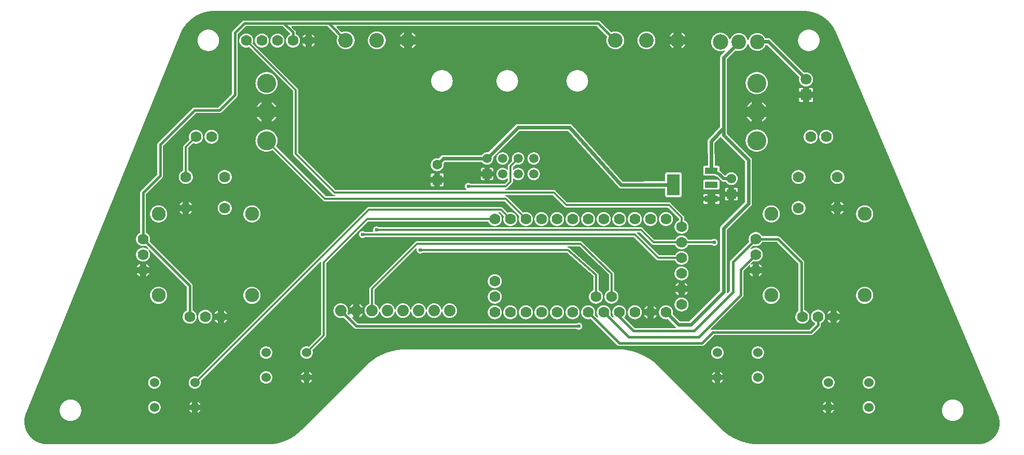
<source format=gtl>
G04 Layer: TopLayer*
G04 EasyEDA v6.3.41, 2020-05-08T09:10:35+02:00*
G04 d89a9af8d5c5437eb0be35cb3310ab06,10*
G04 Gerber Generator version 0.2*
G04 Scale: 100 percent, Rotated: No, Reflected: No *
G04 Dimensions in millimeters *
G04 leading zeros omitted , absolute positions ,3 integer and 3 decimal *
%FSLAX33Y33*%
%MOMM*%
G90*
G71D02*

%ADD11C,0.299999*%
%ADD12C,0.399999*%
%ADD13C,0.499999*%
%ADD14C,0.599999*%
%ADD15C,0.619760*%
%ADD16R,2.159000X1.092200*%
%ADD17R,2.159000X3.505200*%
%ADD18C,1.778000*%
%ADD19C,1.569999*%
%ADD20R,1.569999X1.569999*%
%ADD21C,2.499995*%
%ADD22C,2.399995*%
%ADD23R,1.799996X1.799996*%
%ADD24C,1.799996*%
%ADD25C,1.524000*%
%ADD26C,2.286000*%
%ADD27R,1.498600X1.498600*%
%ADD28C,1.498600*%
%ADD29C,1.879600*%
%ADD30C,3.099994*%
%ADD31C,1.599997*%
%ADD32R,1.599997X1.599997*%

%LPD*%
G36*
G01X127577Y71117D02*
G01X31061Y71117D01*
G01X30950Y71113D01*
G01X30840Y71107D01*
G01X30730Y71099D01*
G01X30620Y71089D01*
G01X30510Y71077D01*
G01X30400Y71063D01*
G01X30291Y71047D01*
G01X30182Y71029D01*
G01X30073Y71009D01*
G01X29965Y70987D01*
G01X29858Y70963D01*
G01X29750Y70937D01*
G01X29643Y70909D01*
G01X29537Y70879D01*
G01X29431Y70847D01*
G01X29326Y70813D01*
G01X29222Y70777D01*
G01X29118Y70739D01*
G01X29015Y70699D01*
G01X28913Y70658D01*
G01X28811Y70615D01*
G01X28711Y70569D01*
G01X28610Y70522D01*
G01X28511Y70473D01*
G01X28413Y70422D01*
G01X28316Y70369D01*
G01X28220Y70315D01*
G01X28125Y70258D01*
G01X28031Y70201D01*
G01X27938Y70141D01*
G01X27846Y70080D01*
G01X27756Y70017D01*
G01X27667Y69952D01*
G01X27578Y69886D01*
G01X27491Y69817D01*
G01X27405Y69748D01*
G01X27321Y69677D01*
G01X27238Y69604D01*
G01X27156Y69530D01*
G01X27076Y69454D01*
G01X26997Y69377D01*
G01X26919Y69298D01*
G01X26843Y69218D01*
G01X26768Y69137D01*
G01X26695Y69054D01*
G01X26624Y68970D01*
G01X26554Y68884D01*
G01X26485Y68797D01*
G01X26419Y68710D01*
G01X26354Y68620D01*
G01X26290Y68530D01*
G01X26228Y68438D01*
G01X26110Y68252D01*
G01X26054Y68157D01*
G01X25999Y68061D01*
G01X25946Y67964D01*
G01X25895Y67866D01*
G01X25845Y67768D01*
G01X25798Y67668D01*
G01X25752Y67568D01*
G01X25708Y67466D01*
G01X25707Y67464D01*
G01X562Y5491D01*
G01X561Y5488D01*
G01X560Y5486D01*
G01X526Y5404D01*
G01X494Y5320D01*
G01X463Y5235D01*
G01X435Y5151D01*
G01X409Y5065D01*
G01X384Y4978D01*
G01X362Y4892D01*
G01X342Y4804D01*
G01X324Y4716D01*
G01X308Y4628D01*
G01X295Y4539D01*
G01X283Y4451D01*
G01X273Y4362D01*
G01X266Y4272D01*
G01X261Y4182D01*
G01X257Y4093D01*
G01X256Y4004D01*
G01X257Y3916D01*
G01X260Y3828D01*
G01X265Y3740D01*
G01X272Y3653D01*
G01X281Y3566D01*
G01X293Y3479D01*
G01X306Y3392D01*
G01X321Y3306D01*
G01X339Y3219D01*
G01X358Y3134D01*
G01X379Y3049D01*
G01X402Y2964D01*
G01X428Y2880D01*
G01X455Y2797D01*
G01X484Y2714D01*
G01X515Y2632D01*
G01X548Y2551D01*
G01X582Y2470D01*
G01X619Y2390D01*
G01X657Y2311D01*
G01X698Y2233D01*
G01X740Y2156D01*
G01X784Y2080D01*
G01X829Y2006D01*
G01X877Y1932D01*
G01X926Y1859D01*
G01X977Y1788D01*
G01X1029Y1717D01*
G01X1083Y1648D01*
G01X1139Y1580D01*
G01X1196Y1514D01*
G01X1255Y1448D01*
G01X1315Y1385D01*
G01X1377Y1322D01*
G01X1440Y1261D01*
G01X1505Y1202D01*
G01X1571Y1144D01*
G01X1638Y1088D01*
G01X1706Y1033D01*
G01X1776Y980D01*
G01X1847Y929D01*
G01X1919Y878D01*
G01X2067Y784D01*
G01X2143Y739D01*
G01X2219Y696D01*
G01X2297Y655D01*
G01X2375Y616D01*
G01X2455Y579D01*
G01X2534Y543D01*
G01X2616Y509D01*
G01X2697Y478D01*
G01X2780Y448D01*
G01X2863Y420D01*
G01X2947Y394D01*
G01X3031Y369D01*
G01X3116Y347D01*
G01X3201Y327D01*
G01X3287Y309D01*
G01X3374Y293D01*
G01X3460Y279D01*
G01X3547Y267D01*
G01X3634Y257D01*
G01X3645Y256D01*
G01X40691Y256D01*
G01X40702Y257D01*
G01X40828Y272D01*
G01X40954Y289D01*
G01X41080Y308D01*
G01X41206Y330D01*
G01X41331Y353D01*
G01X41456Y378D01*
G01X41580Y405D01*
G01X41704Y434D01*
G01X41827Y466D01*
G01X41950Y499D01*
G01X42072Y534D01*
G01X42194Y571D01*
G01X42315Y610D01*
G01X42436Y651D01*
G01X42555Y694D01*
G01X42674Y739D01*
G01X42793Y786D01*
G01X42910Y835D01*
G01X43027Y885D01*
G01X43143Y938D01*
G01X43258Y992D01*
G01X43372Y1048D01*
G01X43485Y1106D01*
G01X43598Y1166D01*
G01X43709Y1227D01*
G01X43819Y1291D01*
G01X43929Y1356D01*
G01X44037Y1423D01*
G01X44144Y1491D01*
G01X44250Y1562D01*
G01X44355Y1634D01*
G01X44459Y1707D01*
G01X44562Y1783D01*
G01X44663Y1860D01*
G01X44763Y1938D01*
G01X44862Y2018D01*
G01X44959Y2100D01*
G01X45055Y2183D01*
G01X45150Y2268D01*
G01X45244Y2355D01*
G01X45336Y2442D01*
G01X45426Y2532D01*
G01X45516Y2623D01*
G01X45603Y2715D01*
G01X56277Y13389D01*
G01X56289Y13400D01*
G01X56395Y13492D01*
G01X56502Y13582D01*
G01X56611Y13671D01*
G01X56721Y13759D01*
G01X56833Y13845D01*
G01X56945Y13928D01*
G01X57059Y14011D01*
G01X57174Y14091D01*
G01X57291Y14170D01*
G01X57408Y14247D01*
G01X57526Y14323D01*
G01X57646Y14397D01*
G01X57767Y14468D01*
G01X57889Y14538D01*
G01X58011Y14607D01*
G01X58135Y14673D01*
G01X58260Y14738D01*
G01X58386Y14800D01*
G01X58512Y14861D01*
G01X58640Y14920D01*
G01X58768Y14977D01*
G01X58898Y15032D01*
G01X59028Y15086D01*
G01X59159Y15137D01*
G01X59290Y15186D01*
G01X59422Y15233D01*
G01X59555Y15279D01*
G01X59689Y15322D01*
G01X59824Y15363D01*
G01X59958Y15403D01*
G01X60094Y15440D01*
G01X60229Y15476D01*
G01X60366Y15509D01*
G01X60503Y15541D01*
G01X60640Y15570D01*
G01X60778Y15597D01*
G01X60917Y15623D01*
G01X61055Y15645D01*
G01X61194Y15667D01*
G01X61333Y15686D01*
G01X61472Y15703D01*
G01X61612Y15718D01*
G01X61752Y15730D01*
G01X61893Y15741D01*
G01X62033Y15750D01*
G01X97861Y15750D01*
G01X97885Y15749D01*
G01X98028Y15734D01*
G01X98169Y15717D01*
G01X98311Y15698D01*
G01X98451Y15676D01*
G01X98592Y15653D01*
G01X98733Y15628D01*
G01X98872Y15601D01*
G01X99012Y15571D01*
G01X99151Y15540D01*
G01X99290Y15506D01*
G01X99428Y15471D01*
G01X99566Y15434D01*
G01X99703Y15394D01*
G01X99839Y15352D01*
G01X99975Y15309D01*
G01X100110Y15263D01*
G01X100245Y15216D01*
G01X100379Y15167D01*
G01X100512Y15116D01*
G01X100644Y15062D01*
G01X100775Y15007D01*
G01X100906Y14950D01*
G01X101036Y14891D01*
G01X101165Y14830D01*
G01X101293Y14767D01*
G01X101420Y14703D01*
G01X101547Y14636D01*
G01X101672Y14567D01*
G01X101796Y14497D01*
G01X101919Y14425D01*
G01X102041Y14352D01*
G01X102162Y14276D01*
G01X102282Y14199D01*
G01X102401Y14120D01*
G01X102518Y14039D01*
G01X102635Y13956D01*
G01X102750Y13872D01*
G01X102864Y13787D01*
G01X102977Y13699D01*
G01X103088Y13610D01*
G01X103198Y13519D01*
G01X103306Y13427D01*
G01X103414Y13333D01*
G01X103520Y13237D01*
G01X103624Y13140D01*
G01X114290Y2475D01*
G01X114295Y2470D01*
G01X114397Y2382D01*
G01X114501Y2295D01*
G01X114606Y2209D01*
G01X114712Y2125D01*
G01X114820Y2043D01*
G01X114928Y1962D01*
G01X115039Y1883D01*
G01X115150Y1806D01*
G01X115262Y1730D01*
G01X115375Y1657D01*
G01X115490Y1584D01*
G01X115605Y1514D01*
G01X115722Y1445D01*
G01X115840Y1378D01*
G01X115959Y1313D01*
G01X116078Y1250D01*
G01X116199Y1188D01*
G01X116321Y1129D01*
G01X116443Y1071D01*
G01X116567Y1015D01*
G01X116691Y961D01*
G01X116816Y908D01*
G01X116941Y858D01*
G01X117068Y810D01*
G01X117195Y764D01*
G01X117323Y719D01*
G01X117452Y676D01*
G01X117581Y636D01*
G01X117711Y597D01*
G01X117841Y560D01*
G01X117972Y525D01*
G01X118103Y492D01*
G01X118235Y462D01*
G01X118367Y433D01*
G01X118500Y406D01*
G01X118633Y382D01*
G01X118767Y359D01*
G01X118900Y338D01*
G01X119034Y319D01*
G01X119169Y302D01*
G01X119304Y288D01*
G01X119438Y275D01*
G01X119573Y265D01*
G01X119709Y256D01*
G01X156024Y256D01*
G01X156109Y259D01*
G01X156193Y264D01*
G01X156277Y272D01*
G01X156361Y281D01*
G01X156444Y292D01*
G01X156527Y305D01*
G01X156610Y321D01*
G01X156692Y338D01*
G01X156775Y357D01*
G01X156856Y378D01*
G01X156937Y401D01*
G01X157018Y427D01*
G01X157097Y454D01*
G01X157177Y483D01*
G01X157255Y514D01*
G01X157333Y546D01*
G01X157409Y581D01*
G01X157485Y617D01*
G01X157561Y656D01*
G01X157635Y696D01*
G01X157707Y738D01*
G01X157780Y781D01*
G01X157851Y827D01*
G01X157921Y874D01*
G01X157989Y923D01*
G01X158057Y973D01*
G01X158123Y1025D01*
G01X158188Y1078D01*
G01X158252Y1134D01*
G01X158315Y1190D01*
G01X158376Y1249D01*
G01X158435Y1308D01*
G01X158493Y1369D01*
G01X158550Y1432D01*
G01X158605Y1496D01*
G01X158658Y1561D01*
G01X158710Y1627D01*
G01X158761Y1694D01*
G01X158809Y1763D01*
G01X158856Y1833D01*
G01X158901Y1904D01*
G01X158945Y1976D01*
G01X158987Y2049D01*
G01X159027Y2123D01*
G01X159065Y2199D01*
G01X159101Y2275D01*
G01X159136Y2352D01*
G01X159168Y2429D01*
G01X159199Y2507D01*
G01X159228Y2587D01*
G01X159255Y2667D01*
G01X159280Y2747D01*
G01X159304Y2828D01*
G01X159344Y2992D01*
G01X159361Y3074D01*
G01X159376Y3157D01*
G01X159389Y3240D01*
G01X159401Y3324D01*
G01X159410Y3408D01*
G01X159417Y3491D01*
G01X159422Y3576D01*
G01X159425Y3660D01*
G01X159426Y3744D01*
G01X159425Y3829D01*
G01X159422Y3914D01*
G01X159416Y3998D01*
G01X159409Y4083D01*
G01X159400Y4168D01*
G01X159389Y4252D01*
G01X159375Y4336D01*
G01X159360Y4419D01*
G01X159343Y4502D01*
G01X159323Y4585D01*
G01X159302Y4668D01*
G01X159278Y4749D01*
G01X159253Y4830D01*
G01X159225Y4910D01*
G01X159196Y4990D01*
G01X159164Y5069D01*
G01X159131Y5147D01*
G01X159096Y5225D01*
G01X159092Y5233D01*
G01X132677Y67716D01*
G01X132676Y67717D01*
G01X132633Y67815D01*
G01X132586Y67913D01*
G01X132539Y68010D01*
G01X132489Y68106D01*
G01X132438Y68201D01*
G01X132384Y68295D01*
G01X132329Y68387D01*
G01X132272Y68479D01*
G01X132214Y68570D01*
G01X132154Y68659D01*
G01X132092Y68748D01*
G01X132028Y68835D01*
G01X131963Y68921D01*
G01X131896Y69005D01*
G01X131827Y69089D01*
G01X131757Y69171D01*
G01X131686Y69252D01*
G01X131613Y69331D01*
G01X131538Y69409D01*
G01X131462Y69485D01*
G01X131384Y69560D01*
G01X131305Y69634D01*
G01X131225Y69706D01*
G01X131143Y69777D01*
G01X131060Y69845D01*
G01X130976Y69913D01*
G01X130890Y69979D01*
G01X130804Y70043D01*
G01X130715Y70105D01*
G01X130627Y70166D01*
G01X130536Y70225D01*
G01X130445Y70282D01*
G01X130352Y70338D01*
G01X130258Y70392D01*
G01X130164Y70443D01*
G01X130068Y70494D01*
G01X129972Y70542D01*
G01X129874Y70588D01*
G01X129776Y70633D01*
G01X129677Y70676D01*
G01X129577Y70717D01*
G01X129476Y70755D01*
G01X129375Y70792D01*
G01X129273Y70827D01*
G01X129170Y70860D01*
G01X129067Y70892D01*
G01X128963Y70921D01*
G01X128859Y70948D01*
G01X128754Y70973D01*
G01X128648Y70997D01*
G01X128542Y71018D01*
G01X128436Y71037D01*
G01X128329Y71054D01*
G01X128223Y71069D01*
G01X128115Y71082D01*
G01X128008Y71093D01*
G01X127901Y71102D01*
G01X127793Y71109D01*
G01X127685Y71114D01*
G01X127577Y71117D01*
G37*

%LPC*%
G36*
G01X151838Y7569D02*
G01X151778Y7570D01*
G01X151718Y7569D01*
G01X151658Y7566D01*
G01X151598Y7561D01*
G01X151539Y7554D01*
G01X151479Y7544D01*
G01X151420Y7533D01*
G01X151362Y7520D01*
G01X151304Y7505D01*
G01X151247Y7488D01*
G01X151190Y7469D01*
G01X151134Y7448D01*
G01X151078Y7424D01*
G01X151024Y7400D01*
G01X150970Y7373D01*
G01X150917Y7345D01*
G01X150865Y7314D01*
G01X150815Y7282D01*
G01X150765Y7249D01*
G01X150717Y7213D01*
G01X150670Y7176D01*
G01X150624Y7137D01*
G01X150579Y7097D01*
G01X150536Y7056D01*
G01X150494Y7012D01*
G01X150454Y6968D01*
G01X150416Y6922D01*
G01X150379Y6875D01*
G01X150343Y6827D01*
G01X150309Y6777D01*
G01X150277Y6726D01*
G01X150247Y6675D01*
G01X150219Y6622D01*
G01X150192Y6568D01*
G01X150167Y6514D01*
G01X150144Y6458D01*
G01X150123Y6402D01*
G01X150104Y6345D01*
G01X150086Y6288D01*
G01X150072Y6230D01*
G01X150059Y6171D01*
G01X150047Y6112D01*
G01X150038Y6053D01*
G01X150031Y5993D01*
G01X150026Y5933D01*
G01X150022Y5874D01*
G01X150021Y5814D01*
G01X150022Y5754D01*
G01X150026Y5694D01*
G01X150031Y5634D01*
G01X150038Y5574D01*
G01X150047Y5515D01*
G01X150059Y5456D01*
G01X150072Y5398D01*
G01X150086Y5340D01*
G01X150104Y5282D01*
G01X150123Y5225D01*
G01X150144Y5169D01*
G01X150167Y5114D01*
G01X150192Y5059D01*
G01X150219Y5005D01*
G01X150247Y4953D01*
G01X150277Y4901D01*
G01X150309Y4850D01*
G01X150343Y4801D01*
G01X150379Y4752D01*
G01X150416Y4705D01*
G01X150454Y4659D01*
G01X150494Y4615D01*
G01X150536Y4572D01*
G01X150579Y4530D01*
G01X150624Y4490D01*
G01X150670Y4451D01*
G01X150717Y4414D01*
G01X150765Y4378D01*
G01X150815Y4345D01*
G01X150865Y4313D01*
G01X150917Y4282D01*
G01X150970Y4254D01*
G01X151024Y4227D01*
G01X151078Y4203D01*
G01X151134Y4179D01*
G01X151190Y4158D01*
G01X151247Y4139D01*
G01X151304Y4122D01*
G01X151362Y4107D01*
G01X151420Y4094D01*
G01X151479Y4083D01*
G01X151539Y4073D01*
G01X151598Y4066D01*
G01X151658Y4061D01*
G01X151718Y4058D01*
G01X151778Y4057D01*
G01X151838Y4058D01*
G01X151898Y4061D01*
G01X151958Y4066D01*
G01X152017Y4073D01*
G01X152077Y4083D01*
G01X152136Y4094D01*
G01X152194Y4107D01*
G01X152252Y4122D01*
G01X152309Y4139D01*
G01X152366Y4158D01*
G01X152422Y4179D01*
G01X152478Y4203D01*
G01X152532Y4227D01*
G01X152586Y4254D01*
G01X152639Y4282D01*
G01X152691Y4313D01*
G01X152741Y4345D01*
G01X152791Y4378D01*
G01X152839Y4414D01*
G01X152887Y4451D01*
G01X152932Y4490D01*
G01X152977Y4530D01*
G01X153020Y4572D01*
G01X153062Y4615D01*
G01X153102Y4659D01*
G01X153141Y4705D01*
G01X153178Y4752D01*
G01X153213Y4801D01*
G01X153247Y4850D01*
G01X153279Y4901D01*
G01X153309Y4953D01*
G01X153338Y5005D01*
G01X153365Y5059D01*
G01X153389Y5114D01*
G01X153412Y5169D01*
G01X153433Y5225D01*
G01X153452Y5282D01*
G01X153470Y5340D01*
G01X153498Y5456D01*
G01X153509Y5515D01*
G01X153519Y5574D01*
G01X153526Y5634D01*
G01X153531Y5694D01*
G01X153534Y5754D01*
G01X153535Y5814D01*
G01X153534Y5874D01*
G01X153531Y5933D01*
G01X153526Y5993D01*
G01X153519Y6053D01*
G01X153509Y6112D01*
G01X153498Y6171D01*
G01X153484Y6230D01*
G01X153470Y6288D01*
G01X153452Y6345D01*
G01X153433Y6402D01*
G01X153412Y6458D01*
G01X153389Y6514D01*
G01X153365Y6568D01*
G01X153338Y6622D01*
G01X153309Y6675D01*
G01X153279Y6726D01*
G01X153247Y6777D01*
G01X153213Y6827D01*
G01X153178Y6875D01*
G01X153141Y6922D01*
G01X153102Y6968D01*
G01X153062Y7012D01*
G01X153020Y7056D01*
G01X152977Y7097D01*
G01X152932Y7137D01*
G01X152887Y7176D01*
G01X152839Y7213D01*
G01X152791Y7249D01*
G01X152741Y7282D01*
G01X152691Y7314D01*
G01X152639Y7345D01*
G01X152586Y7373D01*
G01X152532Y7400D01*
G01X152478Y7424D01*
G01X152422Y7448D01*
G01X152366Y7469D01*
G01X152309Y7488D01*
G01X152252Y7505D01*
G01X152194Y7520D01*
G01X152136Y7533D01*
G01X152077Y7544D01*
G01X152017Y7554D01*
G01X151958Y7561D01*
G01X151898Y7566D01*
G01X151838Y7569D01*
G37*
G36*
G01X7838Y7569D02*
G01X7778Y7570D01*
G01X7718Y7569D01*
G01X7659Y7566D01*
G01X7599Y7561D01*
G01X7539Y7554D01*
G01X7480Y7544D01*
G01X7421Y7533D01*
G01X7362Y7520D01*
G01X7304Y7505D01*
G01X7247Y7488D01*
G01X7190Y7469D01*
G01X7134Y7448D01*
G01X7078Y7424D01*
G01X7024Y7400D01*
G01X6970Y7373D01*
G01X6917Y7345D01*
G01X6866Y7314D01*
G01X6815Y7282D01*
G01X6765Y7249D01*
G01X6717Y7213D01*
G01X6670Y7176D01*
G01X6624Y7137D01*
G01X6580Y7097D01*
G01X6536Y7056D01*
G01X6495Y7012D01*
G01X6455Y6968D01*
G01X6416Y6922D01*
G01X6379Y6875D01*
G01X6343Y6827D01*
G01X6310Y6777D01*
G01X6278Y6726D01*
G01X6247Y6675D01*
G01X6219Y6622D01*
G01X6192Y6568D01*
G01X6168Y6514D01*
G01X6144Y6458D01*
G01X6123Y6402D01*
G01X6104Y6345D01*
G01X6087Y6288D01*
G01X6072Y6230D01*
G01X6059Y6171D01*
G01X6048Y6112D01*
G01X6038Y6053D01*
G01X6031Y5993D01*
G01X6026Y5933D01*
G01X6023Y5874D01*
G01X6022Y5814D01*
G01X6023Y5754D01*
G01X6026Y5694D01*
G01X6031Y5634D01*
G01X6038Y5574D01*
G01X6048Y5515D01*
G01X6059Y5456D01*
G01X6072Y5398D01*
G01X6087Y5340D01*
G01X6104Y5282D01*
G01X6123Y5225D01*
G01X6144Y5169D01*
G01X6192Y5059D01*
G01X6219Y5005D01*
G01X6247Y4953D01*
G01X6278Y4901D01*
G01X6310Y4850D01*
G01X6343Y4801D01*
G01X6379Y4752D01*
G01X6416Y4705D01*
G01X6455Y4659D01*
G01X6495Y4615D01*
G01X6536Y4572D01*
G01X6580Y4530D01*
G01X6624Y4490D01*
G01X6670Y4451D01*
G01X6717Y4414D01*
G01X6765Y4378D01*
G01X6815Y4345D01*
G01X6866Y4313D01*
G01X6917Y4282D01*
G01X6970Y4254D01*
G01X7024Y4227D01*
G01X7078Y4203D01*
G01X7134Y4179D01*
G01X7190Y4158D01*
G01X7247Y4139D01*
G01X7304Y4122D01*
G01X7362Y4107D01*
G01X7421Y4094D01*
G01X7480Y4083D01*
G01X7539Y4073D01*
G01X7599Y4066D01*
G01X7659Y4061D01*
G01X7718Y4058D01*
G01X7778Y4057D01*
G01X7838Y4058D01*
G01X7898Y4061D01*
G01X7958Y4066D01*
G01X8018Y4073D01*
G01X8077Y4083D01*
G01X8136Y4094D01*
G01X8194Y4107D01*
G01X8252Y4122D01*
G01X8310Y4139D01*
G01X8367Y4158D01*
G01X8423Y4179D01*
G01X8533Y4227D01*
G01X8587Y4254D01*
G01X8639Y4282D01*
G01X8691Y4313D01*
G01X8742Y4345D01*
G01X8791Y4378D01*
G01X8840Y4414D01*
G01X8887Y4451D01*
G01X8933Y4490D01*
G01X8977Y4530D01*
G01X9020Y4572D01*
G01X9062Y4615D01*
G01X9102Y4659D01*
G01X9141Y4705D01*
G01X9178Y4752D01*
G01X9213Y4801D01*
G01X9247Y4850D01*
G01X9279Y4901D01*
G01X9310Y4953D01*
G01X9338Y5005D01*
G01X9365Y5059D01*
G01X9413Y5169D01*
G01X9433Y5225D01*
G01X9453Y5282D01*
G01X9470Y5340D01*
G01X9485Y5398D01*
G01X9498Y5456D01*
G01X9509Y5515D01*
G01X9519Y5574D01*
G01X9526Y5634D01*
G01X9531Y5694D01*
G01X9534Y5754D01*
G01X9535Y5814D01*
G01X9534Y5874D01*
G01X9531Y5933D01*
G01X9526Y5993D01*
G01X9519Y6053D01*
G01X9509Y6112D01*
G01X9498Y6171D01*
G01X9485Y6230D01*
G01X9470Y6288D01*
G01X9453Y6345D01*
G01X9433Y6402D01*
G01X9413Y6458D01*
G01X9389Y6514D01*
G01X9365Y6568D01*
G01X9338Y6622D01*
G01X9310Y6675D01*
G01X9279Y6726D01*
G01X9247Y6777D01*
G01X9213Y6827D01*
G01X9178Y6875D01*
G01X9141Y6922D01*
G01X9102Y6968D01*
G01X9062Y7012D01*
G01X9020Y7056D01*
G01X8977Y7097D01*
G01X8933Y7137D01*
G01X8887Y7176D01*
G01X8840Y7213D01*
G01X8791Y7249D01*
G01X8742Y7282D01*
G01X8691Y7314D01*
G01X8639Y7345D01*
G01X8587Y7373D01*
G01X8533Y7400D01*
G01X8423Y7448D01*
G01X8367Y7469D01*
G01X8310Y7488D01*
G01X8252Y7505D01*
G01X8194Y7520D01*
G01X8136Y7533D01*
G01X8077Y7544D01*
G01X8018Y7554D01*
G01X7958Y7561D01*
G01X7898Y7566D01*
G01X7838Y7569D01*
G37*
G36*
G01X138126Y7299D02*
G01X138080Y7300D01*
G01X138035Y7299D01*
G01X137989Y7296D01*
G01X137943Y7291D01*
G01X137898Y7284D01*
G01X137853Y7275D01*
G01X137809Y7263D01*
G01X137765Y7250D01*
G01X137722Y7235D01*
G01X137680Y7218D01*
G01X137638Y7199D01*
G01X137597Y7179D01*
G01X137558Y7156D01*
G01X137519Y7132D01*
G01X137481Y7106D01*
G01X137445Y7078D01*
G01X137410Y7049D01*
G01X137376Y7018D01*
G01X137344Y6986D01*
G01X137313Y6952D01*
G01X137284Y6917D01*
G01X137256Y6880D01*
G01X137230Y6843D01*
G01X137206Y6804D01*
G01X137183Y6765D01*
G01X137162Y6723D01*
G01X137144Y6682D01*
G01X137126Y6640D01*
G01X137112Y6596D01*
G01X137098Y6553D01*
G01X137087Y6509D01*
G01X137078Y6464D01*
G01X137071Y6419D01*
G01X137066Y6373D01*
G01X137063Y6327D01*
G01X137062Y6281D01*
G01X137063Y6236D01*
G01X137066Y6190D01*
G01X137071Y6145D01*
G01X137078Y6100D01*
G01X137087Y6055D01*
G01X137098Y6011D01*
G01X137112Y5967D01*
G01X137126Y5924D01*
G01X137144Y5881D01*
G01X137162Y5840D01*
G01X137183Y5799D01*
G01X137206Y5759D01*
G01X137230Y5721D01*
G01X137256Y5683D01*
G01X137284Y5646D01*
G01X137313Y5611D01*
G01X137344Y5578D01*
G01X137376Y5545D01*
G01X137410Y5515D01*
G01X137445Y5485D01*
G01X137481Y5457D01*
G01X137519Y5432D01*
G01X137558Y5407D01*
G01X137597Y5385D01*
G01X137638Y5364D01*
G01X137680Y5345D01*
G01X137722Y5328D01*
G01X137765Y5313D01*
G01X137809Y5300D01*
G01X137853Y5289D01*
G01X137898Y5280D01*
G01X137943Y5273D01*
G01X137989Y5267D01*
G01X138035Y5264D01*
G01X138080Y5263D01*
G01X138126Y5264D01*
G01X138171Y5267D01*
G01X138217Y5273D01*
G01X138262Y5280D01*
G01X138307Y5289D01*
G01X138351Y5300D01*
G01X138395Y5313D01*
G01X138438Y5328D01*
G01X138481Y5345D01*
G01X138522Y5364D01*
G01X138563Y5385D01*
G01X138603Y5407D01*
G01X138679Y5457D01*
G01X138715Y5485D01*
G01X138750Y5515D01*
G01X138784Y5545D01*
G01X138816Y5578D01*
G01X138847Y5611D01*
G01X138876Y5646D01*
G01X138904Y5683D01*
G01X138930Y5721D01*
G01X138955Y5759D01*
G01X138977Y5799D01*
G01X138998Y5840D01*
G01X139017Y5881D01*
G01X139034Y5924D01*
G01X139049Y5967D01*
G01X139062Y6011D01*
G01X139073Y6055D01*
G01X139082Y6100D01*
G01X139089Y6145D01*
G01X139094Y6190D01*
G01X139097Y6236D01*
G01X139099Y6281D01*
G01X139097Y6327D01*
G01X139094Y6373D01*
G01X139089Y6419D01*
G01X139082Y6464D01*
G01X139073Y6509D01*
G01X139062Y6553D01*
G01X139049Y6596D01*
G01X139034Y6640D01*
G01X139017Y6682D01*
G01X138998Y6723D01*
G01X138977Y6765D01*
G01X138955Y6804D01*
G01X138930Y6843D01*
G01X138904Y6880D01*
G01X138876Y6917D01*
G01X138847Y6952D01*
G01X138816Y6986D01*
G01X138784Y7018D01*
G01X138750Y7049D01*
G01X138715Y7078D01*
G01X138679Y7106D01*
G01X138641Y7132D01*
G01X138603Y7156D01*
G01X138563Y7179D01*
G01X138522Y7199D01*
G01X138481Y7218D01*
G01X138438Y7235D01*
G01X138395Y7250D01*
G01X138351Y7263D01*
G01X138307Y7275D01*
G01X138262Y7284D01*
G01X138217Y7291D01*
G01X138171Y7296D01*
G01X138126Y7299D01*
G37*
G36*
G01X21522Y7299D02*
G01X21477Y7300D01*
G01X21431Y7299D01*
G01X21385Y7296D01*
G01X21339Y7291D01*
G01X21294Y7284D01*
G01X21250Y7275D01*
G01X21205Y7263D01*
G01X21162Y7250D01*
G01X21118Y7235D01*
G01X21076Y7218D01*
G01X21035Y7199D01*
G01X20994Y7179D01*
G01X20954Y7156D01*
G01X20915Y7132D01*
G01X20878Y7106D01*
G01X20841Y7078D01*
G01X20806Y7049D01*
G01X20773Y7018D01*
G01X20740Y6986D01*
G01X20710Y6952D01*
G01X20680Y6917D01*
G01X20652Y6880D01*
G01X20626Y6843D01*
G01X20602Y6804D01*
G01X20579Y6765D01*
G01X20559Y6723D01*
G01X20540Y6682D01*
G01X20523Y6640D01*
G01X20508Y6596D01*
G01X20495Y6553D01*
G01X20483Y6509D01*
G01X20474Y6464D01*
G01X20467Y6419D01*
G01X20462Y6373D01*
G01X20459Y6327D01*
G01X20458Y6282D01*
G01X20458Y6281D01*
G01X20459Y6236D01*
G01X20462Y6190D01*
G01X20467Y6145D01*
G01X20474Y6100D01*
G01X20483Y6055D01*
G01X20495Y6011D01*
G01X20508Y5967D01*
G01X20523Y5924D01*
G01X20540Y5881D01*
G01X20559Y5840D01*
G01X20579Y5799D01*
G01X20602Y5759D01*
G01X20626Y5721D01*
G01X20652Y5683D01*
G01X20680Y5646D01*
G01X20710Y5611D01*
G01X20740Y5578D01*
G01X20773Y5545D01*
G01X20806Y5515D01*
G01X20841Y5485D01*
G01X20878Y5457D01*
G01X20915Y5432D01*
G01X20954Y5407D01*
G01X20994Y5385D01*
G01X21035Y5364D01*
G01X21076Y5345D01*
G01X21118Y5328D01*
G01X21162Y5313D01*
G01X21205Y5300D01*
G01X21250Y5289D01*
G01X21294Y5280D01*
G01X21339Y5273D01*
G01X21385Y5267D01*
G01X21431Y5264D01*
G01X21477Y5263D01*
G01X21522Y5264D01*
G01X21568Y5267D01*
G01X21613Y5273D01*
G01X21658Y5280D01*
G01X21703Y5289D01*
G01X21747Y5300D01*
G01X21791Y5313D01*
G01X21834Y5328D01*
G01X21877Y5345D01*
G01X21918Y5364D01*
G01X21959Y5385D01*
G01X21999Y5407D01*
G01X22075Y5457D01*
G01X22112Y5485D01*
G01X22147Y5515D01*
G01X22180Y5545D01*
G01X22213Y5578D01*
G01X22243Y5611D01*
G01X22273Y5646D01*
G01X22301Y5683D01*
G01X22351Y5759D01*
G01X22373Y5799D01*
G01X22394Y5840D01*
G01X22413Y5881D01*
G01X22430Y5924D01*
G01X22445Y5967D01*
G01X22458Y6011D01*
G01X22469Y6055D01*
G01X22478Y6100D01*
G01X22486Y6145D01*
G01X22491Y6190D01*
G01X22494Y6236D01*
G01X22495Y6281D01*
G01X22494Y6327D01*
G01X22491Y6373D01*
G01X22486Y6419D01*
G01X22478Y6464D01*
G01X22469Y6509D01*
G01X22458Y6553D01*
G01X22445Y6596D01*
G01X22430Y6640D01*
G01X22413Y6682D01*
G01X22394Y6723D01*
G01X22373Y6765D01*
G01X22351Y6804D01*
G01X22326Y6843D01*
G01X22301Y6880D01*
G01X22273Y6917D01*
G01X22243Y6952D01*
G01X22213Y6986D01*
G01X22180Y7018D01*
G01X22147Y7049D01*
G01X22112Y7078D01*
G01X22075Y7106D01*
G01X22037Y7132D01*
G01X21999Y7156D01*
G01X21959Y7179D01*
G01X21918Y7199D01*
G01X21877Y7218D01*
G01X21834Y7235D01*
G01X21791Y7250D01*
G01X21747Y7263D01*
G01X21703Y7275D01*
G01X21658Y7284D01*
G01X21613Y7291D01*
G01X21568Y7296D01*
G01X21522Y7299D01*
G37*
G36*
G01X131032Y5837D02*
G01X130560Y5837D01*
G01X130582Y5794D01*
G01X130606Y5752D01*
G01X130633Y5711D01*
G01X130661Y5671D01*
G01X130691Y5633D01*
G01X130723Y5597D01*
G01X130756Y5562D01*
G01X130791Y5528D01*
G01X130828Y5496D01*
G01X130866Y5466D01*
G01X130905Y5438D01*
G01X130947Y5412D01*
G01X130989Y5387D01*
G01X131032Y5366D01*
G01X131032Y5837D01*
G37*
G36*
G01X132392Y5837D02*
G01X131921Y5837D01*
G01X131921Y5366D01*
G01X131964Y5387D01*
G01X132006Y5412D01*
G01X132047Y5438D01*
G01X132087Y5466D01*
G01X132125Y5496D01*
G01X132161Y5528D01*
G01X132196Y5562D01*
G01X132230Y5597D01*
G01X132262Y5633D01*
G01X132292Y5671D01*
G01X132320Y5711D01*
G01X132346Y5752D01*
G01X132370Y5794D01*
G01X132392Y5837D01*
G37*
G36*
G01X27636Y5837D02*
G01X27164Y5837D01*
G01X27186Y5794D01*
G01X27210Y5752D01*
G01X27237Y5711D01*
G01X27265Y5671D01*
G01X27295Y5633D01*
G01X27327Y5597D01*
G01X27360Y5562D01*
G01X27395Y5528D01*
G01X27432Y5496D01*
G01X27470Y5466D01*
G01X27510Y5438D01*
G01X27551Y5412D01*
G01X27593Y5387D01*
G01X27636Y5366D01*
G01X27636Y5837D01*
G37*
G36*
G01X28997Y5837D02*
G01X28525Y5837D01*
G01X28525Y5366D01*
G01X28568Y5387D01*
G01X28610Y5412D01*
G01X28651Y5438D01*
G01X28691Y5466D01*
G01X28729Y5496D01*
G01X28765Y5528D01*
G01X28800Y5562D01*
G01X28834Y5597D01*
G01X28866Y5633D01*
G01X28896Y5671D01*
G01X28924Y5711D01*
G01X28950Y5752D01*
G01X28975Y5794D01*
G01X28997Y5837D01*
G37*
G36*
G01X131032Y6726D02*
G01X131032Y7198D01*
G01X130989Y7176D01*
G01X130947Y7152D01*
G01X130905Y7125D01*
G01X130866Y7097D01*
G01X130828Y7067D01*
G01X130791Y7035D01*
G01X130756Y7002D01*
G01X130723Y6967D01*
G01X130691Y6930D01*
G01X130661Y6892D01*
G01X130633Y6852D01*
G01X130606Y6811D01*
G01X130582Y6769D01*
G01X130560Y6726D01*
G01X131032Y6726D01*
G37*
G36*
G01X27636Y6726D02*
G01X27636Y7198D01*
G01X27593Y7176D01*
G01X27551Y7152D01*
G01X27510Y7125D01*
G01X27470Y7097D01*
G01X27432Y7067D01*
G01X27395Y7035D01*
G01X27360Y7002D01*
G01X27327Y6967D01*
G01X27295Y6930D01*
G01X27265Y6892D01*
G01X27237Y6852D01*
G01X27210Y6811D01*
G01X27186Y6769D01*
G01X27164Y6726D01*
G01X27636Y6726D01*
G37*
G36*
G01X28568Y7176D02*
G01X28525Y7198D01*
G01X28525Y6726D01*
G01X28997Y6726D01*
G01X28975Y6769D01*
G01X28950Y6811D01*
G01X28924Y6852D01*
G01X28896Y6892D01*
G01X28866Y6930D01*
G01X28834Y6967D01*
G01X28800Y7002D01*
G01X28765Y7035D01*
G01X28729Y7067D01*
G01X28691Y7097D01*
G01X28651Y7125D01*
G01X28610Y7152D01*
G01X28568Y7176D01*
G37*
G36*
G01X131964Y7176D02*
G01X131921Y7198D01*
G01X131921Y6726D01*
G01X132392Y6726D01*
G01X132370Y6769D01*
G01X132346Y6811D01*
G01X132320Y6852D01*
G01X132292Y6892D01*
G01X132262Y6930D01*
G01X132230Y6967D01*
G01X132196Y7002D01*
G01X132161Y7035D01*
G01X132125Y7067D01*
G01X132087Y7097D01*
G01X132047Y7125D01*
G01X132006Y7152D01*
G01X131964Y7176D01*
G37*
G36*
G01X138126Y11363D02*
G01X138080Y11364D01*
G01X138035Y11363D01*
G01X137989Y11360D01*
G01X137943Y11355D01*
G01X137898Y11348D01*
G01X137853Y11339D01*
G01X137809Y11327D01*
G01X137765Y11314D01*
G01X137722Y11299D01*
G01X137680Y11282D01*
G01X137638Y11263D01*
G01X137597Y11243D01*
G01X137558Y11220D01*
G01X137519Y11196D01*
G01X137481Y11170D01*
G01X137445Y11142D01*
G01X137410Y11113D01*
G01X137376Y11082D01*
G01X137344Y11050D01*
G01X137313Y11016D01*
G01X137284Y10981D01*
G01X137256Y10944D01*
G01X137230Y10907D01*
G01X137206Y10868D01*
G01X137183Y10829D01*
G01X137162Y10787D01*
G01X137144Y10746D01*
G01X137126Y10704D01*
G01X137112Y10660D01*
G01X137098Y10617D01*
G01X137087Y10573D01*
G01X137078Y10528D01*
G01X137071Y10483D01*
G01X137066Y10437D01*
G01X137063Y10391D01*
G01X137062Y10345D01*
G01X137063Y10300D01*
G01X137066Y10254D01*
G01X137071Y10209D01*
G01X137078Y10164D01*
G01X137087Y10119D01*
G01X137098Y10075D01*
G01X137112Y10031D01*
G01X137126Y9988D01*
G01X137144Y9945D01*
G01X137162Y9904D01*
G01X137183Y9863D01*
G01X137206Y9823D01*
G01X137230Y9785D01*
G01X137256Y9747D01*
G01X137284Y9710D01*
G01X137313Y9675D01*
G01X137344Y9642D01*
G01X137376Y9609D01*
G01X137410Y9579D01*
G01X137445Y9549D01*
G01X137481Y9521D01*
G01X137519Y9496D01*
G01X137558Y9471D01*
G01X137597Y9449D01*
G01X137638Y9428D01*
G01X137680Y9409D01*
G01X137722Y9392D01*
G01X137765Y9377D01*
G01X137809Y9364D01*
G01X137853Y9353D01*
G01X137898Y9344D01*
G01X137943Y9337D01*
G01X137989Y9331D01*
G01X138035Y9328D01*
G01X138080Y9327D01*
G01X138126Y9328D01*
G01X138171Y9331D01*
G01X138217Y9337D01*
G01X138262Y9344D01*
G01X138307Y9353D01*
G01X138351Y9364D01*
G01X138395Y9377D01*
G01X138438Y9392D01*
G01X138481Y9409D01*
G01X138522Y9428D01*
G01X138563Y9449D01*
G01X138603Y9471D01*
G01X138679Y9521D01*
G01X138715Y9549D01*
G01X138750Y9579D01*
G01X138784Y9609D01*
G01X138816Y9642D01*
G01X138847Y9675D01*
G01X138876Y9710D01*
G01X138904Y9747D01*
G01X138930Y9785D01*
G01X138955Y9823D01*
G01X138977Y9863D01*
G01X138998Y9904D01*
G01X139017Y9945D01*
G01X139034Y9988D01*
G01X139049Y10031D01*
G01X139062Y10075D01*
G01X139073Y10119D01*
G01X139082Y10164D01*
G01X139089Y10209D01*
G01X139094Y10254D01*
G01X139097Y10300D01*
G01X139099Y10345D01*
G01X139097Y10391D01*
G01X139094Y10437D01*
G01X139089Y10483D01*
G01X139082Y10528D01*
G01X139073Y10573D01*
G01X139062Y10617D01*
G01X139049Y10660D01*
G01X139034Y10704D01*
G01X139017Y10746D01*
G01X138998Y10787D01*
G01X138977Y10829D01*
G01X138955Y10868D01*
G01X138930Y10907D01*
G01X138904Y10944D01*
G01X138876Y10981D01*
G01X138847Y11016D01*
G01X138816Y11050D01*
G01X138784Y11082D01*
G01X138750Y11113D01*
G01X138715Y11142D01*
G01X138679Y11170D01*
G01X138641Y11196D01*
G01X138603Y11220D01*
G01X138563Y11243D01*
G01X138522Y11263D01*
G01X138481Y11282D01*
G01X138438Y11299D01*
G01X138395Y11314D01*
G01X138351Y11327D01*
G01X138307Y11339D01*
G01X138262Y11348D01*
G01X138217Y11355D01*
G01X138171Y11360D01*
G01X138126Y11363D01*
G37*
G36*
G01X131522Y11363D02*
G01X131476Y11364D01*
G01X131431Y11363D01*
G01X131385Y11360D01*
G01X131339Y11355D01*
G01X131294Y11348D01*
G01X131249Y11339D01*
G01X131205Y11327D01*
G01X131161Y11314D01*
G01X131118Y11299D01*
G01X131076Y11282D01*
G01X131034Y11263D01*
G01X130993Y11243D01*
G01X130954Y11220D01*
G01X130915Y11196D01*
G01X130877Y11170D01*
G01X130841Y11142D01*
G01X130806Y11113D01*
G01X130772Y11082D01*
G01X130740Y11050D01*
G01X130709Y11016D01*
G01X130680Y10981D01*
G01X130652Y10944D01*
G01X130626Y10907D01*
G01X130602Y10868D01*
G01X130579Y10829D01*
G01X130558Y10787D01*
G01X130540Y10746D01*
G01X130522Y10704D01*
G01X130508Y10660D01*
G01X130494Y10617D01*
G01X130483Y10573D01*
G01X130474Y10528D01*
G01X130467Y10483D01*
G01X130462Y10437D01*
G01X130459Y10391D01*
G01X130458Y10345D01*
G01X130459Y10300D01*
G01X130462Y10254D01*
G01X130467Y10209D01*
G01X130474Y10164D01*
G01X130483Y10119D01*
G01X130494Y10075D01*
G01X130508Y10031D01*
G01X130522Y9988D01*
G01X130540Y9945D01*
G01X130558Y9904D01*
G01X130579Y9863D01*
G01X130602Y9823D01*
G01X130626Y9785D01*
G01X130652Y9747D01*
G01X130680Y9710D01*
G01X130709Y9675D01*
G01X130740Y9642D01*
G01X130772Y9609D01*
G01X130806Y9579D01*
G01X130841Y9549D01*
G01X130877Y9521D01*
G01X130915Y9496D01*
G01X130954Y9471D01*
G01X130993Y9449D01*
G01X131034Y9428D01*
G01X131076Y9409D01*
G01X131118Y9392D01*
G01X131161Y9377D01*
G01X131205Y9364D01*
G01X131249Y9353D01*
G01X131294Y9344D01*
G01X131339Y9337D01*
G01X131385Y9331D01*
G01X131431Y9328D01*
G01X131476Y9327D01*
G01X131522Y9328D01*
G01X131567Y9331D01*
G01X131613Y9337D01*
G01X131658Y9344D01*
G01X131703Y9353D01*
G01X131747Y9364D01*
G01X131791Y9377D01*
G01X131834Y9392D01*
G01X131877Y9409D01*
G01X131918Y9428D01*
G01X131959Y9449D01*
G01X131999Y9471D01*
G01X132075Y9521D01*
G01X132111Y9549D01*
G01X132146Y9579D01*
G01X132180Y9609D01*
G01X132212Y9642D01*
G01X132243Y9675D01*
G01X132272Y9710D01*
G01X132300Y9747D01*
G01X132326Y9785D01*
G01X132351Y9823D01*
G01X132373Y9863D01*
G01X132394Y9904D01*
G01X132413Y9945D01*
G01X132430Y9988D01*
G01X132445Y10031D01*
G01X132458Y10075D01*
G01X132469Y10119D01*
G01X132478Y10164D01*
G01X132485Y10209D01*
G01X132490Y10254D01*
G01X132493Y10300D01*
G01X132495Y10345D01*
G01X132493Y10391D01*
G01X132490Y10437D01*
G01X132485Y10483D01*
G01X132478Y10528D01*
G01X132469Y10573D01*
G01X132458Y10617D01*
G01X132445Y10660D01*
G01X132430Y10704D01*
G01X132413Y10746D01*
G01X132394Y10787D01*
G01X132373Y10829D01*
G01X132351Y10868D01*
G01X132326Y10907D01*
G01X132300Y10944D01*
G01X132272Y10981D01*
G01X132243Y11016D01*
G01X132212Y11050D01*
G01X132180Y11082D01*
G01X132146Y11113D01*
G01X132111Y11142D01*
G01X132075Y11170D01*
G01X132037Y11196D01*
G01X131999Y11220D01*
G01X131959Y11243D01*
G01X131918Y11263D01*
G01X131877Y11282D01*
G01X131834Y11299D01*
G01X131791Y11314D01*
G01X131747Y11327D01*
G01X131703Y11339D01*
G01X131658Y11348D01*
G01X131613Y11355D01*
G01X131567Y11360D01*
G01X131522Y11363D01*
G37*
G36*
G01X21522Y11363D02*
G01X21477Y11364D01*
G01X21431Y11363D01*
G01X21385Y11360D01*
G01X21339Y11355D01*
G01X21294Y11348D01*
G01X21250Y11339D01*
G01X21205Y11327D01*
G01X21162Y11314D01*
G01X21118Y11299D01*
G01X21076Y11282D01*
G01X21035Y11263D01*
G01X20994Y11243D01*
G01X20954Y11220D01*
G01X20915Y11196D01*
G01X20878Y11170D01*
G01X20841Y11142D01*
G01X20806Y11113D01*
G01X20773Y11082D01*
G01X20740Y11050D01*
G01X20710Y11016D01*
G01X20680Y10981D01*
G01X20652Y10944D01*
G01X20626Y10907D01*
G01X20602Y10868D01*
G01X20579Y10829D01*
G01X20559Y10787D01*
G01X20540Y10746D01*
G01X20523Y10704D01*
G01X20508Y10660D01*
G01X20495Y10617D01*
G01X20483Y10573D01*
G01X20474Y10528D01*
G01X20467Y10483D01*
G01X20462Y10437D01*
G01X20459Y10391D01*
G01X20458Y10346D01*
G01X20458Y10345D01*
G01X20459Y10300D01*
G01X20462Y10254D01*
G01X20467Y10209D01*
G01X20474Y10164D01*
G01X20483Y10119D01*
G01X20495Y10075D01*
G01X20508Y10031D01*
G01X20523Y9988D01*
G01X20540Y9945D01*
G01X20559Y9904D01*
G01X20579Y9863D01*
G01X20602Y9823D01*
G01X20626Y9785D01*
G01X20652Y9747D01*
G01X20680Y9710D01*
G01X20710Y9675D01*
G01X20740Y9642D01*
G01X20773Y9609D01*
G01X20806Y9579D01*
G01X20841Y9549D01*
G01X20878Y9521D01*
G01X20915Y9496D01*
G01X20954Y9471D01*
G01X20994Y9449D01*
G01X21035Y9428D01*
G01X21076Y9409D01*
G01X21118Y9392D01*
G01X21162Y9377D01*
G01X21205Y9364D01*
G01X21250Y9353D01*
G01X21294Y9344D01*
G01X21339Y9337D01*
G01X21385Y9331D01*
G01X21431Y9328D01*
G01X21477Y9327D01*
G01X21522Y9328D01*
G01X21568Y9331D01*
G01X21613Y9337D01*
G01X21658Y9344D01*
G01X21703Y9353D01*
G01X21747Y9364D01*
G01X21791Y9377D01*
G01X21834Y9392D01*
G01X21877Y9409D01*
G01X21918Y9428D01*
G01X21959Y9449D01*
G01X21999Y9471D01*
G01X22075Y9521D01*
G01X22112Y9549D01*
G01X22147Y9579D01*
G01X22180Y9609D01*
G01X22213Y9642D01*
G01X22243Y9675D01*
G01X22273Y9710D01*
G01X22301Y9747D01*
G01X22351Y9823D01*
G01X22373Y9863D01*
G01X22394Y9904D01*
G01X22413Y9945D01*
G01X22430Y9988D01*
G01X22445Y10031D01*
G01X22458Y10075D01*
G01X22469Y10119D01*
G01X22478Y10164D01*
G01X22486Y10209D01*
G01X22491Y10254D01*
G01X22494Y10300D01*
G01X22495Y10345D01*
G01X22494Y10391D01*
G01X22491Y10437D01*
G01X22486Y10483D01*
G01X22478Y10528D01*
G01X22469Y10573D01*
G01X22458Y10617D01*
G01X22445Y10660D01*
G01X22430Y10704D01*
G01X22413Y10746D01*
G01X22394Y10787D01*
G01X22373Y10829D01*
G01X22351Y10868D01*
G01X22326Y10907D01*
G01X22301Y10944D01*
G01X22273Y10981D01*
G01X22243Y11016D01*
G01X22213Y11050D01*
G01X22180Y11082D01*
G01X22147Y11113D01*
G01X22112Y11142D01*
G01X22075Y11170D01*
G01X22037Y11196D01*
G01X21999Y11220D01*
G01X21959Y11243D01*
G01X21918Y11263D01*
G01X21877Y11282D01*
G01X21834Y11299D01*
G01X21791Y11314D01*
G01X21747Y11327D01*
G01X21703Y11339D01*
G01X21658Y11348D01*
G01X21613Y11355D01*
G01X21568Y11360D01*
G01X21522Y11363D01*
G37*
G36*
G01X78043Y39014D02*
G01X56459Y39014D01*
G01X56430Y39013D01*
G01X56401Y39010D01*
G01X56372Y39005D01*
G01X56344Y38998D01*
G01X56316Y38989D01*
G01X56290Y38977D01*
G01X56263Y38964D01*
G01X56239Y38949D01*
G01X56215Y38933D01*
G01X56192Y38915D01*
G01X56171Y38895D01*
G01X28584Y11308D01*
G01X28571Y11297D01*
G01X28558Y11289D01*
G01X28543Y11283D01*
G01X28528Y11279D01*
G01X28512Y11278D01*
G01X28492Y11280D01*
G01X28473Y11286D01*
G01X28426Y11304D01*
G01X28378Y11320D01*
G01X28330Y11333D01*
G01X28280Y11344D01*
G01X28231Y11353D01*
G01X28181Y11359D01*
G01X28131Y11363D01*
G01X28081Y11364D01*
G01X28035Y11363D01*
G01X27989Y11360D01*
G01X27943Y11355D01*
G01X27898Y11348D01*
G01X27854Y11339D01*
G01X27809Y11327D01*
G01X27766Y11314D01*
G01X27722Y11299D01*
G01X27680Y11282D01*
G01X27639Y11263D01*
G01X27598Y11243D01*
G01X27558Y11220D01*
G01X27519Y11196D01*
G01X27482Y11170D01*
G01X27445Y11142D01*
G01X27410Y11113D01*
G01X27377Y11082D01*
G01X27344Y11050D01*
G01X27314Y11016D01*
G01X27284Y10981D01*
G01X27256Y10944D01*
G01X27230Y10907D01*
G01X27206Y10868D01*
G01X27183Y10829D01*
G01X27163Y10787D01*
G01X27144Y10746D01*
G01X27127Y10704D01*
G01X27112Y10660D01*
G01X27099Y10617D01*
G01X27087Y10573D01*
G01X27078Y10528D01*
G01X27071Y10483D01*
G01X27066Y10437D01*
G01X27063Y10391D01*
G01X27062Y10345D01*
G01X27063Y10300D01*
G01X27066Y10254D01*
G01X27071Y10209D01*
G01X27078Y10164D01*
G01X27087Y10119D01*
G01X27099Y10075D01*
G01X27112Y10031D01*
G01X27127Y9988D01*
G01X27144Y9945D01*
G01X27163Y9904D01*
G01X27183Y9863D01*
G01X27206Y9823D01*
G01X27230Y9785D01*
G01X27256Y9747D01*
G01X27284Y9710D01*
G01X27314Y9675D01*
G01X27344Y9642D01*
G01X27377Y9609D01*
G01X27410Y9579D01*
G01X27445Y9549D01*
G01X27482Y9521D01*
G01X27519Y9496D01*
G01X27558Y9471D01*
G01X27598Y9449D01*
G01X27639Y9428D01*
G01X27680Y9409D01*
G01X27722Y9392D01*
G01X27766Y9377D01*
G01X27809Y9364D01*
G01X27854Y9353D01*
G01X27898Y9344D01*
G01X27943Y9337D01*
G01X27989Y9331D01*
G01X28035Y9328D01*
G01X28081Y9327D01*
G01X28126Y9328D01*
G01X28172Y9331D01*
G01X28217Y9337D01*
G01X28262Y9344D01*
G01X28307Y9353D01*
G01X28351Y9364D01*
G01X28395Y9377D01*
G01X28438Y9392D01*
G01X28481Y9409D01*
G01X28522Y9428D01*
G01X28563Y9449D01*
G01X28603Y9471D01*
G01X28679Y9521D01*
G01X28716Y9549D01*
G01X28751Y9579D01*
G01X28784Y9609D01*
G01X28817Y9642D01*
G01X28847Y9675D01*
G01X28877Y9710D01*
G01X28905Y9747D01*
G01X28955Y9823D01*
G01X28977Y9863D01*
G01X28998Y9904D01*
G01X29017Y9945D01*
G01X29034Y9988D01*
G01X29049Y10031D01*
G01X29062Y10075D01*
G01X29073Y10119D01*
G01X29082Y10164D01*
G01X29090Y10209D01*
G01X29095Y10254D01*
G01X29098Y10300D01*
G01X29099Y10345D01*
G01X29098Y10393D01*
G01X29095Y10439D01*
G01X29089Y10486D01*
G01X29082Y10532D01*
G01X29072Y10578D01*
G01X29069Y10601D01*
G01X29071Y10617D01*
G01X29074Y10633D01*
G01X29080Y10648D01*
G01X29089Y10661D01*
G01X29099Y10673D01*
G01X48514Y30089D01*
G01X48527Y30099D01*
G01X48540Y30107D01*
G01X48555Y30113D01*
G01X48570Y30117D01*
G01X48587Y30118D01*
G01X48601Y30117D01*
G01X48615Y30114D01*
G01X48629Y30109D01*
G01X48641Y30102D01*
G01X48653Y30093D01*
G01X48663Y30083D01*
G01X48672Y30072D01*
G01X48679Y30059D01*
G01X48684Y30045D01*
G01X48687Y30031D01*
G01X48688Y30017D01*
G01X48688Y30008D01*
G01X48686Y29972D01*
G01X48686Y18244D01*
G01X48685Y18228D01*
G01X48681Y18213D01*
G01X48675Y18198D01*
G01X48667Y18184D01*
G01X48656Y18172D01*
G01X46717Y16233D01*
G01X46705Y16222D01*
G01X46691Y16214D01*
G01X46676Y16208D01*
G01X46661Y16204D01*
G01X46645Y16203D01*
G01X46629Y16204D01*
G01X46613Y16208D01*
G01X46570Y16221D01*
G01X46526Y16233D01*
G01X46480Y16242D01*
G01X46435Y16249D01*
G01X46390Y16254D01*
G01X46344Y16257D01*
G01X46299Y16258D01*
G01X46253Y16257D01*
G01X46207Y16254D01*
G01X46162Y16249D01*
G01X46117Y16242D01*
G01X46072Y16233D01*
G01X46028Y16221D01*
G01X45984Y16208D01*
G01X45940Y16193D01*
G01X45898Y16176D01*
G01X45857Y16157D01*
G01X45816Y16137D01*
G01X45776Y16114D01*
G01X45737Y16089D01*
G01X45700Y16063D01*
G01X45664Y16036D01*
G01X45628Y16007D01*
G01X45594Y15976D01*
G01X45562Y15944D01*
G01X45531Y15910D01*
G01X45502Y15875D01*
G01X45475Y15838D01*
G01X45449Y15801D01*
G01X45424Y15762D01*
G01X45401Y15722D01*
G01X45381Y15681D01*
G01X45362Y15640D01*
G01X45345Y15598D01*
G01X45330Y15554D01*
G01X45317Y15510D01*
G01X45305Y15466D01*
G01X45296Y15421D01*
G01X45289Y15376D01*
G01X45284Y15331D01*
G01X45281Y15285D01*
G01X45280Y15240D01*
G01X45281Y15194D01*
G01X45284Y15148D01*
G01X45289Y15103D01*
G01X45296Y15058D01*
G01X45305Y15013D01*
G01X45317Y14969D01*
G01X45330Y14925D01*
G01X45345Y14881D01*
G01X45362Y14839D01*
G01X45381Y14798D01*
G01X45401Y14757D01*
G01X45424Y14717D01*
G01X45449Y14678D01*
G01X45475Y14641D01*
G01X45502Y14605D01*
G01X45531Y14569D01*
G01X45562Y14535D01*
G01X45594Y14503D01*
G01X45628Y14472D01*
G01X45664Y14443D01*
G01X45700Y14416D01*
G01X45737Y14390D01*
G01X45776Y14365D01*
G01X45816Y14342D01*
G01X45857Y14322D01*
G01X45898Y14303D01*
G01X45940Y14286D01*
G01X45984Y14271D01*
G01X46028Y14258D01*
G01X46072Y14246D01*
G01X46117Y14237D01*
G01X46162Y14230D01*
G01X46207Y14225D01*
G01X46253Y14222D01*
G01X46299Y14221D01*
G01X46344Y14222D01*
G01X46390Y14225D01*
G01X46435Y14230D01*
G01X46480Y14237D01*
G01X46525Y14246D01*
G01X46569Y14258D01*
G01X46613Y14271D01*
G01X46657Y14286D01*
G01X46699Y14303D01*
G01X46740Y14322D01*
G01X46781Y14342D01*
G01X46821Y14365D01*
G01X46860Y14390D01*
G01X46897Y14416D01*
G01X46934Y14443D01*
G01X46969Y14472D01*
G01X47003Y14503D01*
G01X47035Y14535D01*
G01X47066Y14569D01*
G01X47095Y14605D01*
G01X47122Y14641D01*
G01X47148Y14678D01*
G01X47173Y14717D01*
G01X47196Y14757D01*
G01X47216Y14798D01*
G01X47235Y14839D01*
G01X47252Y14881D01*
G01X47267Y14925D01*
G01X47280Y14969D01*
G01X47292Y15013D01*
G01X47301Y15058D01*
G01X47308Y15103D01*
G01X47313Y15148D01*
G01X47316Y15194D01*
G01X47317Y15240D01*
G01X47316Y15285D01*
G01X47313Y15331D01*
G01X47308Y15376D01*
G01X47301Y15421D01*
G01X47292Y15467D01*
G01X47280Y15511D01*
G01X47267Y15554D01*
G01X47263Y15570D01*
G01X47262Y15586D01*
G01X47263Y15602D01*
G01X47267Y15617D01*
G01X47273Y15632D01*
G01X47281Y15646D01*
G01X47292Y15658D01*
G01X49380Y17746D01*
G01X49400Y17767D01*
G01X49418Y17790D01*
G01X49434Y17814D01*
G01X49449Y17838D01*
G01X49462Y17865D01*
G01X49474Y17891D01*
G01X49483Y17919D01*
G01X49490Y17947D01*
G01X49495Y17976D01*
G01X49498Y18005D01*
G01X49499Y18034D01*
G01X49499Y29761D01*
G01X49500Y29777D01*
G01X49504Y29792D01*
G01X49510Y29807D01*
G01X49518Y29821D01*
G01X49529Y29833D01*
G01X56343Y36647D01*
G01X56355Y36657D01*
G01X56369Y36666D01*
G01X56383Y36672D01*
G01X56399Y36676D01*
G01X56415Y36677D01*
G01X75894Y36672D01*
G01X75908Y36671D01*
G01X75923Y36668D01*
G01X75936Y36663D01*
G01X75949Y36656D01*
G01X75961Y36647D01*
G01X75971Y36636D01*
G01X75979Y36625D01*
G01X75986Y36612D01*
G01X76007Y36568D01*
G01X76030Y36525D01*
G01X76054Y36482D01*
G01X76081Y36441D01*
G01X76108Y36401D01*
G01X76138Y36362D01*
G01X76170Y36325D01*
G01X76202Y36289D01*
G01X76237Y36254D01*
G01X76273Y36221D01*
G01X76310Y36189D01*
G01X76349Y36159D01*
G01X76388Y36131D01*
G01X76430Y36105D01*
G01X76472Y36080D01*
G01X76515Y36057D01*
G01X76559Y36035D01*
G01X76604Y36016D01*
G01X76649Y35999D01*
G01X76696Y35984D01*
G01X76742Y35970D01*
G01X76790Y35959D01*
G01X76838Y35950D01*
G01X76886Y35942D01*
G01X76935Y35937D01*
G01X76984Y35934D01*
G01X77033Y35933D01*
G01X77081Y35934D01*
G01X77130Y35937D01*
G01X77178Y35942D01*
G01X77226Y35949D01*
G01X77274Y35959D01*
G01X77321Y35970D01*
G01X77368Y35983D01*
G01X77414Y35998D01*
G01X77460Y36016D01*
G01X77504Y36034D01*
G01X77548Y36055D01*
G01X77591Y36078D01*
G01X77633Y36103D01*
G01X77674Y36129D01*
G01X77714Y36157D01*
G01X77752Y36187D01*
G01X77789Y36218D01*
G01X77825Y36251D01*
G01X77860Y36286D01*
G01X77893Y36322D01*
G01X77924Y36359D01*
G01X77954Y36397D01*
G01X77981Y36437D01*
G01X78008Y36478D01*
G01X78033Y36520D01*
G01X78056Y36563D01*
G01X78076Y36606D01*
G01X78095Y36651D01*
G01X78113Y36697D01*
G01X78128Y36743D01*
G01X78141Y36790D01*
G01X78152Y36837D01*
G01X78162Y36885D01*
G01X78169Y36933D01*
G01X78174Y36981D01*
G01X78177Y37030D01*
G01X78178Y37078D01*
G01X78177Y37128D01*
G01X78173Y37178D01*
G01X78168Y37228D01*
G01X78161Y37277D01*
G01X78151Y37326D01*
G01X78139Y37375D01*
G01X78125Y37422D01*
G01X78109Y37470D01*
G01X78091Y37516D01*
G01X78071Y37562D01*
G01X78049Y37607D01*
G01X78025Y37651D01*
G01X77999Y37694D01*
G01X77971Y37735D01*
G01X77942Y37775D01*
G01X77910Y37814D01*
G01X77878Y37852D01*
G01X77843Y37888D01*
G01X77807Y37922D01*
G01X77770Y37955D01*
G01X77731Y37987D01*
G01X77690Y38016D01*
G01X77678Y38026D01*
G01X77667Y38039D01*
G01X77659Y38052D01*
G01X77652Y38067D01*
G01X77649Y38083D01*
G01X77647Y38100D01*
G01X77648Y38114D01*
G01X77651Y38128D01*
G01X77656Y38142D01*
G01X77663Y38154D01*
G01X77672Y38166D01*
G01X77682Y38176D01*
G01X77694Y38185D01*
G01X77707Y38192D01*
G01X77720Y38197D01*
G01X77735Y38200D01*
G01X77749Y38201D01*
G01X77833Y38201D01*
G01X77849Y38200D01*
G01X77864Y38196D01*
G01X77879Y38190D01*
G01X77893Y38182D01*
G01X77905Y38171D01*
G01X78480Y37596D01*
G01X78490Y37584D01*
G01X78499Y37571D01*
G01X78505Y37556D01*
G01X78508Y37540D01*
G01X78509Y37524D01*
G01X78508Y37506D01*
G01X78503Y37488D01*
G01X78485Y37439D01*
G01X78470Y37389D01*
G01X78457Y37338D01*
G01X78446Y37287D01*
G01X78438Y37235D01*
G01X78432Y37183D01*
G01X78428Y37131D01*
G01X78427Y37078D01*
G01X78428Y37030D01*
G01X78431Y36981D01*
G01X78436Y36933D01*
G01X78443Y36885D01*
G01X78453Y36837D01*
G01X78464Y36790D01*
G01X78477Y36743D01*
G01X78493Y36697D01*
G01X78510Y36651D01*
G01X78529Y36606D01*
G01X78549Y36563D01*
G01X78572Y36520D01*
G01X78597Y36478D01*
G01X78624Y36437D01*
G01X78652Y36397D01*
G01X78681Y36359D01*
G01X78712Y36322D01*
G01X78745Y36286D01*
G01X78780Y36251D01*
G01X78816Y36218D01*
G01X78853Y36187D01*
G01X78891Y36157D01*
G01X78931Y36129D01*
G01X78972Y36103D01*
G01X79014Y36078D01*
G01X79057Y36055D01*
G01X79101Y36034D01*
G01X79145Y36016D01*
G01X79191Y35998D01*
G01X79237Y35983D01*
G01X79284Y35970D01*
G01X79331Y35959D01*
G01X79379Y35949D01*
G01X79427Y35942D01*
G01X79475Y35937D01*
G01X79524Y35934D01*
G01X79573Y35933D01*
G01X79621Y35934D01*
G01X79670Y35937D01*
G01X79718Y35942D01*
G01X79766Y35949D01*
G01X79814Y35959D01*
G01X79861Y35970D01*
G01X79908Y35983D01*
G01X79954Y35998D01*
G01X80000Y36016D01*
G01X80044Y36034D01*
G01X80088Y36055D01*
G01X80131Y36078D01*
G01X80173Y36103D01*
G01X80214Y36129D01*
G01X80254Y36157D01*
G01X80292Y36187D01*
G01X80329Y36218D01*
G01X80365Y36251D01*
G01X80400Y36286D01*
G01X80433Y36322D01*
G01X80464Y36359D01*
G01X80494Y36397D01*
G01X80521Y36437D01*
G01X80548Y36478D01*
G01X80573Y36520D01*
G01X80596Y36563D01*
G01X80616Y36606D01*
G01X80635Y36651D01*
G01X80653Y36697D01*
G01X80668Y36743D01*
G01X80681Y36790D01*
G01X80692Y36837D01*
G01X80702Y36885D01*
G01X80709Y36933D01*
G01X80714Y36981D01*
G01X80717Y37030D01*
G01X80718Y37078D01*
G01X80717Y37127D01*
G01X80714Y37175D01*
G01X80709Y37224D01*
G01X80702Y37272D01*
G01X80692Y37320D01*
G01X80681Y37367D01*
G01X80668Y37414D01*
G01X80653Y37460D01*
G01X80635Y37506D01*
G01X80616Y37550D01*
G01X80596Y37594D01*
G01X80573Y37637D01*
G01X80548Y37679D01*
G01X80521Y37720D01*
G01X80494Y37760D01*
G01X80464Y37798D01*
G01X80433Y37835D01*
G01X80400Y37871D01*
G01X80365Y37905D01*
G01X80329Y37938D01*
G01X80292Y37969D01*
G01X80254Y37999D01*
G01X80214Y38027D01*
G01X80173Y38054D01*
G01X80131Y38079D01*
G01X80088Y38102D01*
G01X80044Y38122D01*
G01X80000Y38141D01*
G01X79954Y38158D01*
G01X79908Y38174D01*
G01X79861Y38187D01*
G01X79814Y38198D01*
G01X79766Y38208D01*
G01X79718Y38215D01*
G01X79670Y38220D01*
G01X79621Y38223D01*
G01X79573Y38224D01*
G01X79520Y38223D01*
G01X79468Y38219D01*
G01X79416Y38213D01*
G01X79364Y38205D01*
G01X79313Y38194D01*
G01X79262Y38181D01*
G01X79212Y38166D01*
G01X79163Y38148D01*
G01X79145Y38143D01*
G01X79126Y38142D01*
G01X79111Y38143D01*
G01X79095Y38146D01*
G01X79080Y38152D01*
G01X79067Y38161D01*
G01X79055Y38171D01*
G01X78331Y38895D01*
G01X78310Y38915D01*
G01X78287Y38933D01*
G01X78263Y38949D01*
G01X78239Y38964D01*
G01X78212Y38977D01*
G01X78186Y38989D01*
G01X78158Y38998D01*
G01X78130Y39005D01*
G01X78101Y39010D01*
G01X78072Y39013D01*
G01X78043Y39014D01*
G37*
G36*
G01X120004Y12193D02*
G01X119959Y12194D01*
G01X119913Y12193D01*
G01X119867Y12190D01*
G01X119822Y12185D01*
G01X119777Y12178D01*
G01X119732Y12169D01*
G01X119688Y12157D01*
G01X119644Y12144D01*
G01X119600Y12129D01*
G01X119558Y12112D01*
G01X119517Y12093D01*
G01X119476Y12073D01*
G01X119436Y12050D01*
G01X119397Y12025D01*
G01X119360Y11999D01*
G01X119324Y11972D01*
G01X119288Y11943D01*
G01X119254Y11912D01*
G01X119222Y11880D01*
G01X119191Y11846D01*
G01X119162Y11811D01*
G01X119135Y11774D01*
G01X119109Y11737D01*
G01X119084Y11698D01*
G01X119061Y11658D01*
G01X119041Y11617D01*
G01X119022Y11576D01*
G01X119005Y11534D01*
G01X118990Y11490D01*
G01X118977Y11446D01*
G01X118965Y11402D01*
G01X118956Y11357D01*
G01X118949Y11312D01*
G01X118944Y11267D01*
G01X118941Y11221D01*
G01X118940Y11176D01*
G01X118941Y11130D01*
G01X118944Y11084D01*
G01X118949Y11039D01*
G01X118956Y10994D01*
G01X118965Y10949D01*
G01X118977Y10905D01*
G01X118990Y10861D01*
G01X119005Y10817D01*
G01X119022Y10775D01*
G01X119041Y10734D01*
G01X119061Y10693D01*
G01X119084Y10653D01*
G01X119109Y10614D01*
G01X119135Y10577D01*
G01X119162Y10541D01*
G01X119191Y10505D01*
G01X119222Y10471D01*
G01X119254Y10439D01*
G01X119288Y10408D01*
G01X119324Y10379D01*
G01X119360Y10352D01*
G01X119397Y10326D01*
G01X119436Y10301D01*
G01X119476Y10278D01*
G01X119517Y10258D01*
G01X119558Y10239D01*
G01X119600Y10222D01*
G01X119644Y10207D01*
G01X119688Y10194D01*
G01X119732Y10182D01*
G01X119777Y10173D01*
G01X119822Y10166D01*
G01X119867Y10161D01*
G01X119913Y10158D01*
G01X119959Y10157D01*
G01X120004Y10158D01*
G01X120050Y10161D01*
G01X120095Y10166D01*
G01X120140Y10173D01*
G01X120185Y10182D01*
G01X120229Y10194D01*
G01X120273Y10207D01*
G01X120317Y10222D01*
G01X120359Y10239D01*
G01X120400Y10258D01*
G01X120441Y10278D01*
G01X120481Y10301D01*
G01X120520Y10326D01*
G01X120557Y10352D01*
G01X120594Y10379D01*
G01X120629Y10408D01*
G01X120663Y10439D01*
G01X120695Y10471D01*
G01X120726Y10505D01*
G01X120755Y10541D01*
G01X120782Y10577D01*
G01X120808Y10614D01*
G01X120833Y10653D01*
G01X120856Y10693D01*
G01X120876Y10734D01*
G01X120895Y10775D01*
G01X120912Y10817D01*
G01X120927Y10861D01*
G01X120940Y10905D01*
G01X120952Y10949D01*
G01X120961Y10994D01*
G01X120968Y11039D01*
G01X120973Y11084D01*
G01X120976Y11130D01*
G01X120977Y11176D01*
G01X120976Y11221D01*
G01X120973Y11267D01*
G01X120968Y11312D01*
G01X120961Y11357D01*
G01X120952Y11402D01*
G01X120940Y11446D01*
G01X120927Y11490D01*
G01X120912Y11534D01*
G01X120895Y11576D01*
G01X120876Y11617D01*
G01X120856Y11658D01*
G01X120833Y11698D01*
G01X120808Y11737D01*
G01X120782Y11774D01*
G01X120755Y11811D01*
G01X120726Y11846D01*
G01X120695Y11880D01*
G01X120663Y11912D01*
G01X120629Y11943D01*
G01X120594Y11972D01*
G01X120557Y11999D01*
G01X120520Y12025D01*
G01X120481Y12050D01*
G01X120441Y12073D01*
G01X120400Y12093D01*
G01X120359Y12112D01*
G01X120317Y12129D01*
G01X120273Y12144D01*
G01X120229Y12157D01*
G01X120185Y12169D01*
G01X120140Y12178D01*
G01X120095Y12185D01*
G01X120050Y12190D01*
G01X120004Y12193D01*
G37*
G36*
G01X39740Y12193D02*
G01X39695Y12194D01*
G01X39649Y12193D01*
G01X39603Y12190D01*
G01X39558Y12185D01*
G01X39513Y12178D01*
G01X39468Y12169D01*
G01X39424Y12157D01*
G01X39380Y12144D01*
G01X39336Y12129D01*
G01X39294Y12112D01*
G01X39253Y12093D01*
G01X39212Y12073D01*
G01X39172Y12050D01*
G01X39133Y12025D01*
G01X39096Y11999D01*
G01X39060Y11972D01*
G01X39024Y11943D01*
G01X38990Y11912D01*
G01X38958Y11880D01*
G01X38927Y11846D01*
G01X38898Y11811D01*
G01X38871Y11774D01*
G01X38845Y11737D01*
G01X38820Y11698D01*
G01X38797Y11658D01*
G01X38777Y11617D01*
G01X38758Y11576D01*
G01X38741Y11534D01*
G01X38726Y11490D01*
G01X38713Y11446D01*
G01X38701Y11402D01*
G01X38692Y11357D01*
G01X38685Y11312D01*
G01X38680Y11267D01*
G01X38677Y11221D01*
G01X38676Y11176D01*
G01X38677Y11130D01*
G01X38680Y11084D01*
G01X38685Y11039D01*
G01X38692Y10994D01*
G01X38701Y10949D01*
G01X38713Y10905D01*
G01X38726Y10861D01*
G01X38741Y10817D01*
G01X38758Y10775D01*
G01X38777Y10734D01*
G01X38797Y10693D01*
G01X38820Y10653D01*
G01X38845Y10614D01*
G01X38871Y10577D01*
G01X38898Y10541D01*
G01X38927Y10505D01*
G01X38958Y10471D01*
G01X38990Y10439D01*
G01X39024Y10408D01*
G01X39060Y10379D01*
G01X39096Y10352D01*
G01X39133Y10326D01*
G01X39172Y10301D01*
G01X39212Y10278D01*
G01X39253Y10258D01*
G01X39294Y10239D01*
G01X39336Y10222D01*
G01X39380Y10207D01*
G01X39424Y10194D01*
G01X39468Y10182D01*
G01X39513Y10173D01*
G01X39558Y10166D01*
G01X39603Y10161D01*
G01X39649Y10158D01*
G01X39695Y10157D01*
G01X39740Y10158D01*
G01X39786Y10161D01*
G01X39831Y10166D01*
G01X39876Y10173D01*
G01X39921Y10182D01*
G01X39965Y10194D01*
G01X40009Y10207D01*
G01X40053Y10222D01*
G01X40095Y10239D01*
G01X40136Y10258D01*
G01X40177Y10278D01*
G01X40217Y10301D01*
G01X40256Y10326D01*
G01X40293Y10352D01*
G01X40330Y10379D01*
G01X40365Y10408D01*
G01X40399Y10439D01*
G01X40431Y10471D01*
G01X40462Y10505D01*
G01X40491Y10541D01*
G01X40518Y10577D01*
G01X40544Y10614D01*
G01X40569Y10653D01*
G01X40592Y10693D01*
G01X40612Y10734D01*
G01X40631Y10775D01*
G01X40648Y10817D01*
G01X40663Y10861D01*
G01X40676Y10905D01*
G01X40688Y10949D01*
G01X40697Y10994D01*
G01X40704Y11039D01*
G01X40709Y11084D01*
G01X40712Y11130D01*
G01X40713Y11176D01*
G01X40712Y11221D01*
G01X40709Y11267D01*
G01X40704Y11312D01*
G01X40697Y11357D01*
G01X40688Y11402D01*
G01X40676Y11446D01*
G01X40663Y11490D01*
G01X40648Y11534D01*
G01X40631Y11576D01*
G01X40612Y11617D01*
G01X40592Y11658D01*
G01X40569Y11698D01*
G01X40544Y11737D01*
G01X40518Y11774D01*
G01X40491Y11811D01*
G01X40462Y11846D01*
G01X40431Y11880D01*
G01X40399Y11912D01*
G01X40365Y11943D01*
G01X40330Y11972D01*
G01X40293Y11999D01*
G01X40256Y12025D01*
G01X40217Y12050D01*
G01X40177Y12073D01*
G01X40136Y12093D01*
G01X40095Y12112D01*
G01X40053Y12129D01*
G01X40009Y12144D01*
G01X39965Y12157D01*
G01X39921Y12169D01*
G01X39876Y12178D01*
G01X39831Y12185D01*
G01X39786Y12190D01*
G01X39740Y12193D01*
G37*
G36*
G01X45854Y10731D02*
G01X45382Y10731D01*
G01X45404Y10688D01*
G01X45429Y10646D01*
G01X45455Y10605D01*
G01X45483Y10565D01*
G01X45513Y10527D01*
G01X45545Y10490D01*
G01X45578Y10455D01*
G01X45613Y10422D01*
G01X45650Y10390D01*
G01X45688Y10360D01*
G01X45728Y10332D01*
G01X45769Y10306D01*
G01X45811Y10281D01*
G01X45854Y10259D01*
G01X45854Y10731D01*
G37*
G36*
G01X112910Y10731D02*
G01X112438Y10731D01*
G01X112460Y10688D01*
G01X112485Y10646D01*
G01X112511Y10605D01*
G01X112539Y10565D01*
G01X112569Y10527D01*
G01X112601Y10490D01*
G01X112634Y10455D01*
G01X112669Y10422D01*
G01X112706Y10390D01*
G01X112744Y10360D01*
G01X112784Y10332D01*
G01X112825Y10306D01*
G01X112867Y10281D01*
G01X112910Y10259D01*
G01X112910Y10731D01*
G37*
G36*
G01X47215Y10731D02*
G01X46743Y10731D01*
G01X46743Y10259D01*
G01X46786Y10281D01*
G01X46828Y10306D01*
G01X46869Y10332D01*
G01X46909Y10360D01*
G01X46947Y10390D01*
G01X46984Y10422D01*
G01X47019Y10455D01*
G01X47052Y10490D01*
G01X47084Y10527D01*
G01X47114Y10565D01*
G01X47142Y10605D01*
G01X47168Y10646D01*
G01X47193Y10688D01*
G01X47215Y10731D01*
G37*
G36*
G01X114271Y10731D02*
G01X113799Y10731D01*
G01X113799Y10259D01*
G01X113842Y10281D01*
G01X113884Y10306D01*
G01X113925Y10332D01*
G01X113965Y10360D01*
G01X114003Y10390D01*
G01X114040Y10422D01*
G01X114075Y10455D01*
G01X114108Y10490D01*
G01X114140Y10527D01*
G01X114170Y10565D01*
G01X114198Y10605D01*
G01X114224Y10646D01*
G01X114249Y10688D01*
G01X114271Y10731D01*
G37*
G36*
G01X45854Y11620D02*
G01X45854Y12092D01*
G01X45811Y12070D01*
G01X45769Y12045D01*
G01X45728Y12019D01*
G01X45688Y11991D01*
G01X45650Y11961D01*
G01X45613Y11929D01*
G01X45578Y11896D01*
G01X45545Y11861D01*
G01X45513Y11824D01*
G01X45483Y11786D01*
G01X45455Y11746D01*
G01X45429Y11705D01*
G01X45404Y11663D01*
G01X45382Y11620D01*
G01X45854Y11620D01*
G37*
G36*
G01X113842Y12070D02*
G01X113799Y12092D01*
G01X113799Y11620D01*
G01X114271Y11620D01*
G01X114249Y11663D01*
G01X114224Y11705D01*
G01X114198Y11746D01*
G01X114170Y11786D01*
G01X114140Y11824D01*
G01X114108Y11861D01*
G01X114075Y11896D01*
G01X114040Y11929D01*
G01X114003Y11961D01*
G01X113965Y11991D01*
G01X113925Y12019D01*
G01X113884Y12045D01*
G01X113842Y12070D01*
G37*
G36*
G01X112910Y11620D02*
G01X112910Y12092D01*
G01X112867Y12070D01*
G01X112825Y12045D01*
G01X112784Y12019D01*
G01X112744Y11991D01*
G01X112706Y11961D01*
G01X112669Y11929D01*
G01X112634Y11896D01*
G01X112601Y11861D01*
G01X112569Y11824D01*
G01X112539Y11786D01*
G01X112511Y11746D01*
G01X112485Y11705D01*
G01X112460Y11663D01*
G01X112438Y11620D01*
G01X112910Y11620D01*
G37*
G36*
G01X46786Y12070D02*
G01X46743Y12092D01*
G01X46743Y11620D01*
G01X47215Y11620D01*
G01X47193Y11663D01*
G01X47168Y11705D01*
G01X47142Y11746D01*
G01X47114Y11786D01*
G01X47084Y11824D01*
G01X47052Y11861D01*
G01X47019Y11896D01*
G01X46984Y11929D01*
G01X46947Y11961D01*
G01X46909Y11991D01*
G01X46869Y12019D01*
G01X46828Y12045D01*
G01X46786Y12070D01*
G37*
G36*
G01X113400Y16257D02*
G01X113355Y16258D01*
G01X113309Y16257D01*
G01X113263Y16254D01*
G01X113218Y16249D01*
G01X113173Y16242D01*
G01X113128Y16233D01*
G01X113084Y16221D01*
G01X113040Y16208D01*
G01X112996Y16193D01*
G01X112954Y16176D01*
G01X112913Y16157D01*
G01X112872Y16137D01*
G01X112832Y16114D01*
G01X112793Y16089D01*
G01X112756Y16063D01*
G01X112720Y16036D01*
G01X112684Y16007D01*
G01X112650Y15976D01*
G01X112618Y15944D01*
G01X112587Y15910D01*
G01X112558Y15875D01*
G01X112531Y15838D01*
G01X112505Y15801D01*
G01X112480Y15762D01*
G01X112457Y15722D01*
G01X112437Y15681D01*
G01X112418Y15640D01*
G01X112401Y15598D01*
G01X112386Y15554D01*
G01X112373Y15510D01*
G01X112361Y15466D01*
G01X112352Y15421D01*
G01X112345Y15376D01*
G01X112340Y15331D01*
G01X112337Y15285D01*
G01X112336Y15240D01*
G01X112337Y15194D01*
G01X112340Y15148D01*
G01X112345Y15103D01*
G01X112352Y15058D01*
G01X112361Y15013D01*
G01X112373Y14969D01*
G01X112386Y14925D01*
G01X112401Y14881D01*
G01X112418Y14839D01*
G01X112437Y14798D01*
G01X112457Y14757D01*
G01X112480Y14717D01*
G01X112505Y14678D01*
G01X112531Y14641D01*
G01X112558Y14605D01*
G01X112587Y14569D01*
G01X112618Y14535D01*
G01X112650Y14503D01*
G01X112684Y14472D01*
G01X112720Y14443D01*
G01X112756Y14416D01*
G01X112793Y14390D01*
G01X112832Y14365D01*
G01X112872Y14342D01*
G01X112913Y14322D01*
G01X112954Y14303D01*
G01X112996Y14286D01*
G01X113040Y14271D01*
G01X113084Y14258D01*
G01X113128Y14246D01*
G01X113173Y14237D01*
G01X113218Y14230D01*
G01X113263Y14225D01*
G01X113309Y14222D01*
G01X113355Y14221D01*
G01X113400Y14222D01*
G01X113446Y14225D01*
G01X113491Y14230D01*
G01X113536Y14237D01*
G01X113581Y14246D01*
G01X113625Y14258D01*
G01X113669Y14271D01*
G01X113713Y14286D01*
G01X113755Y14303D01*
G01X113796Y14322D01*
G01X113837Y14342D01*
G01X113877Y14365D01*
G01X113916Y14390D01*
G01X113953Y14416D01*
G01X113990Y14443D01*
G01X114025Y14472D01*
G01X114059Y14503D01*
G01X114091Y14535D01*
G01X114122Y14569D01*
G01X114151Y14605D01*
G01X114178Y14641D01*
G01X114204Y14678D01*
G01X114229Y14717D01*
G01X114252Y14757D01*
G01X114272Y14798D01*
G01X114291Y14839D01*
G01X114308Y14881D01*
G01X114323Y14925D01*
G01X114336Y14969D01*
G01X114348Y15013D01*
G01X114357Y15058D01*
G01X114364Y15103D01*
G01X114369Y15148D01*
G01X114372Y15194D01*
G01X114373Y15240D01*
G01X114372Y15285D01*
G01X114369Y15331D01*
G01X114364Y15376D01*
G01X114357Y15421D01*
G01X114348Y15466D01*
G01X114336Y15510D01*
G01X114323Y15554D01*
G01X114308Y15598D01*
G01X114291Y15640D01*
G01X114272Y15681D01*
G01X114252Y15722D01*
G01X114229Y15762D01*
G01X114204Y15801D01*
G01X114178Y15838D01*
G01X114151Y15875D01*
G01X114122Y15910D01*
G01X114091Y15944D01*
G01X114059Y15976D01*
G01X114025Y16007D01*
G01X113990Y16036D01*
G01X113953Y16063D01*
G01X113916Y16089D01*
G01X113877Y16114D01*
G01X113837Y16137D01*
G01X113796Y16157D01*
G01X113755Y16176D01*
G01X113713Y16193D01*
G01X113669Y16208D01*
G01X113625Y16221D01*
G01X113581Y16233D01*
G01X113536Y16242D01*
G01X113491Y16249D01*
G01X113446Y16254D01*
G01X113400Y16257D01*
G37*
G36*
G01X120004Y16257D02*
G01X119959Y16258D01*
G01X119913Y16257D01*
G01X119867Y16254D01*
G01X119822Y16249D01*
G01X119777Y16242D01*
G01X119732Y16233D01*
G01X119688Y16221D01*
G01X119644Y16208D01*
G01X119600Y16193D01*
G01X119558Y16176D01*
G01X119517Y16157D01*
G01X119476Y16137D01*
G01X119436Y16114D01*
G01X119397Y16089D01*
G01X119360Y16063D01*
G01X119324Y16036D01*
G01X119288Y16007D01*
G01X119254Y15976D01*
G01X119222Y15944D01*
G01X119191Y15910D01*
G01X119162Y15875D01*
G01X119135Y15838D01*
G01X119109Y15801D01*
G01X119084Y15762D01*
G01X119061Y15722D01*
G01X119041Y15681D01*
G01X119022Y15640D01*
G01X119005Y15598D01*
G01X118990Y15554D01*
G01X118977Y15510D01*
G01X118965Y15466D01*
G01X118956Y15421D01*
G01X118949Y15376D01*
G01X118944Y15331D01*
G01X118941Y15285D01*
G01X118940Y15240D01*
G01X118941Y15194D01*
G01X118944Y15148D01*
G01X118949Y15103D01*
G01X118956Y15058D01*
G01X118965Y15013D01*
G01X118977Y14969D01*
G01X118990Y14925D01*
G01X119005Y14881D01*
G01X119022Y14839D01*
G01X119041Y14798D01*
G01X119061Y14757D01*
G01X119084Y14717D01*
G01X119109Y14678D01*
G01X119135Y14641D01*
G01X119162Y14605D01*
G01X119191Y14569D01*
G01X119222Y14535D01*
G01X119254Y14503D01*
G01X119288Y14472D01*
G01X119324Y14443D01*
G01X119360Y14416D01*
G01X119397Y14390D01*
G01X119436Y14365D01*
G01X119476Y14342D01*
G01X119517Y14322D01*
G01X119558Y14303D01*
G01X119600Y14286D01*
G01X119644Y14271D01*
G01X119688Y14258D01*
G01X119732Y14246D01*
G01X119777Y14237D01*
G01X119822Y14230D01*
G01X119867Y14225D01*
G01X119913Y14222D01*
G01X119959Y14221D01*
G01X120004Y14222D01*
G01X120050Y14225D01*
G01X120095Y14230D01*
G01X120140Y14237D01*
G01X120185Y14246D01*
G01X120229Y14258D01*
G01X120273Y14271D01*
G01X120317Y14286D01*
G01X120359Y14303D01*
G01X120400Y14322D01*
G01X120441Y14342D01*
G01X120481Y14365D01*
G01X120520Y14390D01*
G01X120557Y14416D01*
G01X120594Y14443D01*
G01X120629Y14472D01*
G01X120663Y14503D01*
G01X120695Y14535D01*
G01X120726Y14569D01*
G01X120755Y14605D01*
G01X120782Y14641D01*
G01X120808Y14678D01*
G01X120833Y14717D01*
G01X120856Y14757D01*
G01X120876Y14798D01*
G01X120895Y14839D01*
G01X120912Y14881D01*
G01X120927Y14925D01*
G01X120940Y14969D01*
G01X120952Y15013D01*
G01X120961Y15058D01*
G01X120968Y15103D01*
G01X120973Y15148D01*
G01X120976Y15194D01*
G01X120977Y15240D01*
G01X120976Y15285D01*
G01X120973Y15331D01*
G01X120968Y15376D01*
G01X120961Y15421D01*
G01X120952Y15466D01*
G01X120940Y15510D01*
G01X120927Y15554D01*
G01X120912Y15598D01*
G01X120895Y15640D01*
G01X120876Y15681D01*
G01X120856Y15722D01*
G01X120833Y15762D01*
G01X120808Y15801D01*
G01X120782Y15838D01*
G01X120755Y15875D01*
G01X120726Y15910D01*
G01X120695Y15944D01*
G01X120663Y15976D01*
G01X120629Y16007D01*
G01X120594Y16036D01*
G01X120557Y16063D01*
G01X120520Y16089D01*
G01X120481Y16114D01*
G01X120441Y16137D01*
G01X120400Y16157D01*
G01X120359Y16176D01*
G01X120317Y16193D01*
G01X120273Y16208D01*
G01X120229Y16221D01*
G01X120185Y16233D01*
G01X120140Y16242D01*
G01X120095Y16249D01*
G01X120050Y16254D01*
G01X120004Y16257D01*
G37*
G36*
G01X39740Y16257D02*
G01X39695Y16258D01*
G01X39649Y16257D01*
G01X39603Y16254D01*
G01X39558Y16249D01*
G01X39513Y16242D01*
G01X39468Y16233D01*
G01X39424Y16221D01*
G01X39380Y16208D01*
G01X39336Y16193D01*
G01X39294Y16176D01*
G01X39253Y16157D01*
G01X39212Y16137D01*
G01X39172Y16114D01*
G01X39133Y16089D01*
G01X39096Y16063D01*
G01X39060Y16036D01*
G01X39024Y16007D01*
G01X38990Y15976D01*
G01X38958Y15944D01*
G01X38927Y15910D01*
G01X38898Y15875D01*
G01X38871Y15838D01*
G01X38845Y15801D01*
G01X38820Y15762D01*
G01X38797Y15722D01*
G01X38777Y15681D01*
G01X38758Y15640D01*
G01X38741Y15598D01*
G01X38726Y15554D01*
G01X38713Y15510D01*
G01X38701Y15466D01*
G01X38692Y15421D01*
G01X38685Y15376D01*
G01X38680Y15331D01*
G01X38677Y15285D01*
G01X38676Y15240D01*
G01X38677Y15194D01*
G01X38680Y15148D01*
G01X38685Y15103D01*
G01X38692Y15058D01*
G01X38701Y15013D01*
G01X38713Y14969D01*
G01X38726Y14925D01*
G01X38741Y14881D01*
G01X38758Y14839D01*
G01X38777Y14798D01*
G01X38797Y14757D01*
G01X38820Y14717D01*
G01X38845Y14678D01*
G01X38871Y14641D01*
G01X38898Y14605D01*
G01X38927Y14569D01*
G01X38958Y14535D01*
G01X38990Y14503D01*
G01X39024Y14472D01*
G01X39060Y14443D01*
G01X39096Y14416D01*
G01X39133Y14390D01*
G01X39172Y14365D01*
G01X39212Y14342D01*
G01X39253Y14322D01*
G01X39294Y14303D01*
G01X39336Y14286D01*
G01X39380Y14271D01*
G01X39424Y14258D01*
G01X39468Y14246D01*
G01X39513Y14237D01*
G01X39558Y14230D01*
G01X39603Y14225D01*
G01X39649Y14222D01*
G01X39695Y14221D01*
G01X39740Y14222D01*
G01X39786Y14225D01*
G01X39831Y14230D01*
G01X39876Y14237D01*
G01X39921Y14246D01*
G01X39965Y14258D01*
G01X40009Y14271D01*
G01X40053Y14286D01*
G01X40095Y14303D01*
G01X40136Y14322D01*
G01X40177Y14342D01*
G01X40217Y14365D01*
G01X40256Y14390D01*
G01X40293Y14416D01*
G01X40330Y14443D01*
G01X40365Y14472D01*
G01X40399Y14503D01*
G01X40431Y14535D01*
G01X40462Y14569D01*
G01X40491Y14605D01*
G01X40518Y14641D01*
G01X40544Y14678D01*
G01X40569Y14717D01*
G01X40592Y14757D01*
G01X40612Y14798D01*
G01X40631Y14839D01*
G01X40648Y14881D01*
G01X40663Y14925D01*
G01X40676Y14969D01*
G01X40688Y15013D01*
G01X40697Y15058D01*
G01X40704Y15103D01*
G01X40709Y15148D01*
G01X40712Y15194D01*
G01X40713Y15240D01*
G01X40712Y15285D01*
G01X40709Y15331D01*
G01X40704Y15376D01*
G01X40697Y15421D01*
G01X40688Y15466D01*
G01X40676Y15510D01*
G01X40663Y15554D01*
G01X40648Y15598D01*
G01X40631Y15640D01*
G01X40612Y15681D01*
G01X40592Y15722D01*
G01X40569Y15762D01*
G01X40544Y15801D01*
G01X40518Y15838D01*
G01X40491Y15875D01*
G01X40462Y15910D01*
G01X40431Y15944D01*
G01X40399Y15976D01*
G01X40365Y16007D01*
G01X40330Y16036D01*
G01X40293Y16063D01*
G01X40256Y16089D01*
G01X40217Y16114D01*
G01X40177Y16137D01*
G01X40136Y16157D01*
G01X40095Y16176D01*
G01X40053Y16193D01*
G01X40009Y16208D01*
G01X39965Y16221D01*
G01X39921Y16233D01*
G01X39876Y16242D01*
G01X39831Y16249D01*
G01X39786Y16254D01*
G01X39740Y16257D01*
G37*
G36*
G01X113918Y67550D02*
G01X113863Y67551D01*
G01X113806Y67550D01*
G01X113750Y67547D01*
G01X113694Y67542D01*
G01X113638Y67535D01*
G01X113583Y67525D01*
G01X113527Y67513D01*
G01X113472Y67500D01*
G01X113419Y67484D01*
G01X113365Y67466D01*
G01X113312Y67447D01*
G01X113260Y67425D01*
G01X113209Y67402D01*
G01X113158Y67377D01*
G01X113109Y67349D01*
G01X113061Y67320D01*
G01X113014Y67289D01*
G01X112968Y67257D01*
G01X112923Y67223D01*
G01X112880Y67187D01*
G01X112838Y67149D01*
G01X112797Y67110D01*
G01X112758Y67069D01*
G01X112721Y67027D01*
G01X112684Y66984D01*
G01X112650Y66939D01*
G01X112618Y66893D01*
G01X112587Y66846D01*
G01X112558Y66798D01*
G01X112531Y66749D01*
G01X112505Y66698D01*
G01X112482Y66647D01*
G01X112460Y66595D01*
G01X112441Y66542D01*
G01X112423Y66489D01*
G01X112407Y66435D01*
G01X112394Y66380D01*
G01X112382Y66324D01*
G01X112373Y66269D01*
G01X112365Y66213D01*
G01X112360Y66157D01*
G01X112357Y66101D01*
G01X112356Y66045D01*
G01X112357Y65988D01*
G01X112360Y65932D01*
G01X112365Y65876D01*
G01X112373Y65820D01*
G01X112382Y65765D01*
G01X112394Y65709D01*
G01X112407Y65654D01*
G01X112423Y65601D01*
G01X112441Y65547D01*
G01X112460Y65494D01*
G01X112482Y65442D01*
G01X112505Y65391D01*
G01X112531Y65340D01*
G01X112558Y65291D01*
G01X112587Y65243D01*
G01X112618Y65196D01*
G01X112650Y65150D01*
G01X112684Y65105D01*
G01X112721Y65062D01*
G01X112758Y65020D01*
G01X112797Y64979D01*
G01X112838Y64940D01*
G01X112880Y64903D01*
G01X112923Y64867D01*
G01X112968Y64832D01*
G01X113014Y64800D01*
G01X113061Y64769D01*
G01X113109Y64740D01*
G01X113158Y64713D01*
G01X113209Y64687D01*
G01X113260Y64664D01*
G01X113312Y64642D01*
G01X113365Y64623D01*
G01X113419Y64605D01*
G01X113472Y64589D01*
G01X113527Y64576D01*
G01X113583Y64564D01*
G01X113638Y64555D01*
G01X113694Y64548D01*
G01X113750Y64542D01*
G01X113806Y64539D01*
G01X113863Y64538D01*
G01X113920Y64539D01*
G01X113977Y64542D01*
G01X114034Y64548D01*
G01X114091Y64556D01*
G01X114147Y64565D01*
G01X114203Y64577D01*
G01X114258Y64591D01*
G01X114313Y64607D01*
G01X114367Y64625D01*
G01X114421Y64646D01*
G01X114474Y64667D01*
G01X114494Y64674D01*
G01X114515Y64677D01*
G01X114530Y64676D01*
G01X114544Y64672D01*
G01X114557Y64667D01*
G01X114570Y64660D01*
G01X114581Y64652D01*
G01X114592Y64641D01*
G01X114601Y64630D01*
G01X114607Y64617D01*
G01X114612Y64603D01*
G01X114615Y64589D01*
G01X114617Y64575D01*
G01X114615Y64559D01*
G01X114612Y64543D01*
G01X114606Y64529D01*
G01X114597Y64515D01*
G01X114587Y64503D01*
G01X113977Y63893D01*
G01X113954Y63868D01*
G01X113933Y63843D01*
G01X113912Y63815D01*
G01X113894Y63788D01*
G01X113878Y63758D01*
G01X113863Y63728D01*
G01X113850Y63697D01*
G01X113839Y63665D01*
G01X113830Y63633D01*
G01X113823Y63600D01*
G01X113818Y63567D01*
G01X113815Y63533D01*
G01X113814Y63500D01*
G01X113814Y52221D01*
G01X113813Y52206D01*
G01X113810Y52191D01*
G01X113804Y52177D01*
G01X113796Y52163D01*
G01X113787Y52152D01*
G01X111932Y50163D01*
G01X111909Y50137D01*
G01X111887Y50109D01*
G01X111868Y50081D01*
G01X111850Y50051D01*
G01X111835Y50020D01*
G01X111821Y49988D01*
G01X111809Y49955D01*
G01X111800Y49921D01*
G01X111792Y49887D01*
G01X111786Y49853D01*
G01X111783Y49818D01*
G01X111782Y49784D01*
G01X111782Y49777D01*
G01X111823Y45875D01*
G01X111823Y45874D01*
G01X111822Y45860D01*
G01X111819Y45846D01*
G01X111814Y45832D01*
G01X111807Y45820D01*
G01X111799Y45808D01*
G01X111788Y45798D01*
G01X111777Y45789D01*
G01X111764Y45782D01*
G01X111750Y45777D01*
G01X111736Y45774D01*
G01X111722Y45773D01*
G01X111310Y45773D01*
G01X111286Y45772D01*
G01X111263Y45768D01*
G01X111240Y45763D01*
G01X111217Y45756D01*
G01X111196Y45746D01*
G01X111175Y45734D01*
G01X111155Y45721D01*
G01X111137Y45706D01*
G01X111120Y45689D01*
G01X111105Y45671D01*
G01X111092Y45651D01*
G01X111080Y45631D01*
G01X111071Y45609D01*
G01X111063Y45586D01*
G01X111058Y45564D01*
G01X111054Y45540D01*
G01X111053Y45516D01*
G01X111053Y44424D01*
G01X111054Y44400D01*
G01X111058Y44377D01*
G01X111063Y44354D01*
G01X111071Y44332D01*
G01X111080Y44310D01*
G01X111092Y44289D01*
G01X111105Y44270D01*
G01X111120Y44251D01*
G01X111137Y44235D01*
G01X111155Y44219D01*
G01X111175Y44206D01*
G01X111196Y44194D01*
G01X111217Y44185D01*
G01X111240Y44177D01*
G01X111263Y44172D01*
G01X111286Y44169D01*
G01X111310Y44168D01*
G01X112958Y44168D01*
G01X112979Y44166D01*
G01X112998Y44159D01*
G01X113302Y44030D01*
G01X113318Y44021D01*
G01X113334Y44008D01*
G01X113746Y43596D01*
G01X113757Y43583D01*
G01X113765Y43569D01*
G01X113772Y43553D01*
G01X113775Y43537D01*
G01X113791Y43533D01*
G01X113807Y43527D01*
G01X113821Y43518D01*
G01X113834Y43508D01*
G01X114012Y43329D01*
G01X114037Y43307D01*
G01X114062Y43286D01*
G01X114089Y43266D01*
G01X114117Y43249D01*
G01X114146Y43233D01*
G01X114176Y43220D01*
G01X114207Y43208D01*
G01X114239Y43198D01*
G01X114271Y43191D01*
G01X114304Y43185D01*
G01X114337Y43182D01*
G01X114371Y43181D01*
G01X114673Y43181D01*
G01X114687Y43180D01*
G01X114701Y43177D01*
G01X114715Y43171D01*
G01X114728Y43164D01*
G01X114740Y43156D01*
G01X114750Y43145D01*
G01X114759Y43133D01*
G01X114785Y43094D01*
G01X114813Y43055D01*
G01X114843Y43017D01*
G01X114874Y42982D01*
G01X114908Y42947D01*
G01X114943Y42914D01*
G01X114979Y42883D01*
G01X115016Y42854D01*
G01X115055Y42826D01*
G01X115095Y42800D01*
G01X115137Y42776D01*
G01X115179Y42754D01*
G01X115222Y42733D01*
G01X115267Y42715D01*
G01X115311Y42699D01*
G01X115357Y42685D01*
G01X115404Y42673D01*
G01X115451Y42663D01*
G01X115498Y42656D01*
G01X115545Y42650D01*
G01X115593Y42647D01*
G01X115641Y42646D01*
G01X115687Y42647D01*
G01X115734Y42650D01*
G01X115780Y42655D01*
G01X115826Y42663D01*
G01X115872Y42672D01*
G01X115917Y42684D01*
G01X115963Y42697D01*
G01X116006Y42712D01*
G01X116050Y42730D01*
G01X116093Y42749D01*
G01X116175Y42793D01*
G01X116214Y42818D01*
G01X116253Y42845D01*
G01X116290Y42873D01*
G01X116326Y42903D01*
G01X116360Y42935D01*
G01X116393Y42968D01*
G01X116425Y43002D01*
G01X116455Y43038D01*
G01X116483Y43075D01*
G01X116510Y43114D01*
G01X116535Y43153D01*
G01X116579Y43235D01*
G01X116598Y43278D01*
G01X116616Y43322D01*
G01X116631Y43365D01*
G01X116644Y43411D01*
G01X116656Y43456D01*
G01X116665Y43502D01*
G01X116673Y43548D01*
G01X116678Y43594D01*
G01X116681Y43641D01*
G01X116682Y43688D01*
G01X116681Y43734D01*
G01X116678Y43781D01*
G01X116673Y43827D01*
G01X116665Y43873D01*
G01X116656Y43919D01*
G01X116644Y43964D01*
G01X116631Y44010D01*
G01X116616Y44053D01*
G01X116598Y44097D01*
G01X116579Y44140D01*
G01X116535Y44222D01*
G01X116510Y44261D01*
G01X116483Y44300D01*
G01X116455Y44337D01*
G01X116425Y44373D01*
G01X116393Y44407D01*
G01X116360Y44440D01*
G01X116326Y44472D01*
G01X116290Y44502D01*
G01X116253Y44530D01*
G01X116214Y44557D01*
G01X116175Y44582D01*
G01X116093Y44626D01*
G01X116050Y44645D01*
G01X116006Y44663D01*
G01X115963Y44678D01*
G01X115917Y44691D01*
G01X115872Y44703D01*
G01X115826Y44712D01*
G01X115780Y44720D01*
G01X115734Y44725D01*
G01X115687Y44728D01*
G01X115641Y44729D01*
G01X115593Y44728D01*
G01X115545Y44725D01*
G01X115498Y44719D01*
G01X115451Y44712D01*
G01X115404Y44702D01*
G01X115357Y44690D01*
G01X115311Y44676D01*
G01X115267Y44660D01*
G01X115222Y44642D01*
G01X115179Y44621D01*
G01X115137Y44599D01*
G01X115095Y44575D01*
G01X115055Y44549D01*
G01X115016Y44521D01*
G01X114979Y44492D01*
G01X114943Y44461D01*
G01X114908Y44428D01*
G01X114874Y44393D01*
G01X114843Y44358D01*
G01X114813Y44320D01*
G01X114785Y44281D01*
G01X114759Y44242D01*
G01X114750Y44230D01*
G01X114740Y44219D01*
G01X114728Y44211D01*
G01X114715Y44204D01*
G01X114701Y44198D01*
G01X114687Y44195D01*
G01X114673Y44194D01*
G01X114622Y44194D01*
G01X114607Y44196D01*
G01X114591Y44199D01*
G01X114576Y44205D01*
G01X114563Y44213D01*
G01X114550Y44224D01*
G01X113967Y44808D01*
G01X113943Y44829D01*
G01X113918Y44850D01*
G01X113892Y44869D01*
G01X113865Y44886D01*
G01X113837Y44902D01*
G01X113808Y44915D01*
G01X113787Y44924D01*
G01X113774Y44931D01*
G01X113762Y44940D01*
G01X113751Y44950D01*
G01X113742Y44962D01*
G01X113735Y44974D01*
G01X113729Y44988D01*
G01X113726Y45003D01*
G01X113725Y45017D01*
G01X113725Y45516D01*
G01X113724Y45540D01*
G01X113721Y45564D01*
G01X113716Y45586D01*
G01X113708Y45609D01*
G01X113698Y45631D01*
G01X113687Y45651D01*
G01X113674Y45671D01*
G01X113658Y45689D01*
G01X113642Y45706D01*
G01X113623Y45721D01*
G01X113604Y45734D01*
G01X113583Y45746D01*
G01X113561Y45756D01*
G01X113539Y45763D01*
G01X113516Y45768D01*
G01X113493Y45772D01*
G01X113469Y45773D01*
G01X113038Y45773D01*
G01X113024Y45774D01*
G01X113010Y45777D01*
G01X112996Y45782D01*
G01X112983Y45789D01*
G01X112972Y45797D01*
G01X112961Y45807D01*
G01X112953Y45819D01*
G01X112946Y45832D01*
G01X112940Y45845D01*
G01X112937Y45859D01*
G01X112936Y45873D01*
G01X112898Y49526D01*
G01X112898Y49527D01*
G01X112899Y49542D01*
G01X112902Y49557D01*
G01X112908Y49571D01*
G01X112916Y49584D01*
G01X112925Y49597D01*
G01X113758Y50490D01*
G01X113771Y50501D01*
G01X113785Y50510D01*
G01X113800Y50517D01*
G01X113816Y50521D01*
G01X113833Y50522D01*
G01X113849Y50521D01*
G01X113865Y50517D01*
G01X113879Y50510D01*
G01X113893Y50502D01*
G01X113905Y50491D01*
G01X113916Y50479D01*
G01X113945Y50441D01*
G01X113977Y50406D01*
G01X117848Y46535D01*
G01X117858Y46523D01*
G01X117867Y46509D01*
G01X117873Y46494D01*
G01X117877Y46479D01*
G01X117878Y46463D01*
G01X117878Y39896D01*
G01X117877Y39880D01*
G01X117873Y39865D01*
G01X117867Y39850D01*
G01X117858Y39836D01*
G01X117848Y39824D01*
G01X113977Y35953D01*
G01X113954Y35928D01*
G01X113933Y35903D01*
G01X113912Y35875D01*
G01X113894Y35848D01*
G01X113878Y35818D01*
G01X113863Y35788D01*
G01X113850Y35757D01*
G01X113839Y35725D01*
G01X113830Y35693D01*
G01X113823Y35660D01*
G01X113818Y35627D01*
G01X113815Y35593D01*
G01X113814Y35560D01*
G01X113814Y25418D01*
G01X113813Y25402D01*
G01X113809Y25387D01*
G01X113803Y25372D01*
G01X113794Y25358D01*
G01X113784Y25346D01*
G01X108836Y20398D01*
G01X108824Y20388D01*
G01X108810Y20379D01*
G01X108795Y20373D01*
G01X108780Y20369D01*
G01X108764Y20368D01*
G01X107272Y20368D01*
G01X107256Y20369D01*
G01X107241Y20373D01*
G01X107226Y20379D01*
G01X107212Y20388D01*
G01X107200Y20398D01*
G01X106115Y21483D01*
G01X106105Y21495D01*
G01X106096Y21509D01*
G01X106090Y21523D01*
G01X106087Y21539D01*
G01X106086Y21555D01*
G01X106088Y21578D01*
G01X106099Y21629D01*
G01X106107Y21681D01*
G01X106113Y21733D01*
G01X106117Y21786D01*
G01X106118Y21838D01*
G01X106117Y21887D01*
G01X106114Y21935D01*
G01X106109Y21984D01*
G01X106102Y22032D01*
G01X106092Y22080D01*
G01X106081Y22127D01*
G01X106068Y22174D01*
G01X106053Y22220D01*
G01X106035Y22266D01*
G01X106016Y22310D01*
G01X105996Y22354D01*
G01X105973Y22397D01*
G01X105948Y22439D01*
G01X105921Y22480D01*
G01X105894Y22520D01*
G01X105864Y22558D01*
G01X105833Y22595D01*
G01X105800Y22631D01*
G01X105765Y22665D01*
G01X105729Y22698D01*
G01X105692Y22729D01*
G01X105654Y22759D01*
G01X105614Y22787D01*
G01X105573Y22814D01*
G01X105531Y22839D01*
G01X105488Y22862D01*
G01X105444Y22882D01*
G01X105400Y22901D01*
G01X105354Y22918D01*
G01X105308Y22934D01*
G01X105261Y22947D01*
G01X105214Y22958D01*
G01X105166Y22968D01*
G01X105118Y22975D01*
G01X105070Y22980D01*
G01X105021Y22983D01*
G01X104973Y22984D01*
G01X104924Y22983D01*
G01X104875Y22980D01*
G01X104827Y22975D01*
G01X104779Y22968D01*
G01X104731Y22958D01*
G01X104684Y22947D01*
G01X104637Y22934D01*
G01X104591Y22918D01*
G01X104545Y22901D01*
G01X104501Y22882D01*
G01X104457Y22862D01*
G01X104414Y22839D01*
G01X104372Y22814D01*
G01X104331Y22787D01*
G01X104291Y22759D01*
G01X104253Y22729D01*
G01X104216Y22698D01*
G01X104180Y22665D01*
G01X104145Y22631D01*
G01X104112Y22595D01*
G01X104081Y22558D01*
G01X104052Y22520D01*
G01X104024Y22480D01*
G01X103997Y22439D01*
G01X103972Y22397D01*
G01X103949Y22354D01*
G01X103929Y22310D01*
G01X103910Y22266D01*
G01X103893Y22220D01*
G01X103877Y22174D01*
G01X103864Y22127D01*
G01X103853Y22080D01*
G01X103843Y22032D01*
G01X103836Y21984D01*
G01X103831Y21935D01*
G01X103828Y21887D01*
G01X103827Y21838D01*
G01X103828Y21790D01*
G01X103831Y21741D01*
G01X103836Y21693D01*
G01X103843Y21645D01*
G01X103853Y21597D01*
G01X103864Y21550D01*
G01X103877Y21503D01*
G01X103893Y21457D01*
G01X103910Y21411D01*
G01X103929Y21366D01*
G01X103949Y21323D01*
G01X103972Y21280D01*
G01X103997Y21238D01*
G01X104024Y21197D01*
G01X104052Y21157D01*
G01X104081Y21119D01*
G01X104112Y21082D01*
G01X104145Y21046D01*
G01X104180Y21011D01*
G01X104216Y20978D01*
G01X104253Y20947D01*
G01X104291Y20917D01*
G01X104331Y20889D01*
G01X104372Y20863D01*
G01X104414Y20838D01*
G01X104457Y20815D01*
G01X104501Y20794D01*
G01X104545Y20776D01*
G01X104591Y20758D01*
G01X104637Y20743D01*
G01X104684Y20730D01*
G01X104731Y20719D01*
G01X104779Y20709D01*
G01X104827Y20702D01*
G01X104875Y20697D01*
G01X104924Y20694D01*
G01X104973Y20693D01*
G01X105025Y20694D01*
G01X105078Y20697D01*
G01X105130Y20704D01*
G01X105182Y20712D01*
G01X105233Y20723D01*
G01X105256Y20725D01*
G01X105272Y20724D01*
G01X105287Y20721D01*
G01X105302Y20715D01*
G01X105316Y20706D01*
G01X105328Y20696D01*
G01X106599Y19425D01*
G01X106609Y19413D01*
G01X106617Y19400D01*
G01X106623Y19385D01*
G01X106627Y19370D01*
G01X106628Y19354D01*
G01X106627Y19339D01*
G01X106624Y19325D01*
G01X106619Y19312D01*
G01X106612Y19299D01*
G01X106603Y19287D01*
G01X106593Y19277D01*
G01X106581Y19268D01*
G01X106569Y19261D01*
G01X106555Y19256D01*
G01X106541Y19253D01*
G01X106526Y19252D01*
G01X99870Y19252D01*
G01X99854Y19253D01*
G01X99838Y19257D01*
G01X99823Y19263D01*
G01X99810Y19271D01*
G01X99798Y19282D01*
G01X98179Y20901D01*
G01X98168Y20913D01*
G01X98160Y20927D01*
G01X98154Y20941D01*
G01X98150Y20957D01*
G01X98149Y20973D01*
G01X98150Y20989D01*
G01X98154Y21004D01*
G01X98159Y21018D01*
G01X98167Y21031D01*
G01X98211Y21079D01*
G01X98242Y21117D01*
G01X98272Y21155D01*
G01X98300Y21195D01*
G01X98327Y21236D01*
G01X98352Y21278D01*
G01X98375Y21321D01*
G01X98395Y21365D01*
G01X98415Y21410D01*
G01X98432Y21455D01*
G01X98447Y21502D01*
G01X98461Y21549D01*
G01X98472Y21596D01*
G01X98481Y21644D01*
G01X98489Y21693D01*
G01X98494Y21741D01*
G01X98497Y21790D01*
G01X98498Y21838D01*
G01X98497Y21887D01*
G01X98494Y21935D01*
G01X98489Y21984D01*
G01X98482Y22032D01*
G01X98472Y22080D01*
G01X98461Y22127D01*
G01X98448Y22174D01*
G01X98433Y22220D01*
G01X98415Y22266D01*
G01X98396Y22310D01*
G01X98376Y22354D01*
G01X98353Y22397D01*
G01X98328Y22439D01*
G01X98301Y22480D01*
G01X98274Y22520D01*
G01X98244Y22558D01*
G01X98213Y22595D01*
G01X98180Y22631D01*
G01X98145Y22665D01*
G01X98109Y22698D01*
G01X98072Y22729D01*
G01X98034Y22759D01*
G01X97994Y22787D01*
G01X97953Y22814D01*
G01X97911Y22839D01*
G01X97868Y22862D01*
G01X97824Y22882D01*
G01X97780Y22901D01*
G01X97734Y22918D01*
G01X97688Y22934D01*
G01X97641Y22947D01*
G01X97594Y22958D01*
G01X97546Y22968D01*
G01X97498Y22975D01*
G01X97450Y22980D01*
G01X97401Y22983D01*
G01X97353Y22984D01*
G01X97304Y22983D01*
G01X97255Y22980D01*
G01X97207Y22975D01*
G01X97159Y22968D01*
G01X97111Y22958D01*
G01X97064Y22947D01*
G01X97017Y22934D01*
G01X96971Y22918D01*
G01X96925Y22901D01*
G01X96881Y22882D01*
G01X96837Y22862D01*
G01X96794Y22839D01*
G01X96752Y22814D01*
G01X96711Y22787D01*
G01X96671Y22759D01*
G01X96633Y22729D01*
G01X96596Y22698D01*
G01X96560Y22665D01*
G01X96525Y22631D01*
G01X96492Y22595D01*
G01X96461Y22558D01*
G01X96432Y22520D01*
G01X96404Y22480D01*
G01X96377Y22439D01*
G01X96352Y22397D01*
G01X96329Y22354D01*
G01X96309Y22310D01*
G01X96290Y22266D01*
G01X96273Y22220D01*
G01X96257Y22174D01*
G01X96244Y22127D01*
G01X96233Y22080D01*
G01X96223Y22032D01*
G01X96216Y21984D01*
G01X96211Y21935D01*
G01X96208Y21887D01*
G01X96207Y21838D01*
G01X96208Y21788D01*
G01X96212Y21738D01*
G01X96217Y21689D01*
G01X96225Y21639D01*
G01X96234Y21590D01*
G01X96246Y21541D01*
G01X96260Y21492D01*
G01X96277Y21445D01*
G01X96295Y21398D01*
G01X96315Y21352D01*
G01X96338Y21308D01*
G01X96361Y21263D01*
G01X96388Y21221D01*
G01X96416Y21179D01*
G01X96446Y21139D01*
G01X96454Y21125D01*
G01X96461Y21109D01*
G01X96466Y21093D01*
G01X96467Y21076D01*
G01X96466Y21062D01*
G01X96462Y21048D01*
G01X96457Y21034D01*
G01X96450Y21022D01*
G01X96442Y21010D01*
G01X96432Y21000D01*
G01X96420Y20991D01*
G01X96407Y20984D01*
G01X96394Y20979D01*
G01X96380Y20976D01*
G01X96365Y20975D01*
G01X96349Y20976D01*
G01X96333Y20980D01*
G01X96319Y20986D01*
G01X96306Y20995D01*
G01X96293Y21005D01*
G01X95924Y21373D01*
G01X95914Y21385D01*
G01X95906Y21399D01*
G01X95900Y21414D01*
G01X95896Y21429D01*
G01X95895Y21445D01*
G01X95896Y21461D01*
G01X95900Y21477D01*
G01X95915Y21528D01*
G01X95928Y21578D01*
G01X95939Y21630D01*
G01X95947Y21681D01*
G01X95953Y21734D01*
G01X95957Y21786D01*
G01X95958Y21838D01*
G01X95957Y21887D01*
G01X95954Y21935D01*
G01X95949Y21984D01*
G01X95942Y22032D01*
G01X95932Y22080D01*
G01X95921Y22127D01*
G01X95908Y22174D01*
G01X95893Y22220D01*
G01X95875Y22266D01*
G01X95856Y22310D01*
G01X95836Y22354D01*
G01X95813Y22397D01*
G01X95788Y22439D01*
G01X95761Y22480D01*
G01X95734Y22520D01*
G01X95704Y22558D01*
G01X95673Y22595D01*
G01X95640Y22631D01*
G01X95605Y22665D01*
G01X95569Y22698D01*
G01X95532Y22729D01*
G01X95494Y22759D01*
G01X95454Y22787D01*
G01X95413Y22814D01*
G01X95371Y22839D01*
G01X95328Y22862D01*
G01X95284Y22882D01*
G01X95240Y22901D01*
G01X95194Y22918D01*
G01X95148Y22934D01*
G01X95101Y22947D01*
G01X95054Y22958D01*
G01X95006Y22968D01*
G01X94958Y22975D01*
G01X94910Y22980D01*
G01X94861Y22983D01*
G01X94813Y22984D01*
G01X94764Y22983D01*
G01X94715Y22980D01*
G01X94667Y22975D01*
G01X94619Y22968D01*
G01X94571Y22958D01*
G01X94524Y22947D01*
G01X94477Y22934D01*
G01X94431Y22918D01*
G01X94385Y22901D01*
G01X94341Y22882D01*
G01X94297Y22862D01*
G01X94254Y22839D01*
G01X94212Y22814D01*
G01X94171Y22787D01*
G01X94131Y22759D01*
G01X94093Y22729D01*
G01X94056Y22698D01*
G01X94020Y22665D01*
G01X93985Y22631D01*
G01X93952Y22595D01*
G01X93921Y22558D01*
G01X93892Y22520D01*
G01X93864Y22480D01*
G01X93837Y22439D01*
G01X93812Y22397D01*
G01X93789Y22354D01*
G01X93769Y22310D01*
G01X93750Y22266D01*
G01X93733Y22220D01*
G01X93717Y22174D01*
G01X93704Y22127D01*
G01X93693Y22080D01*
G01X93683Y22032D01*
G01X93676Y21984D01*
G01X93671Y21935D01*
G01X93668Y21887D01*
G01X93667Y21838D01*
G01X93668Y21788D01*
G01X93672Y21737D01*
G01X93677Y21687D01*
G01X93685Y21637D01*
G01X93695Y21587D01*
G01X93707Y21538D01*
G01X93721Y21489D01*
G01X93738Y21441D01*
G01X93756Y21394D01*
G01X93777Y21348D01*
G01X93800Y21302D01*
G01X93824Y21258D01*
G01X93851Y21215D01*
G01X93880Y21173D01*
G01X93910Y21133D01*
G01X93919Y21119D01*
G01X93926Y21103D01*
G01X93930Y21087D01*
G01X93932Y21070D01*
G01X93931Y21056D01*
G01X93928Y21041D01*
G01X93922Y21028D01*
G01X93915Y21015D01*
G01X93907Y21004D01*
G01X93897Y20994D01*
G01X93885Y20984D01*
G01X93872Y20978D01*
G01X93858Y20973D01*
G01X93845Y20970D01*
G01X93830Y20969D01*
G01X93814Y20970D01*
G01X93799Y20973D01*
G01X93784Y20979D01*
G01X93771Y20988D01*
G01X93758Y20998D01*
G01X93384Y21373D01*
G01X93373Y21385D01*
G01X93365Y21398D01*
G01X93359Y21413D01*
G01X93356Y21428D01*
G01X93354Y21445D01*
G01X93356Y21460D01*
G01X93360Y21477D01*
G01X93375Y21527D01*
G01X93388Y21578D01*
G01X93399Y21629D01*
G01X93407Y21681D01*
G01X93413Y21733D01*
G01X93417Y21786D01*
G01X93418Y21838D01*
G01X93417Y21887D01*
G01X93414Y21935D01*
G01X93409Y21984D01*
G01X93402Y22032D01*
G01X93392Y22080D01*
G01X93381Y22127D01*
G01X93368Y22174D01*
G01X93353Y22220D01*
G01X93335Y22266D01*
G01X93316Y22310D01*
G01X93296Y22354D01*
G01X93273Y22397D01*
G01X93248Y22439D01*
G01X93221Y22480D01*
G01X93194Y22520D01*
G01X93164Y22558D01*
G01X93133Y22595D01*
G01X93100Y22631D01*
G01X93065Y22665D01*
G01X93029Y22698D01*
G01X92992Y22729D01*
G01X92954Y22759D01*
G01X92914Y22787D01*
G01X92873Y22814D01*
G01X92831Y22839D01*
G01X92788Y22862D01*
G01X92744Y22882D01*
G01X92700Y22901D01*
G01X92654Y22918D01*
G01X92608Y22934D01*
G01X92561Y22947D01*
G01X92514Y22958D01*
G01X92466Y22968D01*
G01X92418Y22975D01*
G01X92370Y22980D01*
G01X92321Y22983D01*
G01X92273Y22984D01*
G01X92224Y22983D01*
G01X92175Y22980D01*
G01X92127Y22975D01*
G01X92079Y22968D01*
G01X92031Y22958D01*
G01X91984Y22947D01*
G01X91937Y22934D01*
G01X91891Y22918D01*
G01X91845Y22901D01*
G01X91801Y22882D01*
G01X91757Y22862D01*
G01X91714Y22839D01*
G01X91672Y22814D01*
G01X91631Y22787D01*
G01X91591Y22759D01*
G01X91553Y22729D01*
G01X91516Y22698D01*
G01X91480Y22665D01*
G01X91445Y22631D01*
G01X91412Y22595D01*
G01X91381Y22558D01*
G01X91352Y22520D01*
G01X91324Y22480D01*
G01X91297Y22439D01*
G01X91272Y22397D01*
G01X91249Y22354D01*
G01X91229Y22310D01*
G01X91210Y22266D01*
G01X91193Y22220D01*
G01X91177Y22174D01*
G01X91164Y22127D01*
G01X91153Y22080D01*
G01X91143Y22032D01*
G01X91136Y21984D01*
G01X91131Y21935D01*
G01X91128Y21887D01*
G01X91127Y21838D01*
G01X91128Y21790D01*
G01X91131Y21741D01*
G01X91136Y21693D01*
G01X91143Y21645D01*
G01X91153Y21597D01*
G01X91164Y21550D01*
G01X91177Y21503D01*
G01X91193Y21457D01*
G01X91210Y21411D01*
G01X91229Y21366D01*
G01X91249Y21323D01*
G01X91272Y21280D01*
G01X91297Y21238D01*
G01X91324Y21197D01*
G01X91352Y21157D01*
G01X91381Y21119D01*
G01X91412Y21082D01*
G01X91445Y21046D01*
G01X91480Y21011D01*
G01X91516Y20978D01*
G01X91553Y20947D01*
G01X91591Y20917D01*
G01X91631Y20889D01*
G01X91672Y20863D01*
G01X91714Y20838D01*
G01X91757Y20815D01*
G01X91801Y20794D01*
G01X91845Y20776D01*
G01X91891Y20758D01*
G01X91937Y20743D01*
G01X91984Y20730D01*
G01X92031Y20719D01*
G01X92079Y20709D01*
G01X92127Y20702D01*
G01X92175Y20697D01*
G01X92224Y20694D01*
G01X92273Y20693D01*
G01X92325Y20694D01*
G01X92378Y20698D01*
G01X92430Y20704D01*
G01X92482Y20712D01*
G01X92533Y20723D01*
G01X92584Y20736D01*
G01X92634Y20751D01*
G01X92650Y20755D01*
G01X92667Y20757D01*
G01X92682Y20755D01*
G01X92698Y20752D01*
G01X92712Y20746D01*
G01X92726Y20738D01*
G01X92738Y20727D01*
G01X97025Y16441D01*
G01X97048Y16419D01*
G01X97074Y16398D01*
G01X97101Y16379D01*
G01X97128Y16363D01*
G01X97158Y16348D01*
G01X97188Y16336D01*
G01X97219Y16326D01*
G01X97250Y16317D01*
G01X97282Y16311D01*
G01X97315Y16308D01*
G01X97347Y16307D01*
G01X110815Y16307D01*
G01X110847Y16308D01*
G01X110880Y16311D01*
G01X110912Y16317D01*
G01X110943Y16326D01*
G01X110974Y16336D01*
G01X111004Y16348D01*
G01X111033Y16363D01*
G01X111061Y16379D01*
G01X111088Y16398D01*
G01X111114Y16419D01*
G01X111137Y16441D01*
G01X112752Y18055D01*
G01X112764Y18066D01*
G01X112777Y18074D01*
G01X112792Y18080D01*
G01X112808Y18084D01*
G01X112824Y18085D01*
G01X128595Y18085D01*
G01X128627Y18086D01*
G01X128660Y18089D01*
G01X128692Y18095D01*
G01X128723Y18104D01*
G01X128754Y18114D01*
G01X128784Y18126D01*
G01X128813Y18141D01*
G01X128841Y18157D01*
G01X128868Y18176D01*
G01X128894Y18197D01*
G01X128917Y18219D01*
G01X130101Y19403D01*
G01X130123Y19426D01*
G01X130143Y19451D01*
G01X130162Y19478D01*
G01X130179Y19506D01*
G01X130193Y19536D01*
G01X130206Y19566D01*
G01X130216Y19597D01*
G01X130224Y19628D01*
G01X130230Y19660D01*
G01X130233Y19693D01*
G01X130235Y19725D01*
G01X130235Y19988D01*
G01X130236Y20004D01*
G01X130240Y20019D01*
G01X130246Y20034D01*
G01X130254Y20048D01*
G01X130265Y20060D01*
G01X130277Y20070D01*
G01X130291Y20078D01*
G01X130334Y20101D01*
G01X130376Y20126D01*
G01X130417Y20152D01*
G01X130457Y20180D01*
G01X130495Y20210D01*
G01X130533Y20241D01*
G01X130569Y20274D01*
G01X130604Y20308D01*
G01X130637Y20344D01*
G01X130668Y20381D01*
G01X130698Y20420D01*
G01X130726Y20460D01*
G01X130752Y20501D01*
G01X130777Y20543D01*
G01X130800Y20586D01*
G01X130822Y20630D01*
G01X130841Y20675D01*
G01X130858Y20720D01*
G01X130873Y20767D01*
G01X130887Y20813D01*
G01X130898Y20861D01*
G01X130907Y20909D01*
G01X130915Y20957D01*
G01X130920Y21005D01*
G01X130923Y21054D01*
G01X130924Y21103D01*
G01X130923Y21152D01*
G01X130920Y21200D01*
G01X130915Y21248D01*
G01X130907Y21296D01*
G01X130898Y21344D01*
G01X130887Y21391D01*
G01X130873Y21438D01*
G01X130858Y21484D01*
G01X130841Y21530D01*
G01X130822Y21575D01*
G01X130801Y21618D01*
G01X130778Y21662D01*
G01X130754Y21703D01*
G01X130727Y21744D01*
G01X130699Y21784D01*
G01X130669Y21823D01*
G01X130638Y21860D01*
G01X130605Y21895D01*
G01X130571Y21930D01*
G01X130535Y21963D01*
G01X130498Y21994D01*
G01X130459Y22024D01*
G01X130420Y22052D01*
G01X130379Y22078D01*
G01X130337Y22103D01*
G01X130294Y22126D01*
G01X130250Y22147D01*
G01X130205Y22166D01*
G01X130160Y22183D01*
G01X130113Y22198D01*
G01X130067Y22211D01*
G01X130019Y22222D01*
G01X129972Y22232D01*
G01X129923Y22239D01*
G01X129875Y22244D01*
G01X129827Y22247D01*
G01X129778Y22248D01*
G01X129729Y22247D01*
G01X129681Y22244D01*
G01X129633Y22239D01*
G01X129585Y22232D01*
G01X129537Y22222D01*
G01X129490Y22211D01*
G01X129443Y22198D01*
G01X129397Y22183D01*
G01X129351Y22166D01*
G01X129306Y22147D01*
G01X129263Y22126D01*
G01X129219Y22103D01*
G01X129178Y22078D01*
G01X129137Y22052D01*
G01X129097Y22024D01*
G01X129058Y21994D01*
G01X129021Y21963D01*
G01X128986Y21930D01*
G01X128951Y21895D01*
G01X128918Y21860D01*
G01X128887Y21823D01*
G01X128857Y21784D01*
G01X128829Y21744D01*
G01X128803Y21703D01*
G01X128778Y21662D01*
G01X128755Y21618D01*
G01X128734Y21575D01*
G01X128715Y21530D01*
G01X128698Y21484D01*
G01X128683Y21438D01*
G01X128670Y21391D01*
G01X128659Y21344D01*
G01X128649Y21296D01*
G01X128642Y21248D01*
G01X128637Y21200D01*
G01X128634Y21152D01*
G01X128633Y21103D01*
G01X128634Y21054D01*
G01X128637Y21005D01*
G01X128642Y20957D01*
G01X128649Y20909D01*
G01X128659Y20861D01*
G01X128670Y20813D01*
G01X128683Y20767D01*
G01X128699Y20720D01*
G01X128715Y20675D01*
G01X128735Y20630D01*
G01X128756Y20586D01*
G01X128779Y20543D01*
G01X128804Y20501D01*
G01X128830Y20460D01*
G01X128858Y20420D01*
G01X128888Y20381D01*
G01X128920Y20344D01*
G01X128953Y20308D01*
G01X128987Y20274D01*
G01X129023Y20241D01*
G01X129061Y20210D01*
G01X129099Y20180D01*
G01X129139Y20152D01*
G01X129180Y20126D01*
G01X129222Y20101D01*
G01X129266Y20078D01*
G01X129279Y20070D01*
G01X129291Y20060D01*
G01X129302Y20048D01*
G01X129310Y20034D01*
G01X129316Y20019D01*
G01X129320Y20004D01*
G01X129321Y19988D01*
G01X129321Y19956D01*
G01X129320Y19941D01*
G01X129317Y19925D01*
G01X129311Y19910D01*
G01X129302Y19897D01*
G01X129292Y19885D01*
G01X128435Y19028D01*
G01X128423Y19017D01*
G01X128410Y19009D01*
G01X128395Y19003D01*
G01X128379Y18999D01*
G01X128363Y18998D01*
G01X112593Y18998D01*
G01X112561Y18997D01*
G01X112530Y18994D01*
G01X112500Y18989D01*
G01X112469Y18981D01*
G01X112439Y18971D01*
G01X112410Y18960D01*
G01X112390Y18953D01*
G01X112369Y18951D01*
G01X112355Y18952D01*
G01X112341Y18956D01*
G01X112327Y18961D01*
G01X112315Y18968D01*
G01X112303Y18976D01*
G01X112293Y18987D01*
G01X112284Y18998D01*
G01X112277Y19011D01*
G01X112272Y19025D01*
G01X112269Y19039D01*
G01X112268Y19053D01*
G01X112269Y19069D01*
G01X112273Y19085D01*
G01X112279Y19099D01*
G01X112287Y19113D01*
G01X112298Y19125D01*
G01X117487Y24315D01*
G01X117509Y24338D01*
G01X117530Y24364D01*
G01X117549Y24391D01*
G01X117565Y24419D01*
G01X117580Y24448D01*
G01X117592Y24478D01*
G01X117602Y24509D01*
G01X117611Y24540D01*
G01X117617Y24572D01*
G01X117620Y24605D01*
G01X117621Y24638D01*
G01X117621Y28577D01*
G01X117622Y28593D01*
G01X117626Y28609D01*
G01X117632Y28623D01*
G01X117641Y28636D01*
G01X117651Y28649D01*
G01X118560Y29558D01*
G01X118573Y29569D01*
G01X118586Y29577D01*
G01X118601Y29583D01*
G01X118616Y29587D01*
G01X118632Y29588D01*
G01X118647Y29587D01*
G01X118661Y29584D01*
G01X118674Y29579D01*
G01X118687Y29572D01*
G01X118699Y29563D01*
G01X118709Y29553D01*
G01X118725Y29529D01*
G01X118730Y29515D01*
G01X118733Y29501D01*
G01X118734Y29486D01*
G01X118732Y29470D01*
G01X118728Y29454D01*
G01X118722Y29438D01*
G01X118712Y29424D01*
G01X118679Y29378D01*
G01X118647Y29330D01*
G01X118618Y29282D01*
G01X118591Y29231D01*
G01X119110Y29231D01*
G01X119110Y29750D01*
G01X119059Y29723D01*
G01X119011Y29694D01*
G01X118963Y29662D01*
G01X118917Y29629D01*
G01X118903Y29619D01*
G01X118887Y29613D01*
G01X118871Y29609D01*
G01X118855Y29607D01*
G01X118840Y29608D01*
G01X118826Y29611D01*
G01X118812Y29616D01*
G01X118788Y29632D01*
G01X118778Y29642D01*
G01X118769Y29654D01*
G01X118762Y29667D01*
G01X118757Y29680D01*
G01X118754Y29694D01*
G01X118753Y29709D01*
G01X118754Y29725D01*
G01X118758Y29740D01*
G01X118764Y29755D01*
G01X118772Y29768D01*
G01X118782Y29780D01*
G01X119153Y30151D01*
G01X119165Y30161D01*
G01X119179Y30170D01*
G01X119193Y30176D01*
G01X119209Y30180D01*
G01X119225Y30181D01*
G01X119241Y30180D01*
G01X119257Y30176D01*
G01X119307Y30160D01*
G01X119358Y30147D01*
G01X119409Y30137D01*
G01X119461Y30128D01*
G01X119514Y30122D01*
G01X119566Y30118D01*
G01X119618Y30117D01*
G01X119667Y30118D01*
G01X119715Y30121D01*
G01X119763Y30126D01*
G01X119812Y30134D01*
G01X119859Y30143D01*
G01X119907Y30154D01*
G01X119953Y30168D01*
G01X120000Y30183D01*
G01X120045Y30200D01*
G01X120090Y30219D01*
G01X120134Y30240D01*
G01X120177Y30263D01*
G01X120219Y30287D01*
G01X120260Y30314D01*
G01X120299Y30342D01*
G01X120338Y30372D01*
G01X120375Y30403D01*
G01X120411Y30436D01*
G01X120445Y30470D01*
G01X120478Y30506D01*
G01X120509Y30543D01*
G01X120539Y30582D01*
G01X120567Y30621D01*
G01X120594Y30662D01*
G01X120618Y30704D01*
G01X120641Y30747D01*
G01X120662Y30791D01*
G01X120681Y30836D01*
G01X120698Y30881D01*
G01X120713Y30928D01*
G01X120727Y30974D01*
G01X120738Y31022D01*
G01X120747Y31069D01*
G01X120755Y31118D01*
G01X120760Y31166D01*
G01X120763Y31214D01*
G01X120764Y31263D01*
G01X120763Y31312D01*
G01X120760Y31360D01*
G01X120755Y31408D01*
G01X120747Y31456D01*
G01X120738Y31504D01*
G01X120727Y31551D01*
G01X120713Y31598D01*
G01X120698Y31644D01*
G01X120681Y31690D01*
G01X120662Y31735D01*
G01X120641Y31778D01*
G01X120618Y31822D01*
G01X120594Y31863D01*
G01X120567Y31904D01*
G01X120539Y31944D01*
G01X120509Y31983D01*
G01X120478Y32020D01*
G01X120445Y32055D01*
G01X120411Y32090D01*
G01X120375Y32123D01*
G01X120338Y32154D01*
G01X120299Y32184D01*
G01X120260Y32212D01*
G01X120219Y32238D01*
G01X120177Y32263D01*
G01X120134Y32286D01*
G01X120090Y32307D01*
G01X120045Y32326D01*
G01X120000Y32343D01*
G01X119953Y32358D01*
G01X119907Y32371D01*
G01X119859Y32382D01*
G01X119812Y32392D01*
G01X119763Y32399D01*
G01X119715Y32404D01*
G01X119667Y32407D01*
G01X119618Y32408D01*
G01X119567Y32407D01*
G01X119517Y32404D01*
G01X119467Y32398D01*
G01X119416Y32391D01*
G01X119367Y32380D01*
G01X119317Y32368D01*
G01X119269Y32354D01*
G01X119221Y32337D01*
G01X119174Y32319D01*
G01X119128Y32298D01*
G01X119082Y32275D01*
G01X119038Y32251D01*
G01X118995Y32224D01*
G01X118953Y32196D01*
G01X118913Y32165D01*
G01X118898Y32156D01*
G01X118883Y32149D01*
G01X118867Y32145D01*
G01X118850Y32144D01*
G01X118835Y32145D01*
G01X118821Y32148D01*
G01X118808Y32153D01*
G01X118795Y32160D01*
G01X118784Y32169D01*
G01X118773Y32179D01*
G01X118764Y32190D01*
G01X118758Y32203D01*
G01X118753Y32217D01*
G01X118749Y32231D01*
G01X118748Y32245D01*
G01X118749Y32261D01*
G01X118753Y32277D01*
G01X118759Y32292D01*
G01X118768Y32305D01*
G01X118778Y32317D01*
G01X119152Y32691D01*
G01X119165Y32702D01*
G01X119178Y32710D01*
G01X119193Y32716D01*
G01X119208Y32720D01*
G01X119224Y32721D01*
G01X119240Y32720D01*
G01X119256Y32716D01*
G01X119307Y32700D01*
G01X119358Y32687D01*
G01X119409Y32677D01*
G01X119461Y32668D01*
G01X119513Y32662D01*
G01X119566Y32658D01*
G01X119618Y32657D01*
G01X119667Y32658D01*
G01X119716Y32661D01*
G01X119764Y32666D01*
G01X119812Y32674D01*
G01X119860Y32683D01*
G01X119908Y32694D01*
G01X119954Y32708D01*
G01X120001Y32723D01*
G01X120046Y32740D01*
G01X120091Y32759D01*
G01X120135Y32781D01*
G01X120178Y32804D01*
G01X120220Y32828D01*
G01X120261Y32855D01*
G01X120301Y32883D01*
G01X120340Y32913D01*
G01X120377Y32944D01*
G01X120413Y32977D01*
G01X120447Y33012D01*
G01X120480Y33048D01*
G01X120511Y33086D01*
G01X120541Y33124D01*
G01X120569Y33164D01*
G01X120595Y33205D01*
G01X120620Y33247D01*
G01X120643Y33290D01*
G01X120651Y33304D01*
G01X120661Y33316D01*
G01X120673Y33327D01*
G01X120687Y33335D01*
G01X120702Y33341D01*
G01X120717Y33345D01*
G01X120733Y33346D01*
G01X123008Y33346D01*
G01X123024Y33345D01*
G01X123040Y33342D01*
G01X123054Y33335D01*
G01X123067Y33327D01*
G01X123080Y33317D01*
G01X126584Y29812D01*
G01X126595Y29800D01*
G01X126603Y29787D01*
G01X126609Y29772D01*
G01X126613Y29756D01*
G01X126614Y29740D01*
G01X126614Y22117D01*
G01X126613Y22101D01*
G01X126609Y22085D01*
G01X126603Y22071D01*
G01X126595Y22057D01*
G01X126584Y22045D01*
G01X126572Y22035D01*
G01X126532Y22005D01*
G01X126493Y21974D01*
G01X126457Y21941D01*
G01X126421Y21906D01*
G01X126387Y21870D01*
G01X126355Y21833D01*
G01X126324Y21794D01*
G01X126295Y21754D01*
G01X126268Y21712D01*
G01X126243Y21670D01*
G01X126219Y21627D01*
G01X126198Y21582D01*
G01X126178Y21537D01*
G01X126160Y21490D01*
G01X126144Y21444D01*
G01X126131Y21396D01*
G01X126119Y21348D01*
G01X126110Y21299D01*
G01X126102Y21251D01*
G01X126097Y21201D01*
G01X126094Y21152D01*
G01X126093Y21103D01*
G01X126094Y21054D01*
G01X126097Y21006D01*
G01X126102Y20958D01*
G01X126109Y20909D01*
G01X126119Y20862D01*
G01X126130Y20814D01*
G01X126143Y20768D01*
G01X126158Y20721D01*
G01X126175Y20676D01*
G01X126194Y20631D01*
G01X126215Y20587D01*
G01X126238Y20544D01*
G01X126263Y20502D01*
G01X126289Y20461D01*
G01X126317Y20422D01*
G01X126347Y20383D01*
G01X126378Y20346D01*
G01X126411Y20310D01*
G01X126446Y20276D01*
G01X126481Y20243D01*
G01X126518Y20212D01*
G01X126557Y20182D01*
G01X126597Y20154D01*
G01X126638Y20127D01*
G01X126679Y20103D01*
G01X126723Y20080D01*
G01X126766Y20059D01*
G01X126811Y20040D01*
G01X126857Y20023D01*
G01X126903Y20008D01*
G01X126950Y19994D01*
G01X126997Y19983D01*
G01X127045Y19974D01*
G01X127093Y19966D01*
G01X127141Y19961D01*
G01X127189Y19958D01*
G01X127238Y19957D01*
G01X127287Y19958D01*
G01X127335Y19961D01*
G01X127383Y19966D01*
G01X127432Y19974D01*
G01X127479Y19983D01*
G01X127527Y19994D01*
G01X127573Y20008D01*
G01X127620Y20023D01*
G01X127665Y20040D01*
G01X127710Y20059D01*
G01X127754Y20080D01*
G01X127797Y20103D01*
G01X127839Y20127D01*
G01X127880Y20154D01*
G01X127919Y20182D01*
G01X127958Y20212D01*
G01X127995Y20243D01*
G01X128031Y20276D01*
G01X128065Y20310D01*
G01X128098Y20346D01*
G01X128129Y20383D01*
G01X128159Y20422D01*
G01X128187Y20461D01*
G01X128214Y20502D01*
G01X128238Y20544D01*
G01X128261Y20587D01*
G01X128282Y20631D01*
G01X128301Y20676D01*
G01X128318Y20721D01*
G01X128333Y20768D01*
G01X128347Y20814D01*
G01X128358Y20862D01*
G01X128367Y20909D01*
G01X128375Y20958D01*
G01X128380Y21006D01*
G01X128383Y21054D01*
G01X128384Y21103D01*
G01X128383Y21152D01*
G01X128380Y21202D01*
G01X128374Y21251D01*
G01X128366Y21300D01*
G01X128357Y21348D01*
G01X128346Y21396D01*
G01X128332Y21444D01*
G01X128316Y21491D01*
G01X128298Y21537D01*
G01X128279Y21582D01*
G01X128257Y21627D01*
G01X128233Y21670D01*
G01X128208Y21712D01*
G01X128180Y21754D01*
G01X128152Y21794D01*
G01X128121Y21833D01*
G01X128089Y21870D01*
G01X128055Y21906D01*
G01X128019Y21941D01*
G01X127982Y21974D01*
G01X127944Y22005D01*
G01X127905Y22035D01*
G01X127863Y22062D01*
G01X127822Y22089D01*
G01X127779Y22113D01*
G01X127734Y22135D01*
G01X127689Y22156D01*
G01X127644Y22174D01*
G01X127597Y22191D01*
G01X127582Y22197D01*
G01X127569Y22205D01*
G01X127557Y22216D01*
G01X127547Y22228D01*
G01X127538Y22241D01*
G01X127532Y22256D01*
G01X127528Y22271D01*
G01X127527Y22287D01*
G01X127527Y29972D01*
G01X127526Y30004D01*
G01X127523Y30037D01*
G01X127517Y30069D01*
G01X127508Y30100D01*
G01X127498Y30131D01*
G01X127486Y30161D01*
G01X127471Y30190D01*
G01X127455Y30218D01*
G01X127436Y30245D01*
G01X127415Y30271D01*
G01X127393Y30294D01*
G01X123562Y34125D01*
G01X123538Y34148D01*
G01X123513Y34168D01*
G01X123486Y34187D01*
G01X123458Y34204D01*
G01X123429Y34218D01*
G01X123399Y34231D01*
G01X123368Y34241D01*
G01X123336Y34249D01*
G01X123304Y34255D01*
G01X123272Y34258D01*
G01X123239Y34260D01*
G01X120733Y34260D01*
G01X120717Y34261D01*
G01X120702Y34265D01*
G01X120687Y34271D01*
G01X120673Y34279D01*
G01X120661Y34290D01*
G01X120651Y34302D01*
G01X120643Y34315D01*
G01X120620Y34359D01*
G01X120595Y34401D01*
G01X120569Y34442D01*
G01X120541Y34482D01*
G01X120511Y34520D01*
G01X120480Y34558D01*
G01X120447Y34594D01*
G01X120413Y34628D01*
G01X120377Y34661D01*
G01X120340Y34693D01*
G01X120301Y34723D01*
G01X120261Y34751D01*
G01X120220Y34777D01*
G01X120178Y34802D01*
G01X120135Y34825D01*
G01X120091Y34846D01*
G01X120046Y34866D01*
G01X120001Y34882D01*
G01X119954Y34898D01*
G01X119908Y34911D01*
G01X119860Y34922D01*
G01X119812Y34932D01*
G01X119764Y34939D01*
G01X119716Y34944D01*
G01X119667Y34947D01*
G01X119618Y34948D01*
G01X119569Y34947D01*
G01X119521Y34944D01*
G01X119473Y34939D01*
G01X119425Y34932D01*
G01X119377Y34922D01*
G01X119330Y34911D01*
G01X119283Y34898D01*
G01X119237Y34883D01*
G01X119191Y34866D01*
G01X119146Y34847D01*
G01X119103Y34826D01*
G01X119059Y34803D01*
G01X119018Y34778D01*
G01X118977Y34752D01*
G01X118937Y34724D01*
G01X118898Y34694D01*
G01X118861Y34663D01*
G01X118826Y34630D01*
G01X118791Y34595D01*
G01X118758Y34560D01*
G01X118727Y34523D01*
G01X118697Y34484D01*
G01X118669Y34444D01*
G01X118643Y34403D01*
G01X118618Y34362D01*
G01X118595Y34318D01*
G01X118574Y34275D01*
G01X118555Y34230D01*
G01X118538Y34184D01*
G01X118523Y34138D01*
G01X118510Y34091D01*
G01X118499Y34044D01*
G01X118489Y33996D01*
G01X118482Y33948D01*
G01X118477Y33900D01*
G01X118474Y33852D01*
G01X118473Y33803D01*
G01X118474Y33751D01*
G01X118478Y33698D01*
G01X118483Y33645D01*
G01X118492Y33594D01*
G01X118503Y33542D01*
G01X118516Y33491D01*
G01X118531Y33441D01*
G01X118535Y33425D01*
G01X118537Y33409D01*
G01X118535Y33393D01*
G01X118532Y33378D01*
G01X118525Y33363D01*
G01X118517Y33349D01*
G01X118507Y33337D01*
G01X115572Y30402D01*
G01X115550Y30378D01*
G01X115529Y30353D01*
G01X115510Y30326D01*
G01X115494Y30298D01*
G01X115479Y30269D01*
G01X115467Y30239D01*
G01X115457Y30208D01*
G01X115448Y30176D01*
G01X115442Y30144D01*
G01X115439Y30112D01*
G01X115438Y30079D01*
G01X115438Y25377D01*
G01X115437Y25361D01*
G01X115433Y25345D01*
G01X115427Y25330D01*
G01X115419Y25317D01*
G01X115408Y25305D01*
G01X115095Y24992D01*
G01X115083Y24982D01*
G01X115070Y24973D01*
G01X115055Y24967D01*
G01X115040Y24964D01*
G01X115024Y24962D01*
G01X115009Y24963D01*
G01X114995Y24966D01*
G01X114981Y24971D01*
G01X114968Y24978D01*
G01X114957Y24987D01*
G01X114947Y24997D01*
G01X114938Y25009D01*
G01X114931Y25022D01*
G01X114926Y25035D01*
G01X114923Y25049D01*
G01X114922Y25064D01*
G01X114923Y25076D01*
G01X114926Y25111D01*
G01X114927Y25146D01*
G01X114927Y35287D01*
G01X114928Y35303D01*
G01X114932Y35318D01*
G01X114938Y35333D01*
G01X114947Y35347D01*
G01X114957Y35359D01*
G01X118828Y39230D01*
G01X118851Y39255D01*
G01X118872Y39280D01*
G01X118893Y39308D01*
G01X118911Y39335D01*
G01X118927Y39365D01*
G01X118942Y39395D01*
G01X118955Y39426D01*
G01X118966Y39458D01*
G01X118975Y39490D01*
G01X118982Y39523D01*
G01X118987Y39556D01*
G01X118990Y39590D01*
G01X118991Y39624D01*
G01X118991Y46736D01*
G01X118990Y46769D01*
G01X118987Y46803D01*
G01X118982Y46836D01*
G01X118975Y46869D01*
G01X118966Y46901D01*
G01X118955Y46933D01*
G01X118942Y46964D01*
G01X118927Y46994D01*
G01X118911Y47024D01*
G01X118893Y47051D01*
G01X118872Y47079D01*
G01X118851Y47104D01*
G01X118828Y47129D01*
G01X114957Y51000D01*
G01X114947Y51012D01*
G01X114938Y51026D01*
G01X114932Y51041D01*
G01X114928Y51056D01*
G01X114927Y51072D01*
G01X114927Y63227D01*
G01X114928Y63243D01*
G01X114932Y63258D01*
G01X114938Y63273D01*
G01X114947Y63287D01*
G01X114957Y63299D01*
G01X116297Y64638D01*
G01X116309Y64649D01*
G01X116322Y64657D01*
G01X116337Y64663D01*
G01X116353Y64667D01*
G01X116368Y64668D01*
G01X116385Y64667D01*
G01X116401Y64663D01*
G01X116457Y64646D01*
G01X116514Y64630D01*
G01X116571Y64618D01*
G01X116629Y64607D01*
G01X116687Y64599D01*
G01X116745Y64593D01*
G01X116804Y64589D01*
G01X116863Y64588D01*
G01X116918Y64589D01*
G01X116974Y64592D01*
G01X117029Y64598D01*
G01X117084Y64605D01*
G01X117139Y64615D01*
G01X117193Y64626D01*
G01X117247Y64639D01*
G01X117300Y64655D01*
G01X117352Y64673D01*
G01X117405Y64693D01*
G01X117456Y64714D01*
G01X117506Y64738D01*
G01X117556Y64763D01*
G01X117604Y64791D01*
G01X117651Y64820D01*
G01X117697Y64851D01*
G01X117742Y64884D01*
G01X117786Y64918D01*
G01X117828Y64954D01*
G01X117869Y64991D01*
G01X117908Y65031D01*
G01X117946Y65071D01*
G01X117982Y65113D01*
G01X118017Y65157D01*
G01X118050Y65201D01*
G01X118081Y65248D01*
G01X118111Y65294D01*
G01X118139Y65343D01*
G01X118165Y65392D01*
G01X118189Y65442D01*
G01X118210Y65493D01*
G01X118231Y65545D01*
G01X118249Y65597D01*
G01X118265Y65650D01*
G01X118269Y65664D01*
G01X118277Y65677D01*
G01X118285Y65689D01*
G01X118295Y65699D01*
G01X118307Y65708D01*
G01X118320Y65715D01*
G01X118333Y65720D01*
G01X118348Y65724D01*
G01X118362Y65725D01*
G01X118377Y65724D01*
G01X118391Y65720D01*
G01X118405Y65715D01*
G01X118418Y65708D01*
G01X118429Y65699D01*
G01X118440Y65689D01*
G01X118448Y65677D01*
G01X118455Y65664D01*
G01X118460Y65650D01*
G01X118476Y65597D01*
G01X118494Y65545D01*
G01X118514Y65493D01*
G01X118537Y65442D01*
G01X118560Y65392D01*
G01X118586Y65343D01*
G01X118614Y65294D01*
G01X118643Y65248D01*
G01X118675Y65201D01*
G01X118708Y65157D01*
G01X118742Y65113D01*
G01X118779Y65071D01*
G01X118817Y65031D01*
G01X118856Y64991D01*
G01X118897Y64954D01*
G01X118939Y64918D01*
G01X118983Y64884D01*
G01X119028Y64851D01*
G01X119074Y64820D01*
G01X119121Y64791D01*
G01X119170Y64763D01*
G01X119219Y64738D01*
G01X119269Y64714D01*
G01X119320Y64693D01*
G01X119372Y64673D01*
G01X119425Y64655D01*
G01X119478Y64639D01*
G01X119532Y64626D01*
G01X119587Y64615D01*
G01X119641Y64605D01*
G01X119696Y64598D01*
G01X119752Y64592D01*
G01X119807Y64589D01*
G01X119862Y64588D01*
G01X119917Y64589D01*
G01X119972Y64592D01*
G01X120026Y64597D01*
G01X120080Y64604D01*
G01X120134Y64614D01*
G01X120188Y64625D01*
G01X120241Y64638D01*
G01X120294Y64653D01*
G01X120346Y64670D01*
G01X120397Y64690D01*
G01X120447Y64711D01*
G01X120497Y64733D01*
G01X120546Y64758D01*
G01X120594Y64785D01*
G01X120640Y64813D01*
G01X120686Y64843D01*
G01X120731Y64875D01*
G01X120774Y64908D01*
G01X120816Y64943D01*
G01X120857Y64980D01*
G01X120896Y65018D01*
G01X120934Y65058D01*
G01X120970Y65099D01*
G01X121004Y65141D01*
G01X121038Y65185D01*
G01X121070Y65229D01*
G01X121099Y65275D01*
G01X121127Y65322D01*
G01X121153Y65370D01*
G01X121178Y65419D01*
G01X121201Y65469D01*
G01X121207Y65482D01*
G01X121215Y65493D01*
G01X121225Y65504D01*
G01X121237Y65513D01*
G01X121249Y65520D01*
G01X121263Y65525D01*
G01X121276Y65528D01*
G01X121290Y65530D01*
G01X121395Y65533D01*
G01X121398Y65533D01*
G01X121414Y65532D01*
G01X121430Y65528D01*
G01X121444Y65522D01*
G01X121458Y65514D01*
G01X121470Y65504D01*
G01X126681Y60293D01*
G01X126691Y60281D01*
G01X126700Y60267D01*
G01X126706Y60252D01*
G01X126709Y60237D01*
G01X126710Y60221D01*
G01X126708Y60198D01*
G01X126696Y60144D01*
G01X126687Y60091D01*
G01X126681Y60037D01*
G01X126677Y59983D01*
G01X126676Y59928D01*
G01X126677Y59879D01*
G01X126680Y59830D01*
G01X126685Y59781D01*
G01X126693Y59733D01*
G01X126702Y59684D01*
G01X126713Y59637D01*
G01X126727Y59589D01*
G01X126742Y59543D01*
G01X126760Y59497D01*
G01X126778Y59452D01*
G01X126800Y59408D01*
G01X126823Y59364D01*
G01X126847Y59322D01*
G01X126874Y59281D01*
G01X126903Y59240D01*
G01X126933Y59202D01*
G01X126964Y59164D01*
G01X126997Y59128D01*
G01X127032Y59093D01*
G01X127068Y59060D01*
G01X127106Y59029D01*
G01X127145Y58999D01*
G01X127185Y58970D01*
G01X127226Y58943D01*
G01X127269Y58918D01*
G01X127312Y58895D01*
G01X127356Y58874D01*
G01X127401Y58855D01*
G01X127447Y58838D01*
G01X127494Y58822D01*
G01X127541Y58809D01*
G01X127589Y58797D01*
G01X127637Y58788D01*
G01X127686Y58781D01*
G01X127734Y58776D01*
G01X127783Y58773D01*
G01X127833Y58772D01*
G01X127882Y58773D01*
G01X127931Y58776D01*
G01X127979Y58781D01*
G01X128028Y58788D01*
G01X128076Y58797D01*
G01X128124Y58809D01*
G01X128171Y58822D01*
G01X128218Y58838D01*
G01X128264Y58855D01*
G01X128309Y58874D01*
G01X128353Y58895D01*
G01X128396Y58918D01*
G01X128439Y58943D01*
G01X128480Y58970D01*
G01X128520Y58999D01*
G01X128559Y59029D01*
G01X128597Y59060D01*
G01X128633Y59093D01*
G01X128668Y59128D01*
G01X128701Y59164D01*
G01X128732Y59202D01*
G01X128762Y59240D01*
G01X128791Y59281D01*
G01X128818Y59322D01*
G01X128842Y59364D01*
G01X128865Y59408D01*
G01X128887Y59452D01*
G01X128905Y59497D01*
G01X128923Y59543D01*
G01X128938Y59589D01*
G01X128952Y59637D01*
G01X128963Y59684D01*
G01X128972Y59733D01*
G01X128980Y59781D01*
G01X128985Y59830D01*
G01X128988Y59879D01*
G01X128989Y59928D01*
G01X128988Y59978D01*
G01X128985Y60026D01*
G01X128980Y60075D01*
G01X128972Y60124D01*
G01X128963Y60172D01*
G01X128952Y60220D01*
G01X128938Y60267D01*
G01X128923Y60313D01*
G01X128905Y60360D01*
G01X128887Y60405D01*
G01X128865Y60449D01*
G01X128842Y60492D01*
G01X128818Y60535D01*
G01X128791Y60576D01*
G01X128762Y60616D01*
G01X128732Y60655D01*
G01X128701Y60692D01*
G01X128668Y60728D01*
G01X128633Y60763D01*
G01X128597Y60796D01*
G01X128559Y60828D01*
G01X128520Y60858D01*
G01X128480Y60886D01*
G01X128439Y60913D01*
G01X128396Y60938D01*
G01X128353Y60961D01*
G01X128309Y60982D01*
G01X128264Y61001D01*
G01X128218Y61019D01*
G01X128171Y61034D01*
G01X128124Y61047D01*
G01X128076Y61059D01*
G01X128028Y61068D01*
G01X127979Y61075D01*
G01X127931Y61080D01*
G01X127882Y61084D01*
G01X127833Y61085D01*
G01X127778Y61083D01*
G01X127724Y61080D01*
G01X127670Y61073D01*
G01X127617Y61065D01*
G01X127563Y61053D01*
G01X127540Y61050D01*
G01X127524Y61051D01*
G01X127508Y61055D01*
G01X127494Y61061D01*
G01X127480Y61070D01*
G01X127468Y61080D01*
G01X122057Y66492D01*
G01X122032Y66514D01*
G01X122006Y66536D01*
G01X121979Y66556D01*
G01X121951Y66574D01*
G01X121921Y66591D01*
G01X121891Y66605D01*
G01X121860Y66618D01*
G01X121828Y66629D01*
G01X121796Y66638D01*
G01X121763Y66646D01*
G01X121730Y66651D01*
G01X121696Y66654D01*
G01X121663Y66655D01*
G01X121647Y66654D01*
G01X121257Y66642D01*
G01X121259Y66643D01*
G01X121255Y66642D01*
G01X121239Y66644D01*
G01X121223Y66648D01*
G01X121208Y66654D01*
G01X121194Y66662D01*
G01X121183Y66672D01*
G01X121172Y66685D01*
G01X121164Y66699D01*
G01X121138Y66748D01*
G01X121110Y66796D01*
G01X121081Y66843D01*
G01X121050Y66889D01*
G01X121017Y66933D01*
G01X120982Y66977D01*
G01X120946Y67018D01*
G01X120907Y67059D01*
G01X120868Y67098D01*
G01X120827Y67136D01*
G01X120785Y67172D01*
G01X120741Y67206D01*
G01X120697Y67239D01*
G01X120603Y67299D01*
G01X120555Y67326D01*
G01X120506Y67352D01*
G01X120455Y67375D01*
G01X120404Y67397D01*
G01X120352Y67416D01*
G01X120300Y67434D01*
G01X120247Y67450D01*
G01X120193Y67463D01*
G01X120138Y67475D01*
G01X120083Y67484D01*
G01X120029Y67491D01*
G01X119973Y67497D01*
G01X119918Y67500D01*
G01X119862Y67501D01*
G01X119807Y67500D01*
G01X119752Y67497D01*
G01X119696Y67491D01*
G01X119641Y67484D01*
G01X119587Y67475D01*
G01X119532Y67463D01*
G01X119478Y67450D01*
G01X119425Y67434D01*
G01X119372Y67416D01*
G01X119320Y67396D01*
G01X119269Y67375D01*
G01X119219Y67351D01*
G01X119170Y67326D01*
G01X119121Y67298D01*
G01X119074Y67269D01*
G01X119028Y67238D01*
G01X118983Y67205D01*
G01X118939Y67171D01*
G01X118897Y67135D01*
G01X118856Y67098D01*
G01X118817Y67059D01*
G01X118779Y67018D01*
G01X118742Y66976D01*
G01X118708Y66933D01*
G01X118675Y66888D01*
G01X118643Y66842D01*
G01X118614Y66795D01*
G01X118586Y66747D01*
G01X118560Y66697D01*
G01X118537Y66647D01*
G01X118514Y66596D01*
G01X118494Y66544D01*
G01X118476Y66492D01*
G01X118460Y66439D01*
G01X118455Y66425D01*
G01X118448Y66412D01*
G01X118440Y66400D01*
G01X118429Y66390D01*
G01X118418Y66381D01*
G01X118405Y66374D01*
G01X118391Y66369D01*
G01X118377Y66366D01*
G01X118362Y66365D01*
G01X118348Y66366D01*
G01X118333Y66369D01*
G01X118320Y66374D01*
G01X118307Y66381D01*
G01X118295Y66390D01*
G01X118285Y66400D01*
G01X118277Y66412D01*
G01X118269Y66425D01*
G01X118265Y66439D01*
G01X118249Y66492D01*
G01X118231Y66544D01*
G01X118210Y66596D01*
G01X118189Y66647D01*
G01X118165Y66697D01*
G01X118139Y66747D01*
G01X118111Y66795D01*
G01X118081Y66842D01*
G01X118050Y66888D01*
G01X118017Y66933D01*
G01X117982Y66976D01*
G01X117946Y67018D01*
G01X117908Y67059D01*
G01X117869Y67098D01*
G01X117828Y67135D01*
G01X117786Y67171D01*
G01X117742Y67205D01*
G01X117697Y67238D01*
G01X117651Y67269D01*
G01X117604Y67298D01*
G01X117556Y67326D01*
G01X117506Y67351D01*
G01X117456Y67375D01*
G01X117405Y67396D01*
G01X117352Y67416D01*
G01X117300Y67434D01*
G01X117247Y67450D01*
G01X117193Y67463D01*
G01X117139Y67475D01*
G01X117084Y67484D01*
G01X117029Y67491D01*
G01X116974Y67497D01*
G01X116918Y67500D01*
G01X116863Y67501D01*
G01X116808Y67500D01*
G01X116753Y67497D01*
G01X116699Y67492D01*
G01X116644Y67485D01*
G01X116590Y67476D01*
G01X116537Y67464D01*
G01X116484Y67451D01*
G01X116431Y67436D01*
G01X116379Y67419D01*
G01X116328Y67399D01*
G01X116278Y67379D01*
G01X116228Y67356D01*
G01X116179Y67331D01*
G01X116131Y67304D01*
G01X116085Y67276D01*
G01X116039Y67246D01*
G01X115994Y67214D01*
G01X115951Y67180D01*
G01X115909Y67145D01*
G01X115868Y67109D01*
G01X115829Y67071D01*
G01X115791Y67031D01*
G01X115755Y66990D01*
G01X115720Y66948D01*
G01X115687Y66905D01*
G01X115655Y66859D01*
G01X115626Y66814D01*
G01X115598Y66767D01*
G01X115571Y66719D01*
G01X115547Y66670D01*
G01X115524Y66620D01*
G01X115504Y66569D01*
G01X115485Y66518D01*
G01X115479Y66503D01*
G01X115470Y66490D01*
G01X115460Y66478D01*
G01X115448Y66468D01*
G01X115434Y66460D01*
G01X115420Y66454D01*
G01X115405Y66450D01*
G01X115389Y66449D01*
G01X115373Y66450D01*
G01X115358Y66454D01*
G01X115343Y66460D01*
G01X115330Y66468D01*
G01X115317Y66479D01*
G01X115307Y66491D01*
G01X115299Y66504D01*
G01X115293Y66519D01*
G01X115274Y66571D01*
G01X115254Y66623D01*
G01X115232Y66673D01*
G01X115208Y66723D01*
G01X115182Y66773D01*
G01X115154Y66820D01*
G01X115124Y66868D01*
G01X115093Y66913D01*
G01X115061Y66958D01*
G01X115026Y67001D01*
G01X114990Y67043D01*
G01X114953Y67084D01*
G01X114914Y67124D01*
G01X114873Y67162D01*
G01X114832Y67198D01*
G01X114789Y67233D01*
G01X114744Y67266D01*
G01X114699Y67298D01*
G01X114652Y67328D01*
G01X114605Y67356D01*
G01X114556Y67382D01*
G01X114506Y67407D01*
G01X114455Y67429D01*
G01X114404Y67450D01*
G01X114352Y67470D01*
G01X114246Y67502D01*
G01X114192Y67515D01*
G01X114138Y67526D01*
G01X114083Y67535D01*
G01X114029Y67542D01*
G01X113973Y67547D01*
G01X113918Y67550D01*
G37*
G36*
G01X51936Y23293D02*
G01X51887Y23294D01*
G01X51837Y23293D01*
G01X51788Y23290D01*
G01X51739Y23285D01*
G01X51689Y23278D01*
G01X51641Y23268D01*
G01X51593Y23257D01*
G01X51545Y23244D01*
G01X51498Y23229D01*
G01X51452Y23212D01*
G01X51406Y23193D01*
G01X51361Y23172D01*
G01X51317Y23150D01*
G01X51274Y23125D01*
G01X51232Y23099D01*
G01X51192Y23071D01*
G01X51152Y23041D01*
G01X51113Y23010D01*
G01X51076Y22978D01*
G01X51006Y22908D01*
G01X50974Y22871D01*
G01X50943Y22832D01*
G01X50913Y22792D01*
G01X50885Y22752D01*
G01X50859Y22710D01*
G01X50834Y22667D01*
G01X50812Y22623D01*
G01X50791Y22578D01*
G01X50772Y22532D01*
G01X50755Y22486D01*
G01X50740Y22439D01*
G01X50727Y22391D01*
G01X50716Y22343D01*
G01X50706Y22295D01*
G01X50699Y22245D01*
G01X50694Y22196D01*
G01X50691Y22147D01*
G01X50690Y22098D01*
G01X50691Y22048D01*
G01X50694Y21999D01*
G01X50699Y21950D01*
G01X50706Y21900D01*
G01X50716Y21852D01*
G01X50727Y21804D01*
G01X50740Y21756D01*
G01X50755Y21709D01*
G01X50772Y21663D01*
G01X50791Y21617D01*
G01X50812Y21572D01*
G01X50834Y21528D01*
G01X50859Y21485D01*
G01X50885Y21443D01*
G01X50913Y21403D01*
G01X50943Y21363D01*
G01X50974Y21324D01*
G01X51006Y21287D01*
G01X51076Y21217D01*
G01X51113Y21185D01*
G01X51152Y21154D01*
G01X51192Y21124D01*
G01X51232Y21096D01*
G01X51274Y21070D01*
G01X51317Y21045D01*
G01X51361Y21023D01*
G01X51406Y21002D01*
G01X51452Y20983D01*
G01X51498Y20966D01*
G01X51545Y20951D01*
G01X51593Y20938D01*
G01X51641Y20927D01*
G01X51689Y20917D01*
G01X51739Y20910D01*
G01X51788Y20905D01*
G01X51837Y20902D01*
G01X51887Y20901D01*
G01X51937Y20902D01*
G01X51988Y20906D01*
G01X52039Y20911D01*
G01X52089Y20918D01*
G01X52139Y20928D01*
G01X52189Y20940D01*
G01X52238Y20954D01*
G01X52286Y20970D01*
G01X52303Y20974D01*
G01X52320Y20976D01*
G01X52336Y20975D01*
G01X52352Y20971D01*
G01X52367Y20965D01*
G01X52380Y20957D01*
G01X52392Y20946D01*
G01X54103Y19235D01*
G01X54127Y19213D01*
G01X54153Y19192D01*
G01X54180Y19173D01*
G01X54208Y19157D01*
G01X54237Y19142D01*
G01X54267Y19130D01*
G01X54298Y19120D01*
G01X54329Y19111D01*
G01X54361Y19105D01*
G01X54394Y19102D01*
G01X54427Y19101D01*
G01X90381Y19101D01*
G01X90396Y19100D01*
G01X90411Y19097D01*
G01X90424Y19092D01*
G01X90437Y19084D01*
G01X90469Y19065D01*
G01X90501Y19048D01*
G01X90534Y19033D01*
G01X90569Y19021D01*
G01X90604Y19010D01*
G01X90639Y19002D01*
G01X90675Y18996D01*
G01X90712Y18992D01*
G01X90749Y18991D01*
G01X90783Y18992D01*
G01X90817Y18995D01*
G01X90851Y19000D01*
G01X90884Y19007D01*
G01X90917Y19016D01*
G01X90949Y19028D01*
G01X90981Y19041D01*
G01X91012Y19056D01*
G01X91042Y19073D01*
G01X91070Y19091D01*
G01X91098Y19111D01*
G01X91124Y19133D01*
G01X91149Y19157D01*
G01X91173Y19182D01*
G01X91195Y19208D01*
G01X91215Y19236D01*
G01X91233Y19264D01*
G01X91250Y19294D01*
G01X91265Y19325D01*
G01X91278Y19357D01*
G01X91290Y19389D01*
G01X91299Y19422D01*
G01X91306Y19455D01*
G01X91311Y19489D01*
G01X91314Y19523D01*
G01X91315Y19558D01*
G01X91314Y19592D01*
G01X91311Y19626D01*
G01X91306Y19660D01*
G01X91299Y19693D01*
G01X91290Y19726D01*
G01X91278Y19758D01*
G01X91265Y19790D01*
G01X91250Y19821D01*
G01X91233Y19851D01*
G01X91215Y19879D01*
G01X91195Y19907D01*
G01X91173Y19933D01*
G01X91149Y19958D01*
G01X91124Y19982D01*
G01X91098Y20004D01*
G01X91070Y20024D01*
G01X91042Y20042D01*
G01X91012Y20059D01*
G01X90981Y20074D01*
G01X90949Y20087D01*
G01X90917Y20099D01*
G01X90884Y20108D01*
G01X90851Y20115D01*
G01X90817Y20120D01*
G01X90783Y20123D01*
G01X90749Y20124D01*
G01X90712Y20123D01*
G01X90675Y20119D01*
G01X90639Y20113D01*
G01X90604Y20105D01*
G01X90569Y20094D01*
G01X90534Y20082D01*
G01X90501Y20067D01*
G01X90469Y20050D01*
G01X90437Y20031D01*
G01X90424Y20023D01*
G01X90411Y20018D01*
G01X90396Y20015D01*
G01X90381Y20014D01*
G01X54658Y20014D01*
G01X54642Y20015D01*
G01X54626Y20019D01*
G01X54611Y20025D01*
G01X54598Y20033D01*
G01X54586Y20044D01*
G01X53755Y20875D01*
G01X53745Y20886D01*
G01X53736Y20900D01*
G01X53730Y20915D01*
G01X53726Y20931D01*
G01X53725Y20946D01*
G01X53726Y20961D01*
G01X53730Y20975D01*
G01X53735Y20989D01*
G01X53741Y21001D01*
G01X53750Y21013D01*
G01X53761Y21023D01*
G01X53772Y21032D01*
G01X53785Y21039D01*
G01X53798Y21044D01*
G01X53812Y21047D01*
G01X53827Y21048D01*
G01X53843Y21046D01*
G01X53859Y21043D01*
G01X53874Y21036D01*
G01X53893Y21027D01*
G01X53893Y21564D01*
G01X53356Y21564D01*
G01X53365Y21545D01*
G01X53372Y21530D01*
G01X53375Y21514D01*
G01X53377Y21498D01*
G01X53376Y21483D01*
G01X53373Y21469D01*
G01X53368Y21456D01*
G01X53361Y21443D01*
G01X53352Y21432D01*
G01X53342Y21421D01*
G01X53330Y21412D01*
G01X53318Y21406D01*
G01X53304Y21401D01*
G01X53290Y21397D01*
G01X53275Y21396D01*
G01X53260Y21397D01*
G01X53244Y21401D01*
G01X53229Y21407D01*
G01X53215Y21416D01*
G01X53204Y21426D01*
G01X53038Y21592D01*
G01X53027Y21604D01*
G01X53019Y21617D01*
G01X53013Y21632D01*
G01X53009Y21647D01*
G01X53008Y21664D01*
G01X53010Y21681D01*
G01X53014Y21698D01*
G01X53031Y21748D01*
G01X53045Y21799D01*
G01X53057Y21851D01*
G01X53067Y21899D01*
G01X53074Y21949D01*
G01X53079Y21998D01*
G01X53082Y22048D01*
G01X53083Y22098D01*
G01X53082Y22147D01*
G01X53079Y22197D01*
G01X53074Y22246D01*
G01X53067Y22296D01*
G01X53057Y22344D01*
G01X53046Y22393D01*
G01X53033Y22440D01*
G01X53018Y22487D01*
G01X53001Y22533D01*
G01X52982Y22579D01*
G01X52961Y22624D01*
G01X52938Y22668D01*
G01X52914Y22711D01*
G01X52887Y22753D01*
G01X52859Y22793D01*
G01X52830Y22833D01*
G01X52799Y22871D01*
G01X52766Y22908D01*
G01X52732Y22944D01*
G01X52696Y22978D01*
G01X52659Y23011D01*
G01X52621Y23042D01*
G01X52581Y23071D01*
G01X52540Y23099D01*
G01X52499Y23126D01*
G01X52455Y23150D01*
G01X52411Y23172D01*
G01X52367Y23193D01*
G01X52321Y23212D01*
G01X52275Y23229D01*
G01X52227Y23244D01*
G01X52180Y23257D01*
G01X52132Y23268D01*
G01X52083Y23278D01*
G01X52034Y23285D01*
G01X51985Y23290D01*
G01X51936Y23293D01*
G37*
G36*
G01X29827Y22247D02*
G01X29778Y22248D01*
G01X29730Y22247D01*
G01X29681Y22244D01*
G01X29633Y22239D01*
G01X29585Y22232D01*
G01X29537Y22222D01*
G01X29490Y22211D01*
G01X29443Y22198D01*
G01X29397Y22183D01*
G01X29351Y22166D01*
G01X29306Y22147D01*
G01X29263Y22126D01*
G01X29220Y22103D01*
G01X29178Y22078D01*
G01X29137Y22052D01*
G01X29097Y22024D01*
G01X29059Y21994D01*
G01X29021Y21963D01*
G01X28986Y21930D01*
G01X28951Y21895D01*
G01X28918Y21860D01*
G01X28887Y21823D01*
G01X28857Y21784D01*
G01X28829Y21744D01*
G01X28803Y21703D01*
G01X28778Y21662D01*
G01X28755Y21618D01*
G01X28734Y21575D01*
G01X28716Y21530D01*
G01X28698Y21484D01*
G01X28683Y21438D01*
G01X28670Y21391D01*
G01X28659Y21344D01*
G01X28649Y21296D01*
G01X28642Y21248D01*
G01X28637Y21200D01*
G01X28634Y21152D01*
G01X28633Y21103D01*
G01X28634Y21054D01*
G01X28637Y21006D01*
G01X28642Y20958D01*
G01X28649Y20909D01*
G01X28659Y20862D01*
G01X28670Y20814D01*
G01X28683Y20768D01*
G01X28698Y20721D01*
G01X28734Y20631D01*
G01X28755Y20587D01*
G01X28778Y20544D01*
G01X28803Y20502D01*
G01X28829Y20461D01*
G01X28857Y20422D01*
G01X28887Y20383D01*
G01X28918Y20346D01*
G01X28951Y20310D01*
G01X28986Y20276D01*
G01X29021Y20243D01*
G01X29059Y20212D01*
G01X29097Y20182D01*
G01X29137Y20154D01*
G01X29178Y20127D01*
G01X29220Y20103D01*
G01X29263Y20080D01*
G01X29306Y20059D01*
G01X29351Y20040D01*
G01X29397Y20023D01*
G01X29443Y20008D01*
G01X29490Y19994D01*
G01X29537Y19983D01*
G01X29585Y19974D01*
G01X29633Y19966D01*
G01X29681Y19961D01*
G01X29730Y19958D01*
G01X29778Y19957D01*
G01X29827Y19958D01*
G01X29875Y19961D01*
G01X29924Y19966D01*
G01X29972Y19974D01*
G01X30020Y19983D01*
G01X30067Y19994D01*
G01X30114Y20008D01*
G01X30160Y20023D01*
G01X30206Y20040D01*
G01X30250Y20059D01*
G01X30294Y20080D01*
G01X30337Y20103D01*
G01X30379Y20127D01*
G01X30420Y20154D01*
G01X30460Y20182D01*
G01X30498Y20212D01*
G01X30535Y20243D01*
G01X30571Y20276D01*
G01X30605Y20310D01*
G01X30638Y20346D01*
G01X30669Y20383D01*
G01X30699Y20422D01*
G01X30727Y20461D01*
G01X30754Y20502D01*
G01X30779Y20544D01*
G01X30801Y20587D01*
G01X30822Y20631D01*
G01X30841Y20676D01*
G01X30858Y20721D01*
G01X30874Y20768D01*
G01X30887Y20814D01*
G01X30898Y20862D01*
G01X30908Y20909D01*
G01X30915Y20958D01*
G01X30920Y21006D01*
G01X30923Y21054D01*
G01X30924Y21103D01*
G01X30923Y21152D01*
G01X30920Y21200D01*
G01X30915Y21248D01*
G01X30908Y21296D01*
G01X30898Y21344D01*
G01X30887Y21391D01*
G01X30874Y21438D01*
G01X30858Y21484D01*
G01X30841Y21530D01*
G01X30822Y21575D01*
G01X30801Y21618D01*
G01X30779Y21662D01*
G01X30754Y21703D01*
G01X30727Y21744D01*
G01X30699Y21784D01*
G01X30669Y21823D01*
G01X30638Y21860D01*
G01X30605Y21895D01*
G01X30571Y21930D01*
G01X30535Y21963D01*
G01X30498Y21994D01*
G01X30460Y22024D01*
G01X30420Y22052D01*
G01X30379Y22078D01*
G01X30337Y22103D01*
G01X30294Y22126D01*
G01X30250Y22147D01*
G01X30206Y22166D01*
G01X30160Y22183D01*
G01X30114Y22198D01*
G01X30067Y22211D01*
G01X30020Y22222D01*
G01X29972Y22232D01*
G01X29924Y22239D01*
G01X29875Y22244D01*
G01X29827Y22247D01*
G37*
G36*
G01X93925Y69544D02*
G01X36139Y69544D01*
G01X36106Y69543D01*
G01X36073Y69540D01*
G01X36041Y69534D01*
G01X36010Y69525D01*
G01X35979Y69515D01*
G01X35949Y69503D01*
G01X35920Y69488D01*
G01X35892Y69472D01*
G01X35865Y69453D01*
G01X35839Y69432D01*
G01X35816Y69410D01*
G01X34292Y67886D01*
G01X34270Y67863D01*
G01X34249Y67837D01*
G01X34230Y67810D01*
G01X34214Y67782D01*
G01X34199Y67753D01*
G01X34187Y67723D01*
G01X34177Y67692D01*
G01X34168Y67661D01*
G01X34162Y67629D01*
G01X34159Y67596D01*
G01X34158Y67564D01*
G01X34158Y57635D01*
G01X34157Y57619D01*
G01X34153Y57603D01*
G01X34147Y57588D01*
G01X34139Y57575D01*
G01X34128Y57563D01*
G01X31915Y55350D01*
G01X31903Y55339D01*
G01X31890Y55331D01*
G01X31875Y55325D01*
G01X31859Y55321D01*
G01X31843Y55320D01*
G01X28011Y55320D01*
G01X27978Y55319D01*
G01X27945Y55316D01*
G01X27913Y55310D01*
G01X27882Y55301D01*
G01X27851Y55291D01*
G01X27821Y55279D01*
G01X27792Y55264D01*
G01X27764Y55248D01*
G01X27737Y55229D01*
G01X27711Y55208D01*
G01X27688Y55186D01*
G01X22100Y49598D01*
G01X22078Y49575D01*
G01X22057Y49549D01*
G01X22038Y49522D01*
G01X22022Y49494D01*
G01X22007Y49465D01*
G01X21995Y49435D01*
G01X21985Y49404D01*
G01X21976Y49373D01*
G01X21970Y49341D01*
G01X21967Y49308D01*
G01X21966Y49276D01*
G01X21966Y44427D01*
G01X21965Y44411D01*
G01X21961Y44395D01*
G01X21955Y44380D01*
G01X21947Y44367D01*
G01X21936Y44355D01*
G01X19306Y41724D01*
G01X19284Y41701D01*
G01X19263Y41675D01*
G01X19244Y41648D01*
G01X19228Y41620D01*
G01X19213Y41591D01*
G01X19201Y41562D01*
G01X19191Y41531D01*
G01X19182Y41499D01*
G01X19177Y41467D01*
G01X19173Y41435D01*
G01X19172Y41402D01*
G01X19163Y34919D01*
G01X19162Y34903D01*
G01X19158Y34887D01*
G01X19152Y34872D01*
G01X19143Y34858D01*
G01X19133Y34847D01*
G01X19121Y34836D01*
G01X19107Y34828D01*
G01X19064Y34805D01*
G01X19021Y34781D01*
G01X18980Y34754D01*
G01X18941Y34726D01*
G01X18902Y34696D01*
G01X18864Y34665D01*
G01X18828Y34632D01*
G01X18794Y34598D01*
G01X18760Y34562D01*
G01X18729Y34525D01*
G01X18699Y34486D01*
G01X18671Y34446D01*
G01X18644Y34405D01*
G01X18620Y34364D01*
G01X18596Y34320D01*
G01X18575Y34276D01*
G01X18556Y34232D01*
G01X18539Y34186D01*
G01X18524Y34140D01*
G01X18510Y34092D01*
G01X18499Y34045D01*
G01X18490Y33997D01*
G01X18482Y33949D01*
G01X18477Y33900D01*
G01X18474Y33852D01*
G01X18473Y33803D01*
G01X18474Y33754D01*
G01X18477Y33706D01*
G01X18482Y33658D01*
G01X18489Y33609D01*
G01X18499Y33562D01*
G01X18510Y33514D01*
G01X18523Y33468D01*
G01X18538Y33421D01*
G01X18574Y33331D01*
G01X18595Y33287D01*
G01X18618Y33244D01*
G01X18643Y33202D01*
G01X18669Y33161D01*
G01X18697Y33122D01*
G01X18727Y33083D01*
G01X18758Y33046D01*
G01X18791Y33010D01*
G01X18826Y32976D01*
G01X18861Y32943D01*
G01X18899Y32912D01*
G01X18937Y32882D01*
G01X18977Y32854D01*
G01X19018Y32827D01*
G01X19060Y32803D01*
G01X19103Y32780D01*
G01X19146Y32759D01*
G01X19191Y32740D01*
G01X19237Y32723D01*
G01X19283Y32708D01*
G01X19330Y32694D01*
G01X19377Y32683D01*
G01X19425Y32674D01*
G01X19473Y32666D01*
G01X19521Y32661D01*
G01X19570Y32658D01*
G01X19618Y32657D01*
G01X19671Y32658D01*
G01X19724Y32662D01*
G01X19776Y32668D01*
G01X19828Y32677D01*
G01X19879Y32687D01*
G01X19930Y32700D01*
G01X19980Y32716D01*
G01X19996Y32720D01*
G01X20013Y32721D01*
G01X20028Y32720D01*
G01X20044Y32716D01*
G01X20058Y32710D01*
G01X20072Y32702D01*
G01X20084Y32691D01*
G01X20459Y32317D01*
G01X20469Y32305D01*
G01X20477Y32292D01*
G01X20483Y32277D01*
G01X20487Y32261D01*
G01X20488Y32245D01*
G01X20487Y32231D01*
G01X20484Y32217D01*
G01X20479Y32203D01*
G01X20472Y32190D01*
G01X20463Y32179D01*
G01X20453Y32169D01*
G01X20441Y32160D01*
G01X20429Y32153D01*
G01X20415Y32148D01*
G01X20401Y32145D01*
G01X20386Y32144D01*
G01X20370Y32145D01*
G01X20353Y32149D01*
G01X20338Y32156D01*
G01X20324Y32165D01*
G01X20283Y32196D01*
G01X20242Y32224D01*
G01X20198Y32251D01*
G01X20154Y32275D01*
G01X20109Y32298D01*
G01X20062Y32319D01*
G01X20016Y32337D01*
G01X19967Y32354D01*
G01X19919Y32368D01*
G01X19870Y32380D01*
G01X19820Y32391D01*
G01X19770Y32398D01*
G01X19719Y32404D01*
G01X19669Y32407D01*
G01X19618Y32408D01*
G01X19570Y32407D01*
G01X19521Y32404D01*
G01X19473Y32399D01*
G01X19425Y32392D01*
G01X19377Y32382D01*
G01X19330Y32371D01*
G01X19283Y32358D01*
G01X19237Y32343D01*
G01X19191Y32326D01*
G01X19146Y32307D01*
G01X19103Y32286D01*
G01X19060Y32263D01*
G01X19018Y32238D01*
G01X18977Y32212D01*
G01X18937Y32184D01*
G01X18899Y32154D01*
G01X18861Y32123D01*
G01X18826Y32090D01*
G01X18791Y32055D01*
G01X18758Y32020D01*
G01X18727Y31983D01*
G01X18697Y31944D01*
G01X18669Y31904D01*
G01X18643Y31863D01*
G01X18618Y31822D01*
G01X18595Y31778D01*
G01X18574Y31735D01*
G01X18556Y31690D01*
G01X18538Y31644D01*
G01X18523Y31598D01*
G01X18510Y31551D01*
G01X18499Y31504D01*
G01X18489Y31456D01*
G01X18482Y31408D01*
G01X18477Y31360D01*
G01X18474Y31312D01*
G01X18473Y31263D01*
G01X18474Y31214D01*
G01X18477Y31166D01*
G01X18482Y31118D01*
G01X18489Y31069D01*
G01X18499Y31022D01*
G01X18510Y30974D01*
G01X18523Y30928D01*
G01X18538Y30881D01*
G01X18574Y30791D01*
G01X18595Y30747D01*
G01X18618Y30704D01*
G01X18643Y30662D01*
G01X18669Y30621D01*
G01X18697Y30582D01*
G01X18727Y30543D01*
G01X18758Y30506D01*
G01X18791Y30470D01*
G01X18826Y30436D01*
G01X18861Y30403D01*
G01X18899Y30372D01*
G01X18937Y30342D01*
G01X18977Y30314D01*
G01X19018Y30287D01*
G01X19060Y30263D01*
G01X19103Y30240D01*
G01X19146Y30219D01*
G01X19191Y30200D01*
G01X19237Y30183D01*
G01X19283Y30168D01*
G01X19330Y30154D01*
G01X19377Y30143D01*
G01X19425Y30134D01*
G01X19473Y30126D01*
G01X19521Y30121D01*
G01X19570Y30118D01*
G01X19618Y30117D01*
G01X19667Y30118D01*
G01X19715Y30121D01*
G01X19764Y30126D01*
G01X19812Y30134D01*
G01X19860Y30143D01*
G01X19907Y30154D01*
G01X19954Y30168D01*
G01X20000Y30183D01*
G01X20046Y30200D01*
G01X20090Y30219D01*
G01X20134Y30240D01*
G01X20177Y30263D01*
G01X20219Y30287D01*
G01X20260Y30314D01*
G01X20300Y30342D01*
G01X20338Y30372D01*
G01X20375Y30403D01*
G01X20411Y30436D01*
G01X20445Y30470D01*
G01X20478Y30506D01*
G01X20509Y30543D01*
G01X20539Y30582D01*
G01X20567Y30621D01*
G01X20594Y30662D01*
G01X20619Y30704D01*
G01X20641Y30747D01*
G01X20662Y30791D01*
G01X20681Y30836D01*
G01X20698Y30881D01*
G01X20714Y30928D01*
G01X20727Y30974D01*
G01X20738Y31022D01*
G01X20748Y31069D01*
G01X20755Y31118D01*
G01X20760Y31166D01*
G01X20763Y31214D01*
G01X20764Y31263D01*
G01X20763Y31314D01*
G01X20759Y31364D01*
G01X20754Y31414D01*
G01X20746Y31465D01*
G01X20736Y31514D01*
G01X20724Y31564D01*
G01X20710Y31612D01*
G01X20693Y31660D01*
G01X20674Y31707D01*
G01X20654Y31753D01*
G01X20631Y31799D01*
G01X20606Y31843D01*
G01X20579Y31886D01*
G01X20551Y31928D01*
G01X20521Y31968D01*
G01X20511Y31983D01*
G01X20505Y31998D01*
G01X20501Y32014D01*
G01X20499Y32031D01*
G01X20500Y32046D01*
G01X20503Y32060D01*
G01X20508Y32073D01*
G01X20515Y32086D01*
G01X20524Y32097D01*
G01X20534Y32108D01*
G01X20546Y32117D01*
G01X20559Y32123D01*
G01X20572Y32128D01*
G01X20586Y32132D01*
G01X20601Y32133D01*
G01X20617Y32132D01*
G01X20632Y32128D01*
G01X20647Y32122D01*
G01X20660Y32113D01*
G01X20672Y32103D01*
G01X26752Y26023D01*
G01X26762Y26011D01*
G01X26771Y25998D01*
G01X26777Y25983D01*
G01X26781Y25967D01*
G01X26782Y25952D01*
G01X26782Y22218D01*
G01X26781Y22202D01*
G01X26777Y22186D01*
G01X26770Y22172D01*
G01X26762Y22158D01*
G01X26752Y22146D01*
G01X26739Y22136D01*
G01X26726Y22127D01*
G01X26683Y22105D01*
G01X26640Y22080D01*
G01X26599Y22054D01*
G01X26521Y21996D01*
G01X26483Y21964D01*
G01X26447Y21931D01*
G01X26413Y21897D01*
G01X26380Y21861D01*
G01X26348Y21824D01*
G01X26318Y21786D01*
G01X26290Y21746D01*
G01X26264Y21705D01*
G01X26239Y21663D01*
G01X26216Y21620D01*
G01X26195Y21576D01*
G01X26176Y21531D01*
G01X26159Y21485D01*
G01X26143Y21439D01*
G01X26130Y21392D01*
G01X26119Y21345D01*
G01X26110Y21297D01*
G01X26102Y21249D01*
G01X26097Y21200D01*
G01X26094Y21152D01*
G01X26093Y21103D01*
G01X26094Y21054D01*
G01X26097Y21006D01*
G01X26102Y20958D01*
G01X26109Y20909D01*
G01X26119Y20862D01*
G01X26130Y20814D01*
G01X26143Y20768D01*
G01X26158Y20721D01*
G01X26194Y20631D01*
G01X26215Y20587D01*
G01X26238Y20544D01*
G01X26263Y20502D01*
G01X26289Y20461D01*
G01X26317Y20422D01*
G01X26347Y20383D01*
G01X26378Y20346D01*
G01X26411Y20310D01*
G01X26446Y20276D01*
G01X26481Y20243D01*
G01X26519Y20212D01*
G01X26557Y20182D01*
G01X26597Y20154D01*
G01X26638Y20127D01*
G01X26680Y20103D01*
G01X26723Y20080D01*
G01X26766Y20059D01*
G01X26811Y20040D01*
G01X26857Y20023D01*
G01X26903Y20008D01*
G01X26950Y19994D01*
G01X26997Y19983D01*
G01X27045Y19974D01*
G01X27093Y19966D01*
G01X27141Y19961D01*
G01X27190Y19958D01*
G01X27238Y19957D01*
G01X27287Y19958D01*
G01X27335Y19961D01*
G01X27384Y19966D01*
G01X27432Y19974D01*
G01X27480Y19983D01*
G01X27527Y19994D01*
G01X27574Y20008D01*
G01X27620Y20023D01*
G01X27666Y20040D01*
G01X27710Y20059D01*
G01X27754Y20080D01*
G01X27797Y20103D01*
G01X27839Y20127D01*
G01X27880Y20154D01*
G01X27920Y20182D01*
G01X27958Y20212D01*
G01X27995Y20243D01*
G01X28031Y20276D01*
G01X28065Y20310D01*
G01X28098Y20346D01*
G01X28129Y20383D01*
G01X28159Y20422D01*
G01X28187Y20461D01*
G01X28214Y20502D01*
G01X28239Y20544D01*
G01X28261Y20587D01*
G01X28282Y20631D01*
G01X28301Y20676D01*
G01X28318Y20721D01*
G01X28334Y20768D01*
G01X28347Y20814D01*
G01X28358Y20862D01*
G01X28368Y20909D01*
G01X28375Y20958D01*
G01X28380Y21006D01*
G01X28383Y21054D01*
G01X28384Y21103D01*
G01X28383Y21152D01*
G01X28380Y21200D01*
G01X28375Y21249D01*
G01X28367Y21297D01*
G01X28358Y21345D01*
G01X28347Y21392D01*
G01X28334Y21439D01*
G01X28318Y21485D01*
G01X28301Y21531D01*
G01X28282Y21576D01*
G01X28260Y21620D01*
G01X28238Y21663D01*
G01X28213Y21705D01*
G01X28186Y21746D01*
G01X28158Y21786D01*
G01X28128Y21824D01*
G01X28097Y21861D01*
G01X28064Y21897D01*
G01X28029Y21931D01*
G01X27993Y21964D01*
G01X27956Y21996D01*
G01X27917Y22025D01*
G01X27877Y22054D01*
G01X27836Y22080D01*
G01X27794Y22105D01*
G01X27751Y22127D01*
G01X27737Y22136D01*
G01X27725Y22146D01*
G01X27714Y22158D01*
G01X27706Y22172D01*
G01X27700Y22186D01*
G01X27696Y22202D01*
G01X27695Y22218D01*
G01X27695Y26183D01*
G01X27694Y26215D01*
G01X27690Y26248D01*
G01X27684Y26280D01*
G01X27676Y26311D01*
G01X27666Y26342D01*
G01X27653Y26372D01*
G01X27639Y26402D01*
G01X27622Y26430D01*
G01X27604Y26457D01*
G01X27583Y26482D01*
G01X27561Y26505D01*
G01X20730Y33337D01*
G01X20719Y33349D01*
G01X20711Y33363D01*
G01X20705Y33378D01*
G01X20701Y33393D01*
G01X20700Y33409D01*
G01X20701Y33425D01*
G01X20705Y33441D01*
G01X20721Y33491D01*
G01X20734Y33542D01*
G01X20745Y33594D01*
G01X20753Y33645D01*
G01X20759Y33698D01*
G01X20763Y33751D01*
G01X20764Y33803D01*
G01X20763Y33852D01*
G01X20760Y33900D01*
G01X20755Y33949D01*
G01X20747Y33997D01*
G01X20738Y34045D01*
G01X20727Y34092D01*
G01X20714Y34139D01*
G01X20698Y34185D01*
G01X20681Y34231D01*
G01X20662Y34275D01*
G01X20641Y34319D01*
G01X20618Y34362D01*
G01X20593Y34404D01*
G01X20567Y34445D01*
G01X20539Y34485D01*
G01X20509Y34523D01*
G01X20477Y34561D01*
G01X20444Y34596D01*
G01X20410Y34631D01*
G01X20374Y34664D01*
G01X20337Y34695D01*
G01X20298Y34725D01*
G01X20258Y34753D01*
G01X20217Y34779D01*
G01X20176Y34804D01*
G01X20132Y34826D01*
G01X20119Y34835D01*
G01X20107Y34845D01*
G01X20096Y34857D01*
G01X20088Y34871D01*
G01X20082Y34886D01*
G01X20078Y34901D01*
G01X20077Y34917D01*
G01X20085Y41170D01*
G01X20086Y41186D01*
G01X20090Y41201D01*
G01X20096Y41216D01*
G01X20104Y41230D01*
G01X20115Y41242D01*
G01X22745Y43873D01*
G01X22767Y43896D01*
G01X22788Y43922D01*
G01X22807Y43949D01*
G01X22823Y43977D01*
G01X22838Y44006D01*
G01X22850Y44036D01*
G01X22860Y44067D01*
G01X22869Y44098D01*
G01X22875Y44130D01*
G01X22878Y44163D01*
G01X22879Y44196D01*
G01X22879Y49044D01*
G01X22880Y49060D01*
G01X22884Y49076D01*
G01X22890Y49091D01*
G01X22899Y49104D01*
G01X22909Y49116D01*
G01X28170Y54377D01*
G01X28182Y54388D01*
G01X28195Y54396D01*
G01X28210Y54402D01*
G01X28226Y54406D01*
G01X28242Y54407D01*
G01X32075Y54407D01*
G01X32107Y54408D01*
G01X32140Y54411D01*
G01X32172Y54417D01*
G01X32203Y54426D01*
G01X32234Y54436D01*
G01X32264Y54448D01*
G01X32293Y54463D01*
G01X32321Y54479D01*
G01X32348Y54498D01*
G01X32374Y54519D01*
G01X32397Y54541D01*
G01X34937Y57081D01*
G01X34959Y57104D01*
G01X34980Y57130D01*
G01X34999Y57157D01*
G01X35015Y57185D01*
G01X35030Y57214D01*
G01X35042Y57244D01*
G01X35052Y57275D01*
G01X35061Y57306D01*
G01X35067Y57338D01*
G01X35070Y57371D01*
G01X35071Y57404D01*
G01X35071Y67332D01*
G01X35072Y67348D01*
G01X35076Y67364D01*
G01X35082Y67379D01*
G01X35091Y67392D01*
G01X35101Y67404D01*
G01X36298Y68601D01*
G01X36310Y68612D01*
G01X36323Y68620D01*
G01X36338Y68626D01*
G01X36354Y68630D01*
G01X36370Y68631D01*
G01X42390Y68631D01*
G01X42406Y68630D01*
G01X42421Y68626D01*
G01X42436Y68620D01*
G01X42449Y68612D01*
G01X42462Y68601D01*
G01X43597Y67465D01*
G01X43608Y67454D01*
G01X43616Y67440D01*
G01X43622Y67425D01*
G01X43626Y67410D01*
G01X43627Y67394D01*
G01X43627Y67383D01*
G01X43626Y67367D01*
G01X43622Y67352D01*
G01X43616Y67337D01*
G01X43608Y67323D01*
G01X43597Y67311D01*
G01X43585Y67301D01*
G01X43571Y67293D01*
G01X43528Y67270D01*
G01X43486Y67245D01*
G01X43445Y67219D01*
G01X43405Y67191D01*
G01X43366Y67161D01*
G01X43329Y67130D01*
G01X43293Y67097D01*
G01X43258Y67063D01*
G01X43225Y67027D01*
G01X43194Y66989D01*
G01X43164Y66951D01*
G01X43136Y66911D01*
G01X43109Y66870D01*
G01X43084Y66828D01*
G01X43062Y66785D01*
G01X43040Y66741D01*
G01X43021Y66696D01*
G01X43004Y66651D01*
G01X42988Y66604D01*
G01X42975Y66558D01*
G01X42964Y66510D01*
G01X42955Y66462D01*
G01X42947Y66414D01*
G01X42942Y66366D01*
G01X42939Y66317D01*
G01X42938Y66268D01*
G01X42939Y66219D01*
G01X42942Y66171D01*
G01X42947Y66123D01*
G01X42954Y66075D01*
G01X42964Y66027D01*
G01X42975Y65980D01*
G01X42988Y65933D01*
G01X43004Y65887D01*
G01X43021Y65841D01*
G01X43040Y65796D01*
G01X43061Y65752D01*
G01X43083Y65709D01*
G01X43108Y65668D01*
G01X43135Y65626D01*
G01X43163Y65587D01*
G01X43193Y65548D01*
G01X43224Y65511D01*
G01X43257Y65476D01*
G01X43291Y65441D01*
G01X43327Y65408D01*
G01X43364Y65377D01*
G01X43402Y65347D01*
G01X43442Y65319D01*
G01X43483Y65293D01*
G01X43525Y65268D01*
G01X43568Y65245D01*
G01X43612Y65224D01*
G01X43656Y65205D01*
G01X43702Y65188D01*
G01X43748Y65173D01*
G01X43795Y65160D01*
G01X43842Y65148D01*
G01X43890Y65139D01*
G01X43938Y65132D01*
G01X43987Y65127D01*
G01X44035Y65124D01*
G01X44084Y65123D01*
G01X44132Y65124D01*
G01X44181Y65127D01*
G01X44229Y65132D01*
G01X44277Y65139D01*
G01X44325Y65148D01*
G01X44372Y65160D01*
G01X44419Y65173D01*
G01X44465Y65188D01*
G01X44511Y65205D01*
G01X44556Y65224D01*
G01X44599Y65245D01*
G01X44642Y65268D01*
G01X44684Y65293D01*
G01X44725Y65319D01*
G01X44765Y65347D01*
G01X44803Y65377D01*
G01X44841Y65408D01*
G01X44876Y65441D01*
G01X44911Y65476D01*
G01X44944Y65511D01*
G01X44975Y65548D01*
G01X45005Y65587D01*
G01X45033Y65626D01*
G01X45059Y65668D01*
G01X45084Y65709D01*
G01X45107Y65752D01*
G01X45128Y65796D01*
G01X45146Y65841D01*
G01X45164Y65887D01*
G01X45179Y65933D01*
G01X45192Y65980D01*
G01X45203Y66027D01*
G01X45213Y66075D01*
G01X45220Y66123D01*
G01X45225Y66171D01*
G01X45228Y66219D01*
G01X45229Y66268D01*
G01X45228Y66317D01*
G01X45225Y66366D01*
G01X45220Y66414D01*
G01X45212Y66462D01*
G01X45203Y66510D01*
G01X45192Y66558D01*
G01X45179Y66604D01*
G01X45163Y66651D01*
G01X45146Y66696D01*
G01X45127Y66741D01*
G01X45106Y66785D01*
G01X45083Y66828D01*
G01X45058Y66870D01*
G01X45032Y66911D01*
G01X45004Y66951D01*
G01X44974Y66989D01*
G01X44942Y67027D01*
G01X44909Y67063D01*
G01X44875Y67097D01*
G01X44839Y67130D01*
G01X44801Y67161D01*
G01X44762Y67191D01*
G01X44723Y67219D01*
G01X44682Y67245D01*
G01X44639Y67270D01*
G01X44596Y67293D01*
G01X44582Y67301D01*
G01X44570Y67311D01*
G01X44560Y67323D01*
G01X44551Y67337D01*
G01X44545Y67352D01*
G01X44541Y67367D01*
G01X44540Y67383D01*
G01X44540Y67625D01*
G01X44539Y67657D01*
G01X44535Y67690D01*
G01X44530Y67722D01*
G01X44522Y67753D01*
G01X44511Y67784D01*
G01X44499Y67814D01*
G01X44484Y67844D01*
G01X44468Y67872D01*
G01X44449Y67899D01*
G01X44429Y67924D01*
G01X44406Y67948D01*
G01X43897Y68458D01*
G01X43887Y68470D01*
G01X43878Y68483D01*
G01X43872Y68498D01*
G01X43868Y68513D01*
G01X43867Y68529D01*
G01X43868Y68544D01*
G01X43871Y68558D01*
G01X43876Y68571D01*
G01X43883Y68584D01*
G01X43892Y68596D01*
G01X43902Y68606D01*
G01X43913Y68615D01*
G01X43926Y68622D01*
G01X43940Y68627D01*
G01X43954Y68630D01*
G01X43968Y68631D01*
G01X49693Y68631D01*
G01X49709Y68630D01*
G01X49724Y68626D01*
G01X49739Y68620D01*
G01X49753Y68612D01*
G01X49765Y68601D01*
G01X51347Y67019D01*
G01X51357Y67007D01*
G01X51365Y66994D01*
G01X51371Y66979D01*
G01X51375Y66964D01*
G01X51376Y66948D01*
G01X51374Y66926D01*
G01X51368Y66906D01*
G01X51346Y66855D01*
G01X51327Y66803D01*
G01X51309Y66751D01*
G01X51293Y66697D01*
G01X51279Y66644D01*
G01X51268Y66589D01*
G01X51259Y66535D01*
G01X51252Y66479D01*
G01X51246Y66425D01*
G01X51243Y66369D01*
G01X51242Y66313D01*
G01X51243Y66259D01*
G01X51246Y66205D01*
G01X51251Y66150D01*
G01X51258Y66096D01*
G01X51267Y66043D01*
G01X51278Y65989D01*
G01X51291Y65936D01*
G01X51306Y65884D01*
G01X51324Y65833D01*
G01X51342Y65781D01*
G01X51363Y65731D01*
G01X51386Y65681D01*
G01X51411Y65633D01*
G01X51437Y65585D01*
G01X51465Y65539D01*
G01X51495Y65493D01*
G01X51526Y65449D01*
G01X51559Y65406D01*
G01X51594Y65363D01*
G01X51630Y65323D01*
G01X51669Y65284D01*
G01X51708Y65246D01*
G01X51748Y65209D01*
G01X51790Y65175D01*
G01X51833Y65142D01*
G01X51878Y65110D01*
G01X51924Y65080D01*
G01X51970Y65052D01*
G01X52018Y65026D01*
G01X52066Y65001D01*
G01X52166Y64957D01*
G01X52217Y64939D01*
G01X52269Y64922D01*
G01X52321Y64907D01*
G01X52374Y64893D01*
G01X52428Y64882D01*
G01X52481Y64873D01*
G01X52535Y64866D01*
G01X52590Y64861D01*
G01X52644Y64858D01*
G01X52698Y64857D01*
G01X52753Y64858D01*
G01X52807Y64861D01*
G01X52861Y64866D01*
G01X52915Y64873D01*
G01X52969Y64882D01*
G01X53022Y64893D01*
G01X53075Y64907D01*
G01X53128Y64922D01*
G01X53179Y64939D01*
G01X53231Y64957D01*
G01X53281Y64979D01*
G01X53330Y65001D01*
G01X53379Y65026D01*
G01X53427Y65052D01*
G01X53473Y65080D01*
G01X53519Y65110D01*
G01X53563Y65142D01*
G01X53607Y65175D01*
G01X53648Y65209D01*
G01X53689Y65246D01*
G01X53728Y65284D01*
G01X53766Y65323D01*
G01X53802Y65363D01*
G01X53837Y65406D01*
G01X53870Y65449D01*
G01X53902Y65493D01*
G01X53932Y65539D01*
G01X53960Y65585D01*
G01X53986Y65633D01*
G01X54010Y65681D01*
G01X54033Y65731D01*
G01X54054Y65781D01*
G01X54073Y65833D01*
G01X54090Y65884D01*
G01X54105Y65936D01*
G01X54118Y65989D01*
G01X54129Y66043D01*
G01X54138Y66096D01*
G01X54146Y66150D01*
G01X54151Y66205D01*
G01X54154Y66259D01*
G01X54155Y66313D01*
G01X54154Y66368D01*
G01X54151Y66423D01*
G01X54146Y66477D01*
G01X54138Y66531D01*
G01X54129Y66585D01*
G01X54118Y66638D01*
G01X54105Y66691D01*
G01X54090Y66743D01*
G01X54073Y66794D01*
G01X54054Y66846D01*
G01X54033Y66896D01*
G01X54010Y66946D01*
G01X53986Y66994D01*
G01X53960Y67042D01*
G01X53932Y67089D01*
G01X53902Y67134D01*
G01X53870Y67178D01*
G01X53837Y67222D01*
G01X53802Y67264D01*
G01X53766Y67304D01*
G01X53728Y67344D01*
G01X53689Y67381D01*
G01X53648Y67418D01*
G01X53607Y67452D01*
G01X53563Y67485D01*
G01X53519Y67517D01*
G01X53473Y67547D01*
G01X53427Y67575D01*
G01X53379Y67601D01*
G01X53330Y67626D01*
G01X53281Y67648D01*
G01X53231Y67670D01*
G01X53179Y67688D01*
G01X53128Y67705D01*
G01X53075Y67720D01*
G01X53022Y67734D01*
G01X52969Y67745D01*
G01X52915Y67754D01*
G01X52861Y67761D01*
G01X52807Y67766D01*
G01X52753Y67769D01*
G01X52698Y67770D01*
G01X52643Y67769D01*
G01X52588Y67766D01*
G01X52532Y67761D01*
G01X52477Y67753D01*
G01X52422Y67744D01*
G01X52368Y67732D01*
G01X52314Y67718D01*
G01X52261Y67703D01*
G01X52209Y67685D01*
G01X52157Y67666D01*
G01X52105Y67644D01*
G01X52086Y67638D01*
G01X52064Y67635D01*
G01X52049Y67637D01*
G01X52033Y67640D01*
G01X52018Y67646D01*
G01X52004Y67655D01*
G01X51993Y67665D01*
G01X51200Y68458D01*
G01X51190Y68470D01*
G01X51181Y68483D01*
G01X51175Y68498D01*
G01X51171Y68513D01*
G01X51170Y68529D01*
G01X51171Y68544D01*
G01X51174Y68558D01*
G01X51179Y68571D01*
G01X51186Y68584D01*
G01X51195Y68596D01*
G01X51205Y68606D01*
G01X51217Y68615D01*
G01X51230Y68622D01*
G01X51243Y68627D01*
G01X51258Y68630D01*
G01X51272Y68631D01*
G01X93693Y68631D01*
G01X93709Y68630D01*
G01X93724Y68626D01*
G01X93739Y68620D01*
G01X93753Y68612D01*
G01X93765Y68601D01*
G01X95347Y67019D01*
G01X95357Y67007D01*
G01X95365Y66994D01*
G01X95371Y66979D01*
G01X95375Y66964D01*
G01X95376Y66948D01*
G01X95374Y66926D01*
G01X95368Y66906D01*
G01X95346Y66855D01*
G01X95327Y66803D01*
G01X95309Y66751D01*
G01X95293Y66697D01*
G01X95279Y66644D01*
G01X95268Y66589D01*
G01X95259Y66535D01*
G01X95251Y66479D01*
G01X95246Y66425D01*
G01X95243Y66369D01*
G01X95242Y66313D01*
G01X95243Y66259D01*
G01X95246Y66205D01*
G01X95251Y66150D01*
G01X95258Y66096D01*
G01X95267Y66043D01*
G01X95278Y65989D01*
G01X95291Y65936D01*
G01X95306Y65884D01*
G01X95324Y65833D01*
G01X95342Y65781D01*
G01X95363Y65731D01*
G01X95386Y65681D01*
G01X95410Y65633D01*
G01X95437Y65585D01*
G01X95465Y65539D01*
G01X95495Y65493D01*
G01X95526Y65449D01*
G01X95559Y65406D01*
G01X95594Y65363D01*
G01X95630Y65323D01*
G01X95668Y65284D01*
G01X95708Y65246D01*
G01X95748Y65209D01*
G01X95790Y65175D01*
G01X95833Y65142D01*
G01X95878Y65110D01*
G01X95924Y65080D01*
G01X95970Y65052D01*
G01X96017Y65026D01*
G01X96066Y65001D01*
G01X96166Y64957D01*
G01X96217Y64939D01*
G01X96269Y64922D01*
G01X96321Y64907D01*
G01X96374Y64893D01*
G01X96427Y64882D01*
G01X96481Y64873D01*
G01X96535Y64866D01*
G01X96589Y64861D01*
G01X96644Y64858D01*
G01X96698Y64857D01*
G01X96753Y64858D01*
G01X96807Y64861D01*
G01X96861Y64866D01*
G01X96915Y64873D01*
G01X96969Y64882D01*
G01X97022Y64893D01*
G01X97075Y64907D01*
G01X97127Y64922D01*
G01X97179Y64939D01*
G01X97231Y64957D01*
G01X97281Y64979D01*
G01X97330Y65001D01*
G01X97379Y65026D01*
G01X97427Y65052D01*
G01X97473Y65080D01*
G01X97519Y65110D01*
G01X97563Y65142D01*
G01X97607Y65175D01*
G01X97648Y65209D01*
G01X97689Y65246D01*
G01X97728Y65284D01*
G01X97766Y65323D01*
G01X97802Y65363D01*
G01X97837Y65406D01*
G01X97870Y65449D01*
G01X97902Y65493D01*
G01X97932Y65539D01*
G01X97960Y65585D01*
G01X97986Y65633D01*
G01X98010Y65681D01*
G01X98033Y65731D01*
G01X98054Y65781D01*
G01X98073Y65833D01*
G01X98090Y65884D01*
G01X98105Y65936D01*
G01X98118Y65989D01*
G01X98129Y66043D01*
G01X98138Y66096D01*
G01X98145Y66150D01*
G01X98151Y66205D01*
G01X98154Y66259D01*
G01X98155Y66313D01*
G01X98154Y66368D01*
G01X98151Y66423D01*
G01X98145Y66477D01*
G01X98138Y66531D01*
G01X98129Y66585D01*
G01X98118Y66638D01*
G01X98105Y66691D01*
G01X98090Y66743D01*
G01X98073Y66794D01*
G01X98054Y66846D01*
G01X98033Y66896D01*
G01X98010Y66946D01*
G01X97986Y66994D01*
G01X97960Y67042D01*
G01X97932Y67089D01*
G01X97902Y67134D01*
G01X97870Y67178D01*
G01X97837Y67222D01*
G01X97802Y67264D01*
G01X97766Y67304D01*
G01X97728Y67344D01*
G01X97689Y67381D01*
G01X97648Y67418D01*
G01X97607Y67452D01*
G01X97563Y67485D01*
G01X97519Y67517D01*
G01X97473Y67547D01*
G01X97427Y67575D01*
G01X97379Y67601D01*
G01X97330Y67626D01*
G01X97281Y67648D01*
G01X97231Y67670D01*
G01X97179Y67688D01*
G01X97127Y67705D01*
G01X97075Y67720D01*
G01X97022Y67734D01*
G01X96969Y67745D01*
G01X96915Y67754D01*
G01X96861Y67761D01*
G01X96807Y67766D01*
G01X96753Y67769D01*
G01X96698Y67770D01*
G01X96643Y67769D01*
G01X96587Y67766D01*
G01X96532Y67761D01*
G01X96477Y67753D01*
G01X96422Y67744D01*
G01X96368Y67732D01*
G01X96314Y67718D01*
G01X96261Y67703D01*
G01X96208Y67685D01*
G01X96157Y67666D01*
G01X96105Y67644D01*
G01X96086Y67638D01*
G01X96064Y67635D01*
G01X96048Y67637D01*
G01X96033Y67640D01*
G01X96018Y67646D01*
G01X96004Y67655D01*
G01X95993Y67665D01*
G01X94247Y69410D01*
G01X94223Y69432D01*
G01X94198Y69453D01*
G01X94171Y69472D01*
G01X94143Y69488D01*
G01X94114Y69503D01*
G01X94084Y69515D01*
G01X94053Y69525D01*
G01X94022Y69534D01*
G01X93989Y69540D01*
G01X93957Y69543D01*
G01X93925Y69544D01*
G37*
G36*
G01X31810Y20595D02*
G01X31292Y20595D01*
G01X31315Y20551D01*
G01X31339Y20507D01*
G01X31366Y20466D01*
G01X31395Y20425D01*
G01X31425Y20386D01*
G01X31457Y20347D01*
G01X31491Y20310D01*
G01X31526Y20275D01*
G01X31563Y20242D01*
G01X31601Y20210D01*
G01X31640Y20179D01*
G01X31681Y20151D01*
G01X31723Y20124D01*
G01X31766Y20099D01*
G01X31810Y20076D01*
G01X31810Y20595D01*
G37*
G36*
G01X33345Y20595D02*
G01X32826Y20595D01*
G01X32826Y20076D01*
G01X32871Y20099D01*
G01X32914Y20124D01*
G01X32955Y20151D01*
G01X32997Y20179D01*
G01X33036Y20210D01*
G01X33074Y20242D01*
G01X33111Y20275D01*
G01X33146Y20310D01*
G01X33179Y20347D01*
G01X33211Y20386D01*
G01X33242Y20425D01*
G01X33270Y20466D01*
G01X33297Y20507D01*
G01X33322Y20551D01*
G01X33345Y20595D01*
G37*
G36*
G01X133345Y20595D02*
G01X132826Y20595D01*
G01X132826Y20076D01*
G01X132870Y20099D01*
G01X132914Y20124D01*
G01X132955Y20151D01*
G01X132996Y20179D01*
G01X133035Y20210D01*
G01X133074Y20242D01*
G01X133111Y20275D01*
G01X133146Y20310D01*
G01X133179Y20347D01*
G01X133211Y20386D01*
G01X133242Y20425D01*
G01X133270Y20466D01*
G01X133297Y20507D01*
G01X133322Y20551D01*
G01X133345Y20595D01*
G37*
G36*
G01X131810Y20595D02*
G01X131291Y20595D01*
G01X131314Y20551D01*
G01X131339Y20507D01*
G01X131366Y20466D01*
G01X131395Y20425D01*
G01X131425Y20386D01*
G01X131457Y20347D01*
G01X131491Y20310D01*
G01X131526Y20275D01*
G01X131563Y20242D01*
G01X131601Y20210D01*
G01X131640Y20179D01*
G01X131681Y20151D01*
G01X131723Y20124D01*
G01X131766Y20099D01*
G01X131810Y20076D01*
G01X131810Y20595D01*
G37*
G36*
G01X82161Y22983D02*
G01X82113Y22984D01*
G01X82064Y22983D01*
G01X82015Y22980D01*
G01X81967Y22975D01*
G01X81919Y22968D01*
G01X81871Y22958D01*
G01X81824Y22947D01*
G01X81777Y22934D01*
G01X81731Y22918D01*
G01X81685Y22901D01*
G01X81641Y22882D01*
G01X81597Y22862D01*
G01X81554Y22839D01*
G01X81512Y22814D01*
G01X81471Y22787D01*
G01X81431Y22759D01*
G01X81393Y22729D01*
G01X81356Y22698D01*
G01X81320Y22665D01*
G01X81285Y22631D01*
G01X81252Y22595D01*
G01X81221Y22558D01*
G01X81192Y22520D01*
G01X81164Y22480D01*
G01X81137Y22439D01*
G01X81112Y22397D01*
G01X81089Y22354D01*
G01X81069Y22310D01*
G01X81050Y22266D01*
G01X81033Y22220D01*
G01X81017Y22174D01*
G01X81004Y22127D01*
G01X80993Y22080D01*
G01X80983Y22032D01*
G01X80976Y21984D01*
G01X80971Y21935D01*
G01X80968Y21887D01*
G01X80967Y21838D01*
G01X80968Y21790D01*
G01X80971Y21741D01*
G01X80976Y21693D01*
G01X80983Y21645D01*
G01X80993Y21597D01*
G01X81004Y21550D01*
G01X81017Y21503D01*
G01X81033Y21457D01*
G01X81050Y21411D01*
G01X81069Y21366D01*
G01X81089Y21323D01*
G01X81112Y21280D01*
G01X81137Y21238D01*
G01X81164Y21197D01*
G01X81192Y21157D01*
G01X81221Y21119D01*
G01X81252Y21082D01*
G01X81285Y21046D01*
G01X81320Y21011D01*
G01X81356Y20978D01*
G01X81393Y20947D01*
G01X81431Y20917D01*
G01X81471Y20889D01*
G01X81512Y20863D01*
G01X81554Y20838D01*
G01X81597Y20815D01*
G01X81641Y20794D01*
G01X81685Y20776D01*
G01X81731Y20758D01*
G01X81777Y20743D01*
G01X81824Y20730D01*
G01X81871Y20719D01*
G01X81919Y20709D01*
G01X81967Y20702D01*
G01X82015Y20697D01*
G01X82064Y20694D01*
G01X82113Y20693D01*
G01X82161Y20694D01*
G01X82210Y20697D01*
G01X82258Y20702D01*
G01X82306Y20709D01*
G01X82354Y20719D01*
G01X82401Y20730D01*
G01X82448Y20743D01*
G01X82494Y20758D01*
G01X82540Y20776D01*
G01X82584Y20794D01*
G01X82628Y20815D01*
G01X82671Y20838D01*
G01X82713Y20863D01*
G01X82754Y20889D01*
G01X82794Y20917D01*
G01X82832Y20947D01*
G01X82869Y20978D01*
G01X82905Y21011D01*
G01X82940Y21046D01*
G01X82973Y21082D01*
G01X83004Y21119D01*
G01X83034Y21157D01*
G01X83061Y21197D01*
G01X83088Y21238D01*
G01X83113Y21280D01*
G01X83136Y21323D01*
G01X83156Y21366D01*
G01X83175Y21411D01*
G01X83193Y21457D01*
G01X83208Y21503D01*
G01X83221Y21550D01*
G01X83232Y21597D01*
G01X83242Y21645D01*
G01X83249Y21693D01*
G01X83254Y21741D01*
G01X83257Y21790D01*
G01X83258Y21838D01*
G01X83257Y21887D01*
G01X83254Y21935D01*
G01X83249Y21984D01*
G01X83242Y22032D01*
G01X83232Y22080D01*
G01X83221Y22127D01*
G01X83208Y22174D01*
G01X83193Y22220D01*
G01X83175Y22266D01*
G01X83156Y22310D01*
G01X83136Y22354D01*
G01X83113Y22397D01*
G01X83088Y22439D01*
G01X83061Y22480D01*
G01X83034Y22520D01*
G01X83004Y22558D01*
G01X82973Y22595D01*
G01X82940Y22631D01*
G01X82905Y22665D01*
G01X82869Y22698D01*
G01X82832Y22729D01*
G01X82794Y22759D01*
G01X82754Y22787D01*
G01X82713Y22814D01*
G01X82671Y22839D01*
G01X82628Y22862D01*
G01X82584Y22882D01*
G01X82540Y22901D01*
G01X82494Y22918D01*
G01X82448Y22934D01*
G01X82401Y22947D01*
G01X82354Y22958D01*
G01X82306Y22968D01*
G01X82258Y22975D01*
G01X82210Y22980D01*
G01X82161Y22983D01*
G37*
G36*
G01X87241Y22983D02*
G01X87193Y22984D01*
G01X87144Y22983D01*
G01X87095Y22980D01*
G01X87047Y22975D01*
G01X86999Y22968D01*
G01X86951Y22958D01*
G01X86904Y22947D01*
G01X86857Y22934D01*
G01X86811Y22918D01*
G01X86765Y22901D01*
G01X86721Y22882D01*
G01X86677Y22862D01*
G01X86634Y22839D01*
G01X86592Y22814D01*
G01X86551Y22787D01*
G01X86511Y22759D01*
G01X86473Y22729D01*
G01X86436Y22698D01*
G01X86400Y22665D01*
G01X86365Y22631D01*
G01X86332Y22595D01*
G01X86301Y22558D01*
G01X86272Y22520D01*
G01X86244Y22480D01*
G01X86217Y22439D01*
G01X86192Y22397D01*
G01X86169Y22354D01*
G01X86149Y22310D01*
G01X86130Y22266D01*
G01X86113Y22220D01*
G01X86097Y22174D01*
G01X86084Y22127D01*
G01X86073Y22080D01*
G01X86063Y22032D01*
G01X86056Y21984D01*
G01X86051Y21935D01*
G01X86048Y21887D01*
G01X86047Y21838D01*
G01X86048Y21790D01*
G01X86051Y21741D01*
G01X86056Y21693D01*
G01X86063Y21645D01*
G01X86073Y21597D01*
G01X86084Y21550D01*
G01X86097Y21503D01*
G01X86113Y21457D01*
G01X86130Y21411D01*
G01X86149Y21366D01*
G01X86169Y21323D01*
G01X86192Y21280D01*
G01X86217Y21238D01*
G01X86244Y21197D01*
G01X86272Y21157D01*
G01X86301Y21119D01*
G01X86332Y21082D01*
G01X86365Y21046D01*
G01X86400Y21011D01*
G01X86436Y20978D01*
G01X86473Y20947D01*
G01X86511Y20917D01*
G01X86551Y20889D01*
G01X86592Y20863D01*
G01X86634Y20838D01*
G01X86677Y20815D01*
G01X86721Y20794D01*
G01X86765Y20776D01*
G01X86811Y20758D01*
G01X86857Y20743D01*
G01X86904Y20730D01*
G01X86951Y20719D01*
G01X86999Y20709D01*
G01X87047Y20702D01*
G01X87095Y20697D01*
G01X87144Y20694D01*
G01X87193Y20693D01*
G01X87241Y20694D01*
G01X87290Y20697D01*
G01X87338Y20702D01*
G01X87386Y20709D01*
G01X87434Y20719D01*
G01X87481Y20730D01*
G01X87528Y20743D01*
G01X87574Y20758D01*
G01X87620Y20776D01*
G01X87664Y20794D01*
G01X87708Y20815D01*
G01X87751Y20838D01*
G01X87793Y20863D01*
G01X87834Y20889D01*
G01X87874Y20917D01*
G01X87912Y20947D01*
G01X87949Y20978D01*
G01X87985Y21011D01*
G01X88020Y21046D01*
G01X88053Y21082D01*
G01X88084Y21119D01*
G01X88114Y21157D01*
G01X88141Y21197D01*
G01X88168Y21238D01*
G01X88193Y21280D01*
G01X88216Y21323D01*
G01X88236Y21366D01*
G01X88255Y21411D01*
G01X88273Y21457D01*
G01X88288Y21503D01*
G01X88301Y21550D01*
G01X88312Y21597D01*
G01X88322Y21645D01*
G01X88329Y21693D01*
G01X88334Y21741D01*
G01X88337Y21790D01*
G01X88338Y21838D01*
G01X88337Y21887D01*
G01X88334Y21935D01*
G01X88329Y21984D01*
G01X88322Y22032D01*
G01X88312Y22080D01*
G01X88301Y22127D01*
G01X88288Y22174D01*
G01X88273Y22220D01*
G01X88255Y22266D01*
G01X88236Y22310D01*
G01X88216Y22354D01*
G01X88193Y22397D01*
G01X88168Y22439D01*
G01X88141Y22480D01*
G01X88114Y22520D01*
G01X88084Y22558D01*
G01X88053Y22595D01*
G01X88020Y22631D01*
G01X87985Y22665D01*
G01X87949Y22698D01*
G01X87912Y22729D01*
G01X87874Y22759D01*
G01X87834Y22787D01*
G01X87793Y22814D01*
G01X87751Y22839D01*
G01X87708Y22862D01*
G01X87664Y22882D01*
G01X87620Y22901D01*
G01X87574Y22918D01*
G01X87528Y22934D01*
G01X87481Y22947D01*
G01X87434Y22958D01*
G01X87386Y22968D01*
G01X87338Y22975D01*
G01X87290Y22980D01*
G01X87241Y22983D01*
G37*
G36*
G01X79621Y22983D02*
G01X79573Y22984D01*
G01X79524Y22983D01*
G01X79475Y22980D01*
G01X79427Y22975D01*
G01X79379Y22968D01*
G01X79331Y22958D01*
G01X79284Y22947D01*
G01X79237Y22934D01*
G01X79191Y22918D01*
G01X79145Y22901D01*
G01X79101Y22882D01*
G01X79057Y22862D01*
G01X79014Y22839D01*
G01X78972Y22814D01*
G01X78931Y22787D01*
G01X78891Y22759D01*
G01X78853Y22729D01*
G01X78816Y22698D01*
G01X78780Y22665D01*
G01X78745Y22631D01*
G01X78712Y22595D01*
G01X78681Y22558D01*
G01X78652Y22520D01*
G01X78624Y22480D01*
G01X78597Y22439D01*
G01X78572Y22397D01*
G01X78549Y22354D01*
G01X78529Y22310D01*
G01X78510Y22266D01*
G01X78493Y22220D01*
G01X78477Y22174D01*
G01X78464Y22127D01*
G01X78453Y22080D01*
G01X78443Y22032D01*
G01X78436Y21984D01*
G01X78431Y21935D01*
G01X78428Y21887D01*
G01X78427Y21838D01*
G01X78428Y21790D01*
G01X78431Y21741D01*
G01X78436Y21693D01*
G01X78443Y21645D01*
G01X78453Y21597D01*
G01X78464Y21550D01*
G01X78477Y21503D01*
G01X78493Y21457D01*
G01X78510Y21411D01*
G01X78529Y21366D01*
G01X78549Y21323D01*
G01X78572Y21280D01*
G01X78597Y21238D01*
G01X78624Y21197D01*
G01X78652Y21157D01*
G01X78681Y21119D01*
G01X78712Y21082D01*
G01X78745Y21046D01*
G01X78780Y21011D01*
G01X78816Y20978D01*
G01X78853Y20947D01*
G01X78891Y20917D01*
G01X78931Y20889D01*
G01X78972Y20863D01*
G01X79014Y20838D01*
G01X79057Y20815D01*
G01X79101Y20794D01*
G01X79145Y20776D01*
G01X79191Y20758D01*
G01X79237Y20743D01*
G01X79284Y20730D01*
G01X79331Y20719D01*
G01X79379Y20709D01*
G01X79427Y20702D01*
G01X79475Y20697D01*
G01X79524Y20694D01*
G01X79573Y20693D01*
G01X79621Y20694D01*
G01X79670Y20697D01*
G01X79718Y20702D01*
G01X79766Y20709D01*
G01X79814Y20719D01*
G01X79861Y20730D01*
G01X79908Y20743D01*
G01X79954Y20758D01*
G01X80000Y20776D01*
G01X80044Y20794D01*
G01X80088Y20815D01*
G01X80131Y20838D01*
G01X80173Y20863D01*
G01X80214Y20889D01*
G01X80254Y20917D01*
G01X80292Y20947D01*
G01X80329Y20978D01*
G01X80365Y21011D01*
G01X80400Y21046D01*
G01X80433Y21082D01*
G01X80464Y21119D01*
G01X80494Y21157D01*
G01X80521Y21197D01*
G01X80548Y21238D01*
G01X80573Y21280D01*
G01X80596Y21323D01*
G01X80616Y21366D01*
G01X80635Y21411D01*
G01X80653Y21457D01*
G01X80668Y21503D01*
G01X80681Y21550D01*
G01X80692Y21597D01*
G01X80702Y21645D01*
G01X80709Y21693D01*
G01X80714Y21741D01*
G01X80717Y21790D01*
G01X80718Y21838D01*
G01X80717Y21887D01*
G01X80714Y21935D01*
G01X80709Y21984D01*
G01X80702Y22032D01*
G01X80692Y22080D01*
G01X80681Y22127D01*
G01X80668Y22174D01*
G01X80653Y22220D01*
G01X80635Y22266D01*
G01X80616Y22310D01*
G01X80596Y22354D01*
G01X80573Y22397D01*
G01X80548Y22439D01*
G01X80521Y22480D01*
G01X80494Y22520D01*
G01X80464Y22558D01*
G01X80433Y22595D01*
G01X80400Y22631D01*
G01X80365Y22665D01*
G01X80329Y22698D01*
G01X80292Y22729D01*
G01X80254Y22759D01*
G01X80214Y22787D01*
G01X80173Y22814D01*
G01X80131Y22839D01*
G01X80088Y22862D01*
G01X80044Y22882D01*
G01X80000Y22901D01*
G01X79954Y22918D01*
G01X79908Y22934D01*
G01X79861Y22947D01*
G01X79814Y22958D01*
G01X79766Y22968D01*
G01X79718Y22975D01*
G01X79670Y22980D01*
G01X79621Y22983D01*
G37*
G36*
G01X89781Y22983D02*
G01X89733Y22984D01*
G01X89684Y22983D01*
G01X89635Y22980D01*
G01X89587Y22975D01*
G01X89539Y22968D01*
G01X89491Y22958D01*
G01X89444Y22947D01*
G01X89397Y22934D01*
G01X89351Y22918D01*
G01X89305Y22901D01*
G01X89261Y22882D01*
G01X89217Y22862D01*
G01X89174Y22839D01*
G01X89132Y22814D01*
G01X89091Y22787D01*
G01X89051Y22759D01*
G01X89013Y22729D01*
G01X88976Y22698D01*
G01X88940Y22665D01*
G01X88905Y22631D01*
G01X88872Y22595D01*
G01X88841Y22558D01*
G01X88812Y22520D01*
G01X88784Y22480D01*
G01X88757Y22439D01*
G01X88732Y22397D01*
G01X88709Y22354D01*
G01X88689Y22310D01*
G01X88670Y22266D01*
G01X88653Y22220D01*
G01X88637Y22174D01*
G01X88624Y22127D01*
G01X88613Y22080D01*
G01X88603Y22032D01*
G01X88596Y21984D01*
G01X88591Y21935D01*
G01X88588Y21887D01*
G01X88587Y21838D01*
G01X88588Y21790D01*
G01X88591Y21741D01*
G01X88596Y21693D01*
G01X88603Y21645D01*
G01X88613Y21597D01*
G01X88624Y21550D01*
G01X88637Y21503D01*
G01X88653Y21457D01*
G01X88670Y21411D01*
G01X88689Y21366D01*
G01X88709Y21323D01*
G01X88732Y21280D01*
G01X88757Y21238D01*
G01X88784Y21197D01*
G01X88812Y21157D01*
G01X88841Y21119D01*
G01X88872Y21082D01*
G01X88905Y21046D01*
G01X88940Y21011D01*
G01X88976Y20978D01*
G01X89013Y20947D01*
G01X89051Y20917D01*
G01X89091Y20889D01*
G01X89132Y20863D01*
G01X89174Y20838D01*
G01X89217Y20815D01*
G01X89261Y20794D01*
G01X89305Y20776D01*
G01X89351Y20758D01*
G01X89397Y20743D01*
G01X89444Y20730D01*
G01X89491Y20719D01*
G01X89539Y20709D01*
G01X89587Y20702D01*
G01X89635Y20697D01*
G01X89684Y20694D01*
G01X89733Y20693D01*
G01X89781Y20694D01*
G01X89830Y20697D01*
G01X89878Y20702D01*
G01X89926Y20709D01*
G01X89974Y20719D01*
G01X90021Y20730D01*
G01X90068Y20743D01*
G01X90114Y20758D01*
G01X90160Y20776D01*
G01X90204Y20794D01*
G01X90248Y20815D01*
G01X90291Y20838D01*
G01X90333Y20863D01*
G01X90374Y20889D01*
G01X90414Y20917D01*
G01X90452Y20947D01*
G01X90489Y20978D01*
G01X90525Y21011D01*
G01X90560Y21046D01*
G01X90593Y21082D01*
G01X90624Y21119D01*
G01X90654Y21157D01*
G01X90681Y21197D01*
G01X90708Y21238D01*
G01X90733Y21280D01*
G01X90756Y21323D01*
G01X90776Y21366D01*
G01X90795Y21411D01*
G01X90813Y21457D01*
G01X90828Y21503D01*
G01X90841Y21550D01*
G01X90852Y21597D01*
G01X90862Y21645D01*
G01X90869Y21693D01*
G01X90874Y21741D01*
G01X90877Y21790D01*
G01X90878Y21838D01*
G01X90877Y21887D01*
G01X90874Y21935D01*
G01X90869Y21984D01*
G01X90862Y22032D01*
G01X90852Y22080D01*
G01X90841Y22127D01*
G01X90828Y22174D01*
G01X90813Y22220D01*
G01X90795Y22266D01*
G01X90776Y22310D01*
G01X90756Y22354D01*
G01X90733Y22397D01*
G01X90708Y22439D01*
G01X90681Y22480D01*
G01X90654Y22520D01*
G01X90624Y22558D01*
G01X90593Y22595D01*
G01X90560Y22631D01*
G01X90525Y22665D01*
G01X90489Y22698D01*
G01X90452Y22729D01*
G01X90414Y22759D01*
G01X90374Y22787D01*
G01X90333Y22814D01*
G01X90291Y22839D01*
G01X90248Y22862D01*
G01X90204Y22882D01*
G01X90160Y22901D01*
G01X90114Y22918D01*
G01X90068Y22934D01*
G01X90021Y22947D01*
G01X89974Y22958D01*
G01X89926Y22968D01*
G01X89878Y22975D01*
G01X89830Y22980D01*
G01X89781Y22983D01*
G37*
G36*
G01X84701Y22983D02*
G01X84653Y22984D01*
G01X84604Y22983D01*
G01X84555Y22980D01*
G01X84507Y22975D01*
G01X84459Y22968D01*
G01X84411Y22958D01*
G01X84364Y22947D01*
G01X84317Y22934D01*
G01X84271Y22918D01*
G01X84225Y22901D01*
G01X84181Y22882D01*
G01X84137Y22862D01*
G01X84094Y22839D01*
G01X84052Y22814D01*
G01X84011Y22787D01*
G01X83971Y22759D01*
G01X83933Y22729D01*
G01X83896Y22698D01*
G01X83860Y22665D01*
G01X83825Y22631D01*
G01X83792Y22595D01*
G01X83761Y22558D01*
G01X83732Y22520D01*
G01X83704Y22480D01*
G01X83677Y22439D01*
G01X83652Y22397D01*
G01X83629Y22354D01*
G01X83609Y22310D01*
G01X83590Y22266D01*
G01X83573Y22220D01*
G01X83557Y22174D01*
G01X83544Y22127D01*
G01X83533Y22080D01*
G01X83523Y22032D01*
G01X83516Y21984D01*
G01X83511Y21935D01*
G01X83508Y21887D01*
G01X83507Y21838D01*
G01X83508Y21790D01*
G01X83511Y21741D01*
G01X83516Y21693D01*
G01X83523Y21645D01*
G01X83533Y21597D01*
G01X83544Y21550D01*
G01X83557Y21503D01*
G01X83573Y21457D01*
G01X83590Y21411D01*
G01X83609Y21366D01*
G01X83629Y21323D01*
G01X83652Y21280D01*
G01X83677Y21238D01*
G01X83704Y21197D01*
G01X83732Y21157D01*
G01X83761Y21119D01*
G01X83792Y21082D01*
G01X83825Y21046D01*
G01X83860Y21011D01*
G01X83896Y20978D01*
G01X83933Y20947D01*
G01X83971Y20917D01*
G01X84011Y20889D01*
G01X84052Y20863D01*
G01X84094Y20838D01*
G01X84137Y20815D01*
G01X84181Y20794D01*
G01X84225Y20776D01*
G01X84271Y20758D01*
G01X84317Y20743D01*
G01X84364Y20730D01*
G01X84411Y20719D01*
G01X84459Y20709D01*
G01X84507Y20702D01*
G01X84555Y20697D01*
G01X84604Y20694D01*
G01X84653Y20693D01*
G01X84701Y20694D01*
G01X84750Y20697D01*
G01X84798Y20702D01*
G01X84846Y20709D01*
G01X84894Y20719D01*
G01X84941Y20730D01*
G01X84988Y20743D01*
G01X85034Y20758D01*
G01X85080Y20776D01*
G01X85124Y20794D01*
G01X85168Y20815D01*
G01X85211Y20838D01*
G01X85253Y20863D01*
G01X85294Y20889D01*
G01X85334Y20917D01*
G01X85372Y20947D01*
G01X85409Y20978D01*
G01X85445Y21011D01*
G01X85480Y21046D01*
G01X85513Y21082D01*
G01X85544Y21119D01*
G01X85574Y21157D01*
G01X85601Y21197D01*
G01X85628Y21238D01*
G01X85653Y21280D01*
G01X85676Y21323D01*
G01X85696Y21366D01*
G01X85715Y21411D01*
G01X85733Y21457D01*
G01X85748Y21503D01*
G01X85761Y21550D01*
G01X85772Y21597D01*
G01X85782Y21645D01*
G01X85789Y21693D01*
G01X85794Y21741D01*
G01X85797Y21790D01*
G01X85798Y21838D01*
G01X85797Y21887D01*
G01X85794Y21935D01*
G01X85789Y21984D01*
G01X85782Y22032D01*
G01X85772Y22080D01*
G01X85761Y22127D01*
G01X85748Y22174D01*
G01X85733Y22220D01*
G01X85715Y22266D01*
G01X85696Y22310D01*
G01X85676Y22354D01*
G01X85653Y22397D01*
G01X85628Y22439D01*
G01X85601Y22480D01*
G01X85574Y22520D01*
G01X85544Y22558D01*
G01X85513Y22595D01*
G01X85480Y22631D01*
G01X85445Y22665D01*
G01X85409Y22698D01*
G01X85372Y22729D01*
G01X85334Y22759D01*
G01X85294Y22787D01*
G01X85253Y22814D01*
G01X85211Y22839D01*
G01X85168Y22862D01*
G01X85124Y22882D01*
G01X85080Y22901D01*
G01X85034Y22918D01*
G01X84988Y22934D01*
G01X84941Y22947D01*
G01X84894Y22958D01*
G01X84846Y22968D01*
G01X84798Y22975D01*
G01X84750Y22980D01*
G01X84701Y22983D01*
G37*
G36*
G01X99941Y22983D02*
G01X99893Y22984D01*
G01X99844Y22983D01*
G01X99795Y22980D01*
G01X99747Y22975D01*
G01X99699Y22968D01*
G01X99651Y22958D01*
G01X99604Y22947D01*
G01X99557Y22934D01*
G01X99511Y22918D01*
G01X99465Y22901D01*
G01X99421Y22882D01*
G01X99377Y22862D01*
G01X99334Y22839D01*
G01X99292Y22814D01*
G01X99251Y22787D01*
G01X99211Y22759D01*
G01X99173Y22729D01*
G01X99136Y22698D01*
G01X99100Y22665D01*
G01X99065Y22631D01*
G01X99032Y22595D01*
G01X99001Y22558D01*
G01X98972Y22520D01*
G01X98944Y22480D01*
G01X98917Y22439D01*
G01X98892Y22397D01*
G01X98869Y22354D01*
G01X98849Y22310D01*
G01X98830Y22266D01*
G01X98813Y22220D01*
G01X98797Y22174D01*
G01X98784Y22127D01*
G01X98773Y22080D01*
G01X98763Y22032D01*
G01X98756Y21984D01*
G01X98751Y21935D01*
G01X98748Y21887D01*
G01X98747Y21838D01*
G01X98748Y21790D01*
G01X98751Y21741D01*
G01X98756Y21693D01*
G01X98763Y21645D01*
G01X98773Y21597D01*
G01X98784Y21550D01*
G01X98797Y21503D01*
G01X98813Y21457D01*
G01X98830Y21411D01*
G01X98849Y21366D01*
G01X98869Y21323D01*
G01X98892Y21280D01*
G01X98917Y21238D01*
G01X98944Y21197D01*
G01X98972Y21157D01*
G01X99001Y21119D01*
G01X99032Y21082D01*
G01X99065Y21046D01*
G01X99100Y21011D01*
G01X99136Y20978D01*
G01X99173Y20947D01*
G01X99211Y20917D01*
G01X99251Y20889D01*
G01X99292Y20863D01*
G01X99334Y20838D01*
G01X99377Y20815D01*
G01X99421Y20794D01*
G01X99465Y20776D01*
G01X99511Y20758D01*
G01X99557Y20743D01*
G01X99604Y20730D01*
G01X99651Y20719D01*
G01X99699Y20709D01*
G01X99747Y20702D01*
G01X99795Y20697D01*
G01X99844Y20694D01*
G01X99893Y20693D01*
G01X99941Y20694D01*
G01X99990Y20697D01*
G01X100038Y20702D01*
G01X100086Y20709D01*
G01X100134Y20719D01*
G01X100181Y20730D01*
G01X100228Y20743D01*
G01X100274Y20758D01*
G01X100320Y20776D01*
G01X100364Y20794D01*
G01X100408Y20815D01*
G01X100451Y20838D01*
G01X100493Y20863D01*
G01X100534Y20889D01*
G01X100574Y20917D01*
G01X100612Y20947D01*
G01X100649Y20978D01*
G01X100685Y21011D01*
G01X100720Y21046D01*
G01X100753Y21082D01*
G01X100784Y21119D01*
G01X100814Y21157D01*
G01X100841Y21197D01*
G01X100868Y21238D01*
G01X100893Y21280D01*
G01X100916Y21323D01*
G01X100936Y21366D01*
G01X100955Y21411D01*
G01X100973Y21457D01*
G01X100988Y21503D01*
G01X101001Y21550D01*
G01X101012Y21597D01*
G01X101022Y21645D01*
G01X101029Y21693D01*
G01X101034Y21741D01*
G01X101037Y21790D01*
G01X101038Y21838D01*
G01X101037Y21887D01*
G01X101034Y21935D01*
G01X101029Y21984D01*
G01X101022Y22032D01*
G01X101012Y22080D01*
G01X101001Y22127D01*
G01X100988Y22174D01*
G01X100973Y22220D01*
G01X100955Y22266D01*
G01X100936Y22310D01*
G01X100916Y22354D01*
G01X100893Y22397D01*
G01X100868Y22439D01*
G01X100841Y22480D01*
G01X100814Y22520D01*
G01X100784Y22558D01*
G01X100753Y22595D01*
G01X100720Y22631D01*
G01X100685Y22665D01*
G01X100649Y22698D01*
G01X100612Y22729D01*
G01X100574Y22759D01*
G01X100534Y22787D01*
G01X100493Y22814D01*
G01X100451Y22839D01*
G01X100408Y22862D01*
G01X100364Y22882D01*
G01X100320Y22901D01*
G01X100274Y22918D01*
G01X100228Y22934D01*
G01X100181Y22947D01*
G01X100134Y22958D01*
G01X100086Y22968D01*
G01X100038Y22975D01*
G01X99990Y22980D01*
G01X99941Y22983D01*
G37*
G36*
G01X77081Y22983D02*
G01X77033Y22984D01*
G01X76984Y22983D01*
G01X76935Y22980D01*
G01X76887Y22975D01*
G01X76839Y22968D01*
G01X76791Y22958D01*
G01X76744Y22947D01*
G01X76697Y22934D01*
G01X76651Y22918D01*
G01X76605Y22901D01*
G01X76561Y22882D01*
G01X76517Y22862D01*
G01X76474Y22839D01*
G01X76432Y22814D01*
G01X76391Y22787D01*
G01X76351Y22759D01*
G01X76313Y22729D01*
G01X76276Y22698D01*
G01X76240Y22665D01*
G01X76205Y22631D01*
G01X76172Y22595D01*
G01X76141Y22558D01*
G01X76112Y22520D01*
G01X76084Y22480D01*
G01X76057Y22439D01*
G01X76032Y22397D01*
G01X76009Y22354D01*
G01X75989Y22310D01*
G01X75970Y22266D01*
G01X75953Y22220D01*
G01X75937Y22174D01*
G01X75924Y22127D01*
G01X75913Y22080D01*
G01X75903Y22032D01*
G01X75896Y21984D01*
G01X75891Y21935D01*
G01X75888Y21887D01*
G01X75887Y21838D01*
G01X75888Y21790D01*
G01X75891Y21741D01*
G01X75896Y21693D01*
G01X75903Y21645D01*
G01X75913Y21597D01*
G01X75924Y21550D01*
G01X75937Y21503D01*
G01X75953Y21457D01*
G01X75970Y21411D01*
G01X75989Y21366D01*
G01X76009Y21323D01*
G01X76032Y21280D01*
G01X76057Y21238D01*
G01X76084Y21197D01*
G01X76112Y21157D01*
G01X76141Y21119D01*
G01X76172Y21082D01*
G01X76205Y21046D01*
G01X76240Y21011D01*
G01X76276Y20978D01*
G01X76313Y20947D01*
G01X76351Y20917D01*
G01X76391Y20889D01*
G01X76432Y20863D01*
G01X76474Y20838D01*
G01X76517Y20815D01*
G01X76561Y20794D01*
G01X76605Y20776D01*
G01X76651Y20758D01*
G01X76697Y20743D01*
G01X76744Y20730D01*
G01X76791Y20719D01*
G01X76839Y20709D01*
G01X76887Y20702D01*
G01X76935Y20697D01*
G01X76984Y20694D01*
G01X77033Y20693D01*
G01X77081Y20694D01*
G01X77130Y20697D01*
G01X77178Y20702D01*
G01X77226Y20709D01*
G01X77274Y20719D01*
G01X77321Y20730D01*
G01X77368Y20743D01*
G01X77414Y20758D01*
G01X77460Y20776D01*
G01X77504Y20794D01*
G01X77548Y20815D01*
G01X77591Y20838D01*
G01X77633Y20863D01*
G01X77674Y20889D01*
G01X77714Y20917D01*
G01X77752Y20947D01*
G01X77789Y20978D01*
G01X77825Y21011D01*
G01X77860Y21046D01*
G01X77893Y21082D01*
G01X77924Y21119D01*
G01X77954Y21157D01*
G01X77981Y21197D01*
G01X78008Y21238D01*
G01X78033Y21280D01*
G01X78056Y21323D01*
G01X78076Y21366D01*
G01X78095Y21411D01*
G01X78113Y21457D01*
G01X78128Y21503D01*
G01X78141Y21550D01*
G01X78152Y21597D01*
G01X78162Y21645D01*
G01X78169Y21693D01*
G01X78174Y21741D01*
G01X78177Y21790D01*
G01X78178Y21838D01*
G01X78177Y21887D01*
G01X78174Y21935D01*
G01X78169Y21984D01*
G01X78162Y22032D01*
G01X78152Y22080D01*
G01X78141Y22127D01*
G01X78128Y22174D01*
G01X78113Y22220D01*
G01X78095Y22266D01*
G01X78076Y22310D01*
G01X78056Y22354D01*
G01X78033Y22397D01*
G01X78008Y22439D01*
G01X77981Y22480D01*
G01X77954Y22520D01*
G01X77924Y22558D01*
G01X77893Y22595D01*
G01X77860Y22631D01*
G01X77825Y22665D01*
G01X77789Y22698D01*
G01X77752Y22729D01*
G01X77714Y22759D01*
G01X77674Y22787D01*
G01X77633Y22814D01*
G01X77591Y22839D01*
G01X77548Y22862D01*
G01X77504Y22882D01*
G01X77460Y22901D01*
G01X77414Y22918D01*
G01X77368Y22934D01*
G01X77321Y22947D01*
G01X77274Y22958D01*
G01X77226Y22968D01*
G01X77178Y22975D01*
G01X77130Y22980D01*
G01X77081Y22983D01*
G37*
G36*
G01X101925Y21330D02*
G01X101406Y21330D01*
G01X101429Y21286D01*
G01X101454Y21243D01*
G01X101481Y21201D01*
G01X101509Y21160D01*
G01X101539Y21121D01*
G01X101571Y21083D01*
G01X101605Y21046D01*
G01X101640Y21011D01*
G01X101677Y20977D01*
G01X101715Y20945D01*
G01X101754Y20915D01*
G01X101795Y20886D01*
G01X101837Y20860D01*
G01X101880Y20835D01*
G01X101925Y20812D01*
G01X101925Y21330D01*
G37*
G36*
G01X103459Y21330D02*
G01X102941Y21330D01*
G01X102941Y20812D01*
G01X102985Y20835D01*
G01X103028Y20860D01*
G01X103070Y20886D01*
G01X103111Y20915D01*
G01X103150Y20945D01*
G01X103188Y20977D01*
G01X103225Y21011D01*
G01X103260Y21046D01*
G01X103294Y21083D01*
G01X103326Y21121D01*
G01X103356Y21160D01*
G01X103385Y21201D01*
G01X103411Y21243D01*
G01X103436Y21286D01*
G01X103459Y21330D01*
G37*
G36*
G01X91003Y33426D02*
G01X64333Y33426D01*
G01X64304Y33425D01*
G01X64275Y33422D01*
G01X64246Y33417D01*
G01X64218Y33410D01*
G01X64190Y33401D01*
G01X64164Y33389D01*
G01X64137Y33376D01*
G01X64113Y33361D01*
G01X64089Y33345D01*
G01X64066Y33327D01*
G01X64045Y33307D01*
G01X56679Y25941D01*
G01X56659Y25920D01*
G01X56641Y25897D01*
G01X56625Y25873D01*
G01X56610Y25849D01*
G01X56597Y25822D01*
G01X56586Y25796D01*
G01X56576Y25768D01*
G01X56569Y25740D01*
G01X56564Y25711D01*
G01X56561Y25682D01*
G01X56560Y25654D01*
G01X56560Y23292D01*
G01X56559Y23277D01*
G01X56556Y23262D01*
G01X56550Y23249D01*
G01X56543Y23236D01*
G01X56534Y23224D01*
G01X56524Y23214D01*
G01X56511Y23205D01*
G01X56498Y23198D01*
G01X56452Y23178D01*
G01X56408Y23156D01*
G01X56364Y23131D01*
G01X56321Y23105D01*
G01X56280Y23077D01*
G01X56240Y23048D01*
G01X56201Y23016D01*
G01X56163Y22984D01*
G01X56127Y22949D01*
G01X56092Y22914D01*
G01X56059Y22876D01*
G01X56027Y22838D01*
G01X55997Y22798D01*
G01X55968Y22757D01*
G01X55942Y22715D01*
G01X55917Y22672D01*
G01X55894Y22627D01*
G01X55873Y22582D01*
G01X55853Y22535D01*
G01X55836Y22489D01*
G01X55820Y22441D01*
G01X55807Y22393D01*
G01X55796Y22344D01*
G01X55786Y22296D01*
G01X55779Y22246D01*
G01X55774Y22197D01*
G01X55771Y22147D01*
G01X55770Y22098D01*
G01X55771Y22048D01*
G01X55774Y21998D01*
G01X55779Y21949D01*
G01X55786Y21899D01*
G01X55796Y21851D01*
G01X55807Y21802D01*
G01X55820Y21755D01*
G01X55835Y21708D01*
G01X55852Y21662D01*
G01X55871Y21616D01*
G01X55892Y21571D01*
G01X55915Y21527D01*
G01X55939Y21484D01*
G01X55966Y21442D01*
G01X55994Y21402D01*
G01X56023Y21362D01*
G01X56054Y21324D01*
G01X56087Y21287D01*
G01X56121Y21251D01*
G01X56157Y21217D01*
G01X56194Y21184D01*
G01X56232Y21153D01*
G01X56272Y21124D01*
G01X56313Y21096D01*
G01X56354Y21069D01*
G01X56398Y21045D01*
G01X56442Y21023D01*
G01X56486Y21002D01*
G01X56532Y20983D01*
G01X56578Y20966D01*
G01X56626Y20951D01*
G01X56673Y20938D01*
G01X56721Y20927D01*
G01X56770Y20917D01*
G01X56819Y20910D01*
G01X56868Y20905D01*
G01X56917Y20902D01*
G01X56967Y20901D01*
G01X57016Y20902D01*
G01X57065Y20905D01*
G01X57114Y20910D01*
G01X57163Y20917D01*
G01X57212Y20927D01*
G01X57260Y20938D01*
G01X57307Y20951D01*
G01X57355Y20966D01*
G01X57401Y20983D01*
G01X57447Y21002D01*
G01X57491Y21023D01*
G01X57535Y21045D01*
G01X57579Y21069D01*
G01X57620Y21096D01*
G01X57661Y21124D01*
G01X57701Y21153D01*
G01X57739Y21184D01*
G01X57776Y21217D01*
G01X57812Y21251D01*
G01X57846Y21287D01*
G01X57879Y21324D01*
G01X57910Y21362D01*
G01X57939Y21402D01*
G01X57967Y21442D01*
G01X57994Y21484D01*
G01X58018Y21527D01*
G01X58041Y21571D01*
G01X58062Y21616D01*
G01X58081Y21662D01*
G01X58098Y21708D01*
G01X58113Y21755D01*
G01X58126Y21802D01*
G01X58137Y21851D01*
G01X58142Y21865D01*
G01X58148Y21879D01*
G01X58156Y21892D01*
G01X58167Y21903D01*
G01X58179Y21913D01*
G01X58192Y21921D01*
G01X58206Y21927D01*
G01X58221Y21930D01*
G01X58237Y21931D01*
G01X58252Y21930D01*
G01X58267Y21927D01*
G01X58281Y21921D01*
G01X58294Y21913D01*
G01X58306Y21903D01*
G01X58317Y21892D01*
G01X58325Y21879D01*
G01X58332Y21865D01*
G01X58336Y21851D01*
G01X58347Y21802D01*
G01X58360Y21755D01*
G01X58375Y21708D01*
G01X58392Y21662D01*
G01X58411Y21616D01*
G01X58432Y21571D01*
G01X58455Y21527D01*
G01X58479Y21484D01*
G01X58506Y21442D01*
G01X58534Y21402D01*
G01X58563Y21362D01*
G01X58594Y21324D01*
G01X58627Y21287D01*
G01X58661Y21251D01*
G01X58697Y21217D01*
G01X58734Y21184D01*
G01X58772Y21153D01*
G01X58812Y21124D01*
G01X58853Y21096D01*
G01X58894Y21069D01*
G01X58938Y21045D01*
G01X58982Y21023D01*
G01X59026Y21002D01*
G01X59072Y20983D01*
G01X59118Y20966D01*
G01X59166Y20951D01*
G01X59213Y20938D01*
G01X59261Y20927D01*
G01X59310Y20917D01*
G01X59359Y20910D01*
G01X59408Y20905D01*
G01X59457Y20902D01*
G01X59507Y20901D01*
G01X59556Y20902D01*
G01X59605Y20905D01*
G01X59654Y20910D01*
G01X59703Y20917D01*
G01X59752Y20927D01*
G01X59800Y20938D01*
G01X59847Y20951D01*
G01X59895Y20966D01*
G01X59941Y20983D01*
G01X59987Y21002D01*
G01X60031Y21023D01*
G01X60075Y21045D01*
G01X60119Y21069D01*
G01X60160Y21096D01*
G01X60201Y21124D01*
G01X60241Y21153D01*
G01X60279Y21184D01*
G01X60316Y21217D01*
G01X60352Y21251D01*
G01X60386Y21287D01*
G01X60419Y21324D01*
G01X60450Y21362D01*
G01X60479Y21402D01*
G01X60507Y21442D01*
G01X60534Y21484D01*
G01X60558Y21527D01*
G01X60581Y21571D01*
G01X60602Y21616D01*
G01X60621Y21662D01*
G01X60638Y21708D01*
G01X60653Y21755D01*
G01X60666Y21802D01*
G01X60677Y21851D01*
G01X60682Y21865D01*
G01X60688Y21879D01*
G01X60696Y21892D01*
G01X60707Y21903D01*
G01X60719Y21913D01*
G01X60732Y21921D01*
G01X60746Y21927D01*
G01X60761Y21930D01*
G01X60777Y21931D01*
G01X60792Y21930D01*
G01X60807Y21927D01*
G01X60821Y21921D01*
G01X60834Y21913D01*
G01X60846Y21903D01*
G01X60857Y21892D01*
G01X60865Y21879D01*
G01X60872Y21865D01*
G01X60876Y21851D01*
G01X60887Y21802D01*
G01X60900Y21755D01*
G01X60915Y21708D01*
G01X60932Y21662D01*
G01X60951Y21616D01*
G01X60972Y21571D01*
G01X60995Y21527D01*
G01X61019Y21484D01*
G01X61046Y21442D01*
G01X61074Y21402D01*
G01X61103Y21362D01*
G01X61134Y21324D01*
G01X61167Y21287D01*
G01X61201Y21251D01*
G01X61237Y21217D01*
G01X61274Y21184D01*
G01X61312Y21153D01*
G01X61352Y21124D01*
G01X61393Y21096D01*
G01X61434Y21069D01*
G01X61478Y21045D01*
G01X61522Y21023D01*
G01X61566Y21002D01*
G01X61612Y20983D01*
G01X61658Y20966D01*
G01X61706Y20951D01*
G01X61753Y20938D01*
G01X61801Y20927D01*
G01X61850Y20917D01*
G01X61899Y20910D01*
G01X61948Y20905D01*
G01X61997Y20902D01*
G01X62047Y20901D01*
G01X62096Y20902D01*
G01X62145Y20905D01*
G01X62194Y20910D01*
G01X62243Y20917D01*
G01X62292Y20927D01*
G01X62340Y20938D01*
G01X62387Y20951D01*
G01X62435Y20966D01*
G01X62481Y20983D01*
G01X62527Y21002D01*
G01X62571Y21023D01*
G01X62615Y21045D01*
G01X62659Y21069D01*
G01X62700Y21096D01*
G01X62741Y21124D01*
G01X62781Y21153D01*
G01X62819Y21184D01*
G01X62856Y21217D01*
G01X62892Y21251D01*
G01X62926Y21287D01*
G01X62959Y21324D01*
G01X62990Y21362D01*
G01X63019Y21402D01*
G01X63047Y21442D01*
G01X63074Y21484D01*
G01X63098Y21527D01*
G01X63121Y21571D01*
G01X63142Y21616D01*
G01X63161Y21662D01*
G01X63178Y21708D01*
G01X63193Y21755D01*
G01X63206Y21802D01*
G01X63217Y21851D01*
G01X63222Y21865D01*
G01X63228Y21879D01*
G01X63236Y21892D01*
G01X63247Y21903D01*
G01X63259Y21913D01*
G01X63272Y21921D01*
G01X63286Y21927D01*
G01X63301Y21930D01*
G01X63317Y21931D01*
G01X63332Y21930D01*
G01X63347Y21927D01*
G01X63361Y21921D01*
G01X63374Y21913D01*
G01X63386Y21903D01*
G01X63397Y21892D01*
G01X63405Y21879D01*
G01X63412Y21865D01*
G01X63416Y21851D01*
G01X63427Y21802D01*
G01X63440Y21755D01*
G01X63455Y21708D01*
G01X63472Y21662D01*
G01X63491Y21616D01*
G01X63512Y21571D01*
G01X63535Y21527D01*
G01X63559Y21484D01*
G01X63586Y21442D01*
G01X63614Y21402D01*
G01X63643Y21362D01*
G01X63674Y21324D01*
G01X63707Y21287D01*
G01X63741Y21251D01*
G01X63777Y21217D01*
G01X63814Y21184D01*
G01X63852Y21153D01*
G01X63892Y21124D01*
G01X63933Y21096D01*
G01X63974Y21069D01*
G01X64018Y21045D01*
G01X64062Y21023D01*
G01X64106Y21002D01*
G01X64152Y20983D01*
G01X64198Y20966D01*
G01X64246Y20951D01*
G01X64293Y20938D01*
G01X64341Y20927D01*
G01X64390Y20917D01*
G01X64439Y20910D01*
G01X64488Y20905D01*
G01X64537Y20902D01*
G01X64587Y20901D01*
G01X64636Y20902D01*
G01X64685Y20905D01*
G01X64734Y20910D01*
G01X64783Y20917D01*
G01X64832Y20927D01*
G01X64880Y20938D01*
G01X64927Y20951D01*
G01X64975Y20966D01*
G01X65021Y20983D01*
G01X65067Y21002D01*
G01X65111Y21023D01*
G01X65155Y21045D01*
G01X65199Y21069D01*
G01X65240Y21096D01*
G01X65281Y21124D01*
G01X65321Y21153D01*
G01X65359Y21184D01*
G01X65396Y21217D01*
G01X65432Y21251D01*
G01X65466Y21287D01*
G01X65499Y21324D01*
G01X65530Y21362D01*
G01X65559Y21402D01*
G01X65587Y21442D01*
G01X65614Y21484D01*
G01X65638Y21527D01*
G01X65661Y21571D01*
G01X65682Y21616D01*
G01X65701Y21662D01*
G01X65718Y21708D01*
G01X65733Y21755D01*
G01X65746Y21802D01*
G01X65757Y21851D01*
G01X65762Y21865D01*
G01X65768Y21879D01*
G01X65776Y21892D01*
G01X65787Y21903D01*
G01X65799Y21913D01*
G01X65812Y21921D01*
G01X65826Y21927D01*
G01X65841Y21930D01*
G01X65857Y21931D01*
G01X65872Y21930D01*
G01X65887Y21927D01*
G01X65901Y21921D01*
G01X65914Y21913D01*
G01X65926Y21903D01*
G01X65937Y21892D01*
G01X65945Y21879D01*
G01X65952Y21865D01*
G01X65956Y21851D01*
G01X65967Y21802D01*
G01X65980Y21755D01*
G01X65995Y21708D01*
G01X66012Y21662D01*
G01X66031Y21616D01*
G01X66052Y21571D01*
G01X66075Y21527D01*
G01X66099Y21484D01*
G01X66126Y21442D01*
G01X66154Y21402D01*
G01X66183Y21362D01*
G01X66214Y21324D01*
G01X66247Y21287D01*
G01X66281Y21251D01*
G01X66317Y21217D01*
G01X66354Y21184D01*
G01X66392Y21153D01*
G01X66432Y21124D01*
G01X66473Y21096D01*
G01X66514Y21069D01*
G01X66558Y21045D01*
G01X66602Y21023D01*
G01X66646Y21002D01*
G01X66692Y20983D01*
G01X66738Y20966D01*
G01X66786Y20951D01*
G01X66833Y20938D01*
G01X66881Y20927D01*
G01X66930Y20917D01*
G01X66979Y20910D01*
G01X67028Y20905D01*
G01X67077Y20902D01*
G01X67127Y20901D01*
G01X67176Y20902D01*
G01X67225Y20905D01*
G01X67274Y20910D01*
G01X67323Y20917D01*
G01X67372Y20927D01*
G01X67420Y20938D01*
G01X67467Y20951D01*
G01X67515Y20966D01*
G01X67561Y20983D01*
G01X67607Y21002D01*
G01X67651Y21023D01*
G01X67695Y21045D01*
G01X67739Y21069D01*
G01X67780Y21096D01*
G01X67821Y21124D01*
G01X67861Y21153D01*
G01X67899Y21184D01*
G01X67936Y21217D01*
G01X67972Y21251D01*
G01X68006Y21287D01*
G01X68039Y21324D01*
G01X68070Y21362D01*
G01X68099Y21402D01*
G01X68127Y21442D01*
G01X68154Y21484D01*
G01X68178Y21527D01*
G01X68201Y21571D01*
G01X68222Y21616D01*
G01X68241Y21662D01*
G01X68258Y21708D01*
G01X68273Y21755D01*
G01X68286Y21802D01*
G01X68297Y21851D01*
G01X68302Y21865D01*
G01X68308Y21879D01*
G01X68316Y21892D01*
G01X68327Y21903D01*
G01X68339Y21913D01*
G01X68352Y21921D01*
G01X68366Y21927D01*
G01X68381Y21930D01*
G01X68397Y21931D01*
G01X68412Y21930D01*
G01X68427Y21927D01*
G01X68441Y21921D01*
G01X68454Y21913D01*
G01X68466Y21903D01*
G01X68477Y21892D01*
G01X68485Y21879D01*
G01X68492Y21865D01*
G01X68496Y21851D01*
G01X68507Y21802D01*
G01X68520Y21755D01*
G01X68535Y21708D01*
G01X68552Y21662D01*
G01X68571Y21616D01*
G01X68592Y21571D01*
G01X68615Y21527D01*
G01X68639Y21484D01*
G01X68666Y21442D01*
G01X68694Y21402D01*
G01X68723Y21362D01*
G01X68754Y21324D01*
G01X68787Y21287D01*
G01X68821Y21251D01*
G01X68857Y21217D01*
G01X68894Y21184D01*
G01X68932Y21153D01*
G01X68972Y21124D01*
G01X69013Y21096D01*
G01X69054Y21069D01*
G01X69098Y21045D01*
G01X69142Y21023D01*
G01X69186Y21002D01*
G01X69232Y20983D01*
G01X69278Y20966D01*
G01X69326Y20951D01*
G01X69373Y20938D01*
G01X69421Y20927D01*
G01X69470Y20917D01*
G01X69519Y20910D01*
G01X69568Y20905D01*
G01X69617Y20902D01*
G01X69667Y20901D01*
G01X69716Y20902D01*
G01X69765Y20905D01*
G01X69814Y20910D01*
G01X69864Y20917D01*
G01X69912Y20927D01*
G01X69960Y20938D01*
G01X70008Y20951D01*
G01X70055Y20966D01*
G01X70101Y20983D01*
G01X70147Y21002D01*
G01X70192Y21023D01*
G01X70236Y21045D01*
G01X70279Y21070D01*
G01X70321Y21096D01*
G01X70361Y21124D01*
G01X70401Y21154D01*
G01X70440Y21185D01*
G01X70477Y21217D01*
G01X70547Y21287D01*
G01X70579Y21324D01*
G01X70610Y21363D01*
G01X70640Y21403D01*
G01X70668Y21443D01*
G01X70694Y21485D01*
G01X70719Y21528D01*
G01X70741Y21572D01*
G01X70762Y21617D01*
G01X70781Y21663D01*
G01X70798Y21709D01*
G01X70813Y21756D01*
G01X70826Y21804D01*
G01X70837Y21852D01*
G01X70847Y21900D01*
G01X70854Y21950D01*
G01X70859Y21999D01*
G01X70862Y22048D01*
G01X70863Y22098D01*
G01X70862Y22147D01*
G01X70859Y22196D01*
G01X70854Y22245D01*
G01X70847Y22295D01*
G01X70837Y22343D01*
G01X70826Y22391D01*
G01X70813Y22439D01*
G01X70798Y22486D01*
G01X70781Y22532D01*
G01X70762Y22578D01*
G01X70741Y22623D01*
G01X70719Y22667D01*
G01X70694Y22710D01*
G01X70668Y22752D01*
G01X70640Y22792D01*
G01X70610Y22832D01*
G01X70579Y22871D01*
G01X70547Y22908D01*
G01X70477Y22978D01*
G01X70440Y23010D01*
G01X70401Y23041D01*
G01X70361Y23071D01*
G01X70321Y23099D01*
G01X70279Y23125D01*
G01X70236Y23150D01*
G01X70192Y23172D01*
G01X70147Y23193D01*
G01X70101Y23212D01*
G01X70055Y23229D01*
G01X70008Y23244D01*
G01X69960Y23257D01*
G01X69912Y23268D01*
G01X69864Y23278D01*
G01X69814Y23285D01*
G01X69765Y23290D01*
G01X69716Y23293D01*
G01X69667Y23294D01*
G01X69617Y23293D01*
G01X69568Y23290D01*
G01X69519Y23285D01*
G01X69470Y23278D01*
G01X69421Y23268D01*
G01X69373Y23257D01*
G01X69326Y23244D01*
G01X69278Y23229D01*
G01X69232Y23212D01*
G01X69186Y23193D01*
G01X69142Y23172D01*
G01X69098Y23150D01*
G01X69054Y23126D01*
G01X69013Y23099D01*
G01X68972Y23071D01*
G01X68932Y23042D01*
G01X68894Y23011D01*
G01X68857Y22978D01*
G01X68821Y22944D01*
G01X68787Y22908D01*
G01X68754Y22871D01*
G01X68723Y22833D01*
G01X68694Y22793D01*
G01X68666Y22753D01*
G01X68639Y22711D01*
G01X68615Y22668D01*
G01X68592Y22624D01*
G01X68571Y22579D01*
G01X68552Y22533D01*
G01X68535Y22487D01*
G01X68520Y22440D01*
G01X68507Y22393D01*
G01X68496Y22344D01*
G01X68492Y22330D01*
G01X68485Y22316D01*
G01X68477Y22303D01*
G01X68466Y22292D01*
G01X68454Y22282D01*
G01X68441Y22274D01*
G01X68427Y22268D01*
G01X68412Y22265D01*
G01X68397Y22264D01*
G01X68381Y22265D01*
G01X68366Y22268D01*
G01X68352Y22274D01*
G01X68339Y22282D01*
G01X68327Y22292D01*
G01X68316Y22303D01*
G01X68308Y22316D01*
G01X68302Y22330D01*
G01X68297Y22344D01*
G01X68286Y22393D01*
G01X68273Y22440D01*
G01X68258Y22487D01*
G01X68241Y22533D01*
G01X68222Y22579D01*
G01X68201Y22624D01*
G01X68178Y22668D01*
G01X68154Y22711D01*
G01X68127Y22753D01*
G01X68099Y22793D01*
G01X68070Y22833D01*
G01X68039Y22871D01*
G01X68006Y22908D01*
G01X67972Y22944D01*
G01X67936Y22978D01*
G01X67899Y23011D01*
G01X67861Y23042D01*
G01X67821Y23071D01*
G01X67780Y23099D01*
G01X67739Y23126D01*
G01X67695Y23150D01*
G01X67651Y23172D01*
G01X67607Y23193D01*
G01X67561Y23212D01*
G01X67515Y23229D01*
G01X67467Y23244D01*
G01X67420Y23257D01*
G01X67372Y23268D01*
G01X67323Y23278D01*
G01X67274Y23285D01*
G01X67225Y23290D01*
G01X67176Y23293D01*
G01X67127Y23294D01*
G01X67077Y23293D01*
G01X67028Y23290D01*
G01X66979Y23285D01*
G01X66930Y23278D01*
G01X66881Y23268D01*
G01X66833Y23257D01*
G01X66786Y23244D01*
G01X66738Y23229D01*
G01X66692Y23212D01*
G01X66646Y23193D01*
G01X66602Y23172D01*
G01X66558Y23150D01*
G01X66514Y23126D01*
G01X66473Y23099D01*
G01X66432Y23071D01*
G01X66392Y23042D01*
G01X66354Y23011D01*
G01X66317Y22978D01*
G01X66281Y22944D01*
G01X66247Y22908D01*
G01X66214Y22871D01*
G01X66183Y22833D01*
G01X66154Y22793D01*
G01X66126Y22753D01*
G01X66099Y22711D01*
G01X66075Y22668D01*
G01X66052Y22624D01*
G01X66031Y22579D01*
G01X66012Y22533D01*
G01X65995Y22487D01*
G01X65980Y22440D01*
G01X65967Y22393D01*
G01X65956Y22344D01*
G01X65952Y22330D01*
G01X65945Y22316D01*
G01X65937Y22303D01*
G01X65926Y22292D01*
G01X65914Y22282D01*
G01X65901Y22274D01*
G01X65887Y22268D01*
G01X65872Y22265D01*
G01X65857Y22264D01*
G01X65841Y22265D01*
G01X65826Y22268D01*
G01X65812Y22274D01*
G01X65799Y22282D01*
G01X65787Y22292D01*
G01X65776Y22303D01*
G01X65768Y22316D01*
G01X65762Y22330D01*
G01X65757Y22344D01*
G01X65746Y22393D01*
G01X65733Y22440D01*
G01X65718Y22487D01*
G01X65701Y22533D01*
G01X65682Y22579D01*
G01X65661Y22624D01*
G01X65638Y22668D01*
G01X65614Y22711D01*
G01X65587Y22753D01*
G01X65559Y22793D01*
G01X65530Y22833D01*
G01X65499Y22871D01*
G01X65466Y22908D01*
G01X65432Y22944D01*
G01X65396Y22978D01*
G01X65359Y23011D01*
G01X65321Y23042D01*
G01X65281Y23071D01*
G01X65240Y23099D01*
G01X65199Y23126D01*
G01X65155Y23150D01*
G01X65111Y23172D01*
G01X65067Y23193D01*
G01X65021Y23212D01*
G01X64975Y23229D01*
G01X64927Y23244D01*
G01X64880Y23257D01*
G01X64832Y23268D01*
G01X64783Y23278D01*
G01X64734Y23285D01*
G01X64685Y23290D01*
G01X64636Y23293D01*
G01X64587Y23294D01*
G01X64537Y23293D01*
G01X64488Y23290D01*
G01X64439Y23285D01*
G01X64390Y23278D01*
G01X64341Y23268D01*
G01X64293Y23257D01*
G01X64246Y23244D01*
G01X64198Y23229D01*
G01X64152Y23212D01*
G01X64106Y23193D01*
G01X64062Y23172D01*
G01X64018Y23150D01*
G01X63974Y23126D01*
G01X63933Y23099D01*
G01X63892Y23071D01*
G01X63852Y23042D01*
G01X63814Y23011D01*
G01X63777Y22978D01*
G01X63741Y22944D01*
G01X63707Y22908D01*
G01X63674Y22871D01*
G01X63643Y22833D01*
G01X63614Y22793D01*
G01X63586Y22753D01*
G01X63559Y22711D01*
G01X63535Y22668D01*
G01X63512Y22624D01*
G01X63491Y22579D01*
G01X63472Y22533D01*
G01X63455Y22487D01*
G01X63440Y22440D01*
G01X63427Y22393D01*
G01X63416Y22344D01*
G01X63412Y22330D01*
G01X63405Y22316D01*
G01X63397Y22303D01*
G01X63386Y22292D01*
G01X63374Y22282D01*
G01X63361Y22274D01*
G01X63347Y22268D01*
G01X63332Y22265D01*
G01X63317Y22264D01*
G01X63301Y22265D01*
G01X63286Y22268D01*
G01X63272Y22274D01*
G01X63259Y22282D01*
G01X63247Y22292D01*
G01X63236Y22303D01*
G01X63228Y22316D01*
G01X63222Y22330D01*
G01X63217Y22344D01*
G01X63206Y22393D01*
G01X63193Y22440D01*
G01X63178Y22487D01*
G01X63161Y22533D01*
G01X63142Y22579D01*
G01X63121Y22624D01*
G01X63098Y22668D01*
G01X63074Y22711D01*
G01X63047Y22753D01*
G01X63019Y22793D01*
G01X62990Y22833D01*
G01X62959Y22871D01*
G01X62926Y22908D01*
G01X62892Y22944D01*
G01X62856Y22978D01*
G01X62819Y23011D01*
G01X62781Y23042D01*
G01X62741Y23071D01*
G01X62700Y23099D01*
G01X62659Y23126D01*
G01X62615Y23150D01*
G01X62571Y23172D01*
G01X62527Y23193D01*
G01X62481Y23212D01*
G01X62435Y23229D01*
G01X62387Y23244D01*
G01X62340Y23257D01*
G01X62292Y23268D01*
G01X62243Y23278D01*
G01X62194Y23285D01*
G01X62145Y23290D01*
G01X62096Y23293D01*
G01X62047Y23294D01*
G01X61997Y23293D01*
G01X61948Y23290D01*
G01X61899Y23285D01*
G01X61850Y23278D01*
G01X61801Y23268D01*
G01X61753Y23257D01*
G01X61706Y23244D01*
G01X61658Y23229D01*
G01X61612Y23212D01*
G01X61566Y23193D01*
G01X61522Y23172D01*
G01X61478Y23150D01*
G01X61434Y23126D01*
G01X61393Y23099D01*
G01X61352Y23071D01*
G01X61312Y23042D01*
G01X61274Y23011D01*
G01X61237Y22978D01*
G01X61201Y22944D01*
G01X61167Y22908D01*
G01X61134Y22871D01*
G01X61103Y22833D01*
G01X61074Y22793D01*
G01X61046Y22753D01*
G01X61019Y22711D01*
G01X60995Y22668D01*
G01X60972Y22624D01*
G01X60951Y22579D01*
G01X60932Y22533D01*
G01X60915Y22487D01*
G01X60900Y22440D01*
G01X60887Y22393D01*
G01X60876Y22344D01*
G01X60872Y22330D01*
G01X60865Y22316D01*
G01X60857Y22303D01*
G01X60846Y22292D01*
G01X60834Y22282D01*
G01X60821Y22274D01*
G01X60807Y22268D01*
G01X60792Y22265D01*
G01X60777Y22264D01*
G01X60761Y22265D01*
G01X60746Y22268D01*
G01X60732Y22274D01*
G01X60719Y22282D01*
G01X60707Y22292D01*
G01X60696Y22303D01*
G01X60688Y22316D01*
G01X60682Y22330D01*
G01X60677Y22344D01*
G01X60666Y22393D01*
G01X60653Y22440D01*
G01X60638Y22487D01*
G01X60621Y22533D01*
G01X60602Y22579D01*
G01X60581Y22624D01*
G01X60558Y22668D01*
G01X60534Y22711D01*
G01X60507Y22753D01*
G01X60479Y22793D01*
G01X60450Y22833D01*
G01X60419Y22871D01*
G01X60386Y22908D01*
G01X60352Y22944D01*
G01X60316Y22978D01*
G01X60279Y23011D01*
G01X60241Y23042D01*
G01X60201Y23071D01*
G01X60160Y23099D01*
G01X60119Y23126D01*
G01X60075Y23150D01*
G01X60031Y23172D01*
G01X59987Y23193D01*
G01X59941Y23212D01*
G01X59895Y23229D01*
G01X59847Y23244D01*
G01X59800Y23257D01*
G01X59752Y23268D01*
G01X59703Y23278D01*
G01X59654Y23285D01*
G01X59605Y23290D01*
G01X59556Y23293D01*
G01X59507Y23294D01*
G01X59457Y23293D01*
G01X59408Y23290D01*
G01X59359Y23285D01*
G01X59310Y23278D01*
G01X59261Y23268D01*
G01X59213Y23257D01*
G01X59166Y23244D01*
G01X59118Y23229D01*
G01X59072Y23212D01*
G01X59026Y23193D01*
G01X58982Y23172D01*
G01X58938Y23150D01*
G01X58894Y23126D01*
G01X58853Y23099D01*
G01X58812Y23071D01*
G01X58772Y23042D01*
G01X58734Y23011D01*
G01X58697Y22978D01*
G01X58661Y22944D01*
G01X58627Y22908D01*
G01X58594Y22871D01*
G01X58563Y22833D01*
G01X58534Y22793D01*
G01X58506Y22753D01*
G01X58479Y22711D01*
G01X58455Y22668D01*
G01X58432Y22624D01*
G01X58411Y22579D01*
G01X58392Y22533D01*
G01X58375Y22487D01*
G01X58360Y22440D01*
G01X58347Y22393D01*
G01X58336Y22344D01*
G01X58332Y22330D01*
G01X58325Y22316D01*
G01X58317Y22303D01*
G01X58306Y22292D01*
G01X58294Y22282D01*
G01X58281Y22274D01*
G01X58267Y22268D01*
G01X58252Y22265D01*
G01X58237Y22264D01*
G01X58221Y22265D01*
G01X58206Y22268D01*
G01X58192Y22274D01*
G01X58179Y22282D01*
G01X58167Y22292D01*
G01X58156Y22303D01*
G01X58148Y22316D01*
G01X58142Y22330D01*
G01X58137Y22344D01*
G01X58126Y22393D01*
G01X58113Y22441D01*
G01X58097Y22489D01*
G01X58080Y22535D01*
G01X58060Y22582D01*
G01X58039Y22627D01*
G01X58016Y22672D01*
G01X57991Y22715D01*
G01X57965Y22757D01*
G01X57936Y22798D01*
G01X57906Y22838D01*
G01X57874Y22876D01*
G01X57841Y22914D01*
G01X57806Y22949D01*
G01X57770Y22984D01*
G01X57732Y23016D01*
G01X57693Y23048D01*
G01X57653Y23077D01*
G01X57612Y23105D01*
G01X57569Y23131D01*
G01X57525Y23156D01*
G01X57481Y23178D01*
G01X57435Y23198D01*
G01X57422Y23205D01*
G01X57409Y23214D01*
G01X57399Y23224D01*
G01X57390Y23236D01*
G01X57383Y23249D01*
G01X57377Y23262D01*
G01X57374Y23277D01*
G01X57373Y23292D01*
G01X57373Y25443D01*
G01X57374Y25459D01*
G01X57378Y25474D01*
G01X57384Y25489D01*
G01X57392Y25503D01*
G01X57403Y25515D01*
G01X64119Y32231D01*
G01X64131Y32241D01*
G01X64145Y32250D01*
G01X64159Y32256D01*
G01X64175Y32260D01*
G01X64191Y32261D01*
G01X64206Y32260D01*
G01X64220Y32257D01*
G01X64233Y32252D01*
G01X64246Y32245D01*
G01X64257Y32236D01*
G01X64267Y32226D01*
G01X64277Y32214D01*
G01X64283Y32202D01*
G01X64288Y32188D01*
G01X64291Y32174D01*
G01X64292Y32159D01*
G01X64290Y32136D01*
G01X64281Y32092D01*
G01X64276Y32048D01*
G01X64274Y32004D01*
G01X64275Y31969D01*
G01X64278Y31935D01*
G01X64283Y31901D01*
G01X64290Y31868D01*
G01X64299Y31835D01*
G01X64311Y31803D01*
G01X64324Y31771D01*
G01X64339Y31740D01*
G01X64356Y31710D01*
G01X64374Y31682D01*
G01X64394Y31654D01*
G01X64416Y31628D01*
G01X64440Y31603D01*
G01X64465Y31579D01*
G01X64491Y31557D01*
G01X64519Y31537D01*
G01X64547Y31519D01*
G01X64577Y31502D01*
G01X64608Y31487D01*
G01X64640Y31474D01*
G01X64672Y31462D01*
G01X64705Y31453D01*
G01X64738Y31446D01*
G01X64772Y31441D01*
G01X64806Y31438D01*
G01X64841Y31437D01*
G01X64877Y31438D01*
G01X64913Y31442D01*
G01X64949Y31448D01*
G01X64984Y31456D01*
G01X65019Y31466D01*
G01X65053Y31479D01*
G01X65087Y31493D01*
G01X65119Y31510D01*
G01X65150Y31529D01*
G01X65180Y31550D01*
G01X65208Y31573D01*
G01X65220Y31581D01*
G01X65232Y31588D01*
G01X65246Y31593D01*
G01X65260Y31596D01*
G01X65274Y31597D01*
G01X88777Y31597D01*
G01X88792Y31596D01*
G01X88806Y31593D01*
G01X88820Y31587D01*
G01X88833Y31580D01*
G01X88845Y31571D01*
G01X93102Y27787D01*
G01X93114Y27775D01*
G01X93123Y27761D01*
G01X93130Y27745D01*
G01X93135Y27728D01*
G01X93136Y27711D01*
G01X93136Y25522D01*
G01X93135Y25508D01*
G01X93132Y25493D01*
G01X93120Y25467D01*
G01X93111Y25455D01*
G01X93101Y25445D01*
G01X93089Y25437D01*
G01X93076Y25429D01*
G01X93031Y25409D01*
G01X92988Y25386D01*
G01X92946Y25361D01*
G01X92905Y25335D01*
G01X92865Y25307D01*
G01X92826Y25278D01*
G01X92789Y25246D01*
G01X92753Y25213D01*
G01X92718Y25179D01*
G01X92685Y25143D01*
G01X92654Y25106D01*
G01X92624Y25067D01*
G01X92595Y25027D01*
G01X92569Y24986D01*
G01X92544Y24944D01*
G01X92520Y24901D01*
G01X92500Y24857D01*
G01X92480Y24812D01*
G01X92463Y24767D01*
G01X92448Y24720D01*
G01X92434Y24674D01*
G01X92423Y24626D01*
G01X92414Y24578D01*
G01X92406Y24530D01*
G01X92401Y24481D01*
G01X92398Y24432D01*
G01X92397Y24384D01*
G01X92398Y24335D01*
G01X92401Y24286D01*
G01X92406Y24238D01*
G01X92413Y24190D01*
G01X92423Y24142D01*
G01X92434Y24095D01*
G01X92447Y24048D01*
G01X92463Y24002D01*
G01X92480Y23956D01*
G01X92499Y23912D01*
G01X92519Y23868D01*
G01X92542Y23825D01*
G01X92567Y23783D01*
G01X92594Y23742D01*
G01X92622Y23702D01*
G01X92651Y23664D01*
G01X92682Y23627D01*
G01X92715Y23591D01*
G01X92750Y23556D01*
G01X92786Y23523D01*
G01X92823Y23492D01*
G01X92861Y23462D01*
G01X92901Y23435D01*
G01X92942Y23408D01*
G01X92984Y23383D01*
G01X93027Y23360D01*
G01X93071Y23340D01*
G01X93115Y23321D01*
G01X93161Y23303D01*
G01X93207Y23288D01*
G01X93254Y23275D01*
G01X93301Y23264D01*
G01X93349Y23254D01*
G01X93397Y23247D01*
G01X93445Y23242D01*
G01X93494Y23239D01*
G01X93543Y23238D01*
G01X93591Y23239D01*
G01X93640Y23242D01*
G01X93688Y23247D01*
G01X93736Y23254D01*
G01X93784Y23264D01*
G01X93831Y23275D01*
G01X93878Y23288D01*
G01X93924Y23303D01*
G01X93970Y23321D01*
G01X94014Y23340D01*
G01X94058Y23360D01*
G01X94101Y23383D01*
G01X94143Y23408D01*
G01X94184Y23435D01*
G01X94224Y23462D01*
G01X94262Y23492D01*
G01X94299Y23523D01*
G01X94335Y23556D01*
G01X94370Y23591D01*
G01X94403Y23627D01*
G01X94434Y23664D01*
G01X94464Y23702D01*
G01X94491Y23742D01*
G01X94518Y23783D01*
G01X94543Y23825D01*
G01X94566Y23868D01*
G01X94586Y23912D01*
G01X94605Y23956D01*
G01X94623Y24002D01*
G01X94638Y24048D01*
G01X94651Y24095D01*
G01X94662Y24142D01*
G01X94672Y24190D01*
G01X94679Y24238D01*
G01X94684Y24286D01*
G01X94687Y24335D01*
G01X94688Y24384D01*
G01X94687Y24432D01*
G01X94684Y24481D01*
G01X94679Y24530D01*
G01X94671Y24578D01*
G01X94662Y24626D01*
G01X94651Y24674D01*
G01X94637Y24720D01*
G01X94622Y24767D01*
G01X94605Y24812D01*
G01X94585Y24857D01*
G01X94565Y24901D01*
G01X94541Y24944D01*
G01X94516Y24986D01*
G01X94490Y25027D01*
G01X94461Y25067D01*
G01X94432Y25106D01*
G01X94400Y25143D01*
G01X94367Y25179D01*
G01X94332Y25213D01*
G01X94296Y25246D01*
G01X94259Y25278D01*
G01X94220Y25307D01*
G01X94180Y25335D01*
G01X94139Y25361D01*
G01X94097Y25386D01*
G01X94054Y25409D01*
G01X94009Y25429D01*
G01X93996Y25437D01*
G01X93984Y25445D01*
G01X93974Y25455D01*
G01X93965Y25467D01*
G01X93953Y25493D01*
G01X93950Y25508D01*
G01X93949Y25522D01*
G01X93949Y27940D01*
G01X93948Y27970D01*
G01X93944Y28001D01*
G01X93938Y28032D01*
G01X93930Y28062D01*
G01X93919Y28092D01*
G01X93907Y28120D01*
G01X93892Y28148D01*
G01X93875Y28174D01*
G01X93856Y28199D01*
G01X93835Y28222D01*
G01X93813Y28243D01*
G01X89241Y32307D01*
G01X89216Y32327D01*
G01X89191Y32345D01*
G01X89164Y32361D01*
G01X89136Y32375D01*
G01X89107Y32387D01*
G01X89077Y32396D01*
G01X89046Y32403D01*
G01X89015Y32407D01*
G01X88984Y32410D01*
G01X88968Y32411D01*
G01X88953Y32415D01*
G01X88939Y32422D01*
G01X88926Y32430D01*
G01X88914Y32441D01*
G01X88904Y32453D01*
G01X88896Y32466D01*
G01X88891Y32481D01*
G01X88887Y32496D01*
G01X88886Y32512D01*
G01X88887Y32526D01*
G01X88890Y32540D01*
G01X88895Y32554D01*
G01X88902Y32566D01*
G01X88911Y32578D01*
G01X88921Y32588D01*
G01X88932Y32597D01*
G01X88945Y32604D01*
G01X88959Y32609D01*
G01X88973Y32612D01*
G01X88987Y32613D01*
G01X90798Y32613D01*
G01X90814Y32612D01*
G01X90829Y32608D01*
G01X90843Y32602D01*
G01X90857Y32594D01*
G01X90868Y32585D01*
G01X95645Y28005D01*
G01X95656Y27992D01*
G01X95664Y27978D01*
G01X95671Y27963D01*
G01X95675Y27947D01*
G01X95676Y27931D01*
G01X95676Y25522D01*
G01X95675Y25508D01*
G01X95672Y25493D01*
G01X95660Y25467D01*
G01X95651Y25455D01*
G01X95641Y25445D01*
G01X95629Y25437D01*
G01X95616Y25429D01*
G01X95571Y25409D01*
G01X95528Y25386D01*
G01X95486Y25361D01*
G01X95445Y25335D01*
G01X95405Y25307D01*
G01X95366Y25278D01*
G01X95329Y25246D01*
G01X95293Y25213D01*
G01X95258Y25179D01*
G01X95225Y25143D01*
G01X95194Y25106D01*
G01X95164Y25067D01*
G01X95135Y25027D01*
G01X95109Y24986D01*
G01X95084Y24944D01*
G01X95060Y24901D01*
G01X95040Y24857D01*
G01X95020Y24812D01*
G01X95003Y24767D01*
G01X94988Y24720D01*
G01X94974Y24674D01*
G01X94963Y24626D01*
G01X94954Y24578D01*
G01X94946Y24530D01*
G01X94941Y24481D01*
G01X94938Y24432D01*
G01X94937Y24384D01*
G01X94938Y24335D01*
G01X94941Y24286D01*
G01X94946Y24238D01*
G01X94953Y24190D01*
G01X94963Y24142D01*
G01X94974Y24095D01*
G01X94987Y24048D01*
G01X95003Y24002D01*
G01X95020Y23956D01*
G01X95039Y23912D01*
G01X95059Y23868D01*
G01X95082Y23825D01*
G01X95107Y23783D01*
G01X95134Y23742D01*
G01X95162Y23702D01*
G01X95191Y23664D01*
G01X95222Y23627D01*
G01X95255Y23591D01*
G01X95290Y23556D01*
G01X95326Y23523D01*
G01X95363Y23492D01*
G01X95401Y23462D01*
G01X95441Y23435D01*
G01X95482Y23408D01*
G01X95524Y23383D01*
G01X95567Y23360D01*
G01X95611Y23340D01*
G01X95655Y23321D01*
G01X95701Y23303D01*
G01X95747Y23288D01*
G01X95794Y23275D01*
G01X95841Y23264D01*
G01X95889Y23254D01*
G01X95937Y23247D01*
G01X95985Y23242D01*
G01X96034Y23239D01*
G01X96083Y23238D01*
G01X96131Y23239D01*
G01X96180Y23242D01*
G01X96228Y23247D01*
G01X96276Y23254D01*
G01X96324Y23264D01*
G01X96371Y23275D01*
G01X96418Y23288D01*
G01X96464Y23303D01*
G01X96510Y23321D01*
G01X96554Y23340D01*
G01X96598Y23360D01*
G01X96641Y23383D01*
G01X96683Y23408D01*
G01X96724Y23435D01*
G01X96764Y23462D01*
G01X96802Y23492D01*
G01X96839Y23523D01*
G01X96875Y23556D01*
G01X96910Y23591D01*
G01X96943Y23627D01*
G01X96974Y23664D01*
G01X97004Y23702D01*
G01X97031Y23742D01*
G01X97058Y23783D01*
G01X97083Y23825D01*
G01X97106Y23868D01*
G01X97126Y23912D01*
G01X97145Y23956D01*
G01X97163Y24002D01*
G01X97178Y24048D01*
G01X97191Y24095D01*
G01X97202Y24142D01*
G01X97212Y24190D01*
G01X97219Y24238D01*
G01X97224Y24286D01*
G01X97227Y24335D01*
G01X97228Y24384D01*
G01X97227Y24432D01*
G01X97224Y24481D01*
G01X97219Y24530D01*
G01X97211Y24578D01*
G01X97202Y24626D01*
G01X97191Y24674D01*
G01X97177Y24720D01*
G01X97162Y24767D01*
G01X97145Y24812D01*
G01X97125Y24857D01*
G01X97105Y24901D01*
G01X97081Y24944D01*
G01X97056Y24986D01*
G01X97030Y25027D01*
G01X97001Y25067D01*
G01X96972Y25106D01*
G01X96940Y25143D01*
G01X96907Y25179D01*
G01X96872Y25213D01*
G01X96836Y25246D01*
G01X96799Y25278D01*
G01X96760Y25307D01*
G01X96720Y25335D01*
G01X96679Y25361D01*
G01X96637Y25386D01*
G01X96594Y25409D01*
G01X96549Y25429D01*
G01X96536Y25437D01*
G01X96524Y25445D01*
G01X96514Y25455D01*
G01X96505Y25467D01*
G01X96493Y25493D01*
G01X96490Y25508D01*
G01X96489Y25522D01*
G01X96489Y28148D01*
G01X96488Y28178D01*
G01X96485Y28207D01*
G01X96479Y28237D01*
G01X96472Y28265D01*
G01X96462Y28294D01*
G01X96450Y28321D01*
G01X96437Y28347D01*
G01X96421Y28373D01*
G01X96404Y28397D01*
G01X96385Y28420D01*
G01X96364Y28441D01*
G01X91284Y33313D01*
G01X91261Y33333D01*
G01X91236Y33352D01*
G01X91210Y33369D01*
G01X91182Y33384D01*
G01X91154Y33397D01*
G01X91125Y33407D01*
G01X91095Y33415D01*
G01X91064Y33421D01*
G01X91033Y33425D01*
G01X91003Y33426D01*
G37*
G36*
G01X55497Y21564D02*
G01X54960Y21564D01*
G01X54960Y21027D01*
G01X55006Y21051D01*
G01X55050Y21076D01*
G01X55094Y21104D01*
G01X55136Y21134D01*
G01X55176Y21165D01*
G01X55216Y21199D01*
G01X55254Y21233D01*
G01X55291Y21270D01*
G01X55325Y21308D01*
G01X55359Y21348D01*
G01X55390Y21388D01*
G01X55420Y21430D01*
G01X55448Y21474D01*
G01X55473Y21518D01*
G01X55497Y21564D01*
G37*
G36*
G01X31810Y21611D02*
G01X31810Y22130D01*
G01X31766Y22107D01*
G01X31723Y22082D01*
G01X31681Y22055D01*
G01X31640Y22026D01*
G01X31601Y21996D01*
G01X31563Y21964D01*
G01X31526Y21930D01*
G01X31491Y21895D01*
G01X31457Y21858D01*
G01X31425Y21820D01*
G01X31395Y21781D01*
G01X31366Y21740D01*
G01X31339Y21698D01*
G01X31315Y21655D01*
G01X31292Y21611D01*
G01X31810Y21611D01*
G37*
G36*
G01X32871Y22107D02*
G01X32826Y22130D01*
G01X32826Y21611D01*
G01X33345Y21611D01*
G01X33322Y21655D01*
G01X33297Y21698D01*
G01X33270Y21740D01*
G01X33242Y21781D01*
G01X33211Y21820D01*
G01X33179Y21858D01*
G01X33146Y21895D01*
G01X33111Y21930D01*
G01X33074Y21964D01*
G01X33036Y21996D01*
G01X32997Y22026D01*
G01X32955Y22055D01*
G01X32914Y22082D01*
G01X32871Y22107D01*
G37*
G36*
G01X132870Y22107D02*
G01X132826Y22130D01*
G01X132826Y21611D01*
G01X133345Y21611D01*
G01X133322Y21655D01*
G01X133297Y21698D01*
G01X133270Y21740D01*
G01X133242Y21781D01*
G01X133211Y21820D01*
G01X133179Y21858D01*
G01X133146Y21895D01*
G01X133111Y21930D01*
G01X133074Y21964D01*
G01X133035Y21996D01*
G01X132996Y22026D01*
G01X132955Y22055D01*
G01X132914Y22082D01*
G01X132870Y22107D01*
G37*
G36*
G01X131810Y21611D02*
G01X131810Y22130D01*
G01X131766Y22107D01*
G01X131723Y22082D01*
G01X131681Y22055D01*
G01X131640Y22026D01*
G01X131601Y21996D01*
G01X131563Y21964D01*
G01X131526Y21930D01*
G01X131491Y21895D01*
G01X131457Y21858D01*
G01X131425Y21820D01*
G01X131395Y21781D01*
G01X131366Y21740D01*
G01X131339Y21698D01*
G01X131314Y21655D01*
G01X131291Y21611D01*
G01X131810Y21611D01*
G37*
G36*
G01X107561Y24253D02*
G01X107513Y24254D01*
G01X107464Y24253D01*
G01X107415Y24250D01*
G01X107367Y24245D01*
G01X107319Y24238D01*
G01X107271Y24228D01*
G01X107224Y24217D01*
G01X107177Y24204D01*
G01X107131Y24188D01*
G01X107085Y24171D01*
G01X107041Y24152D01*
G01X106997Y24132D01*
G01X106954Y24109D01*
G01X106912Y24084D01*
G01X106871Y24057D01*
G01X106831Y24029D01*
G01X106793Y23999D01*
G01X106756Y23968D01*
G01X106720Y23935D01*
G01X106685Y23901D01*
G01X106652Y23865D01*
G01X106621Y23828D01*
G01X106592Y23790D01*
G01X106564Y23750D01*
G01X106537Y23709D01*
G01X106512Y23667D01*
G01X106489Y23624D01*
G01X106469Y23580D01*
G01X106450Y23536D01*
G01X106433Y23490D01*
G01X106417Y23444D01*
G01X106404Y23397D01*
G01X106393Y23350D01*
G01X106383Y23302D01*
G01X106376Y23254D01*
G01X106371Y23205D01*
G01X106368Y23157D01*
G01X106367Y23108D01*
G01X106368Y23060D01*
G01X106371Y23011D01*
G01X106376Y22963D01*
G01X106383Y22915D01*
G01X106393Y22867D01*
G01X106404Y22820D01*
G01X106417Y22773D01*
G01X106433Y22727D01*
G01X106450Y22681D01*
G01X106469Y22636D01*
G01X106489Y22593D01*
G01X106512Y22550D01*
G01X106537Y22508D01*
G01X106564Y22467D01*
G01X106592Y22427D01*
G01X106621Y22389D01*
G01X106652Y22352D01*
G01X106685Y22316D01*
G01X106720Y22281D01*
G01X106756Y22248D01*
G01X106793Y22217D01*
G01X106831Y22187D01*
G01X106871Y22159D01*
G01X106912Y22133D01*
G01X106954Y22108D01*
G01X106997Y22085D01*
G01X107041Y22064D01*
G01X107085Y22046D01*
G01X107131Y22028D01*
G01X107177Y22013D01*
G01X107224Y22000D01*
G01X107271Y21989D01*
G01X107319Y21979D01*
G01X107367Y21972D01*
G01X107415Y21967D01*
G01X107464Y21964D01*
G01X107513Y21963D01*
G01X107561Y21964D01*
G01X107610Y21967D01*
G01X107658Y21972D01*
G01X107706Y21979D01*
G01X107754Y21989D01*
G01X107801Y22000D01*
G01X107848Y
... [228404 chars truncated]
</source>
